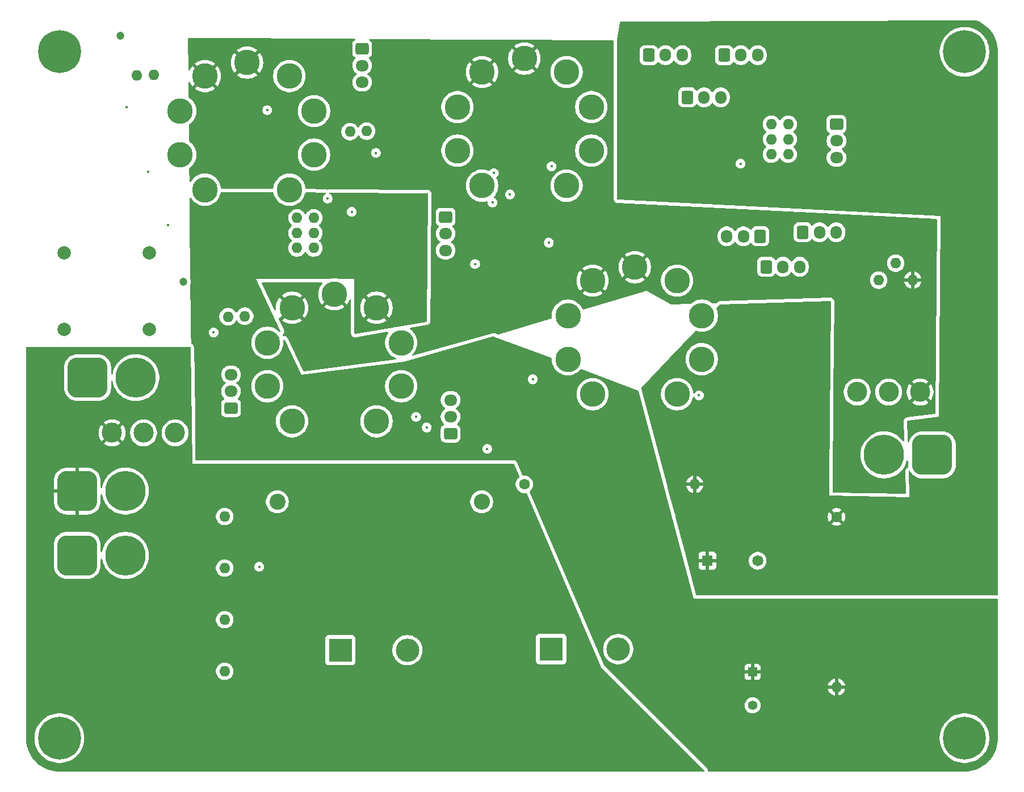
<source format=gbr>
%TF.GenerationSoftware,KiCad,Pcbnew,9.0.0*%
%TF.CreationDate,2025-03-24T09:17:14+01:00*%
%TF.ProjectId,PCB_Ampli,5043425f-416d-4706-9c69-2e6b69636164,rev?*%
%TF.SameCoordinates,Original*%
%TF.FileFunction,Copper,L3,Inr*%
%TF.FilePolarity,Positive*%
%FSLAX46Y46*%
G04 Gerber Fmt 4.6, Leading zero omitted, Abs format (unit mm)*
G04 Created by KiCad (PCBNEW 9.0.0) date 2025-03-24 09:17:14*
%MOMM*%
%LPD*%
G01*
G04 APERTURE LIST*
G04 Aperture macros list*
%AMRoundRect*
0 Rectangle with rounded corners*
0 $1 Rounding radius*
0 $2 $3 $4 $5 $6 $7 $8 $9 X,Y pos of 4 corners*
0 Add a 4 corners polygon primitive as box body*
4,1,4,$2,$3,$4,$5,$6,$7,$8,$9,$2,$3,0*
0 Add four circle primitives for the rounded corners*
1,1,$1+$1,$2,$3*
1,1,$1+$1,$4,$5*
1,1,$1+$1,$6,$7*
1,1,$1+$1,$8,$9*
0 Add four rect primitives between the rounded corners*
20,1,$1+$1,$2,$3,$4,$5,0*
20,1,$1+$1,$4,$5,$6,$7,0*
20,1,$1+$1,$6,$7,$8,$9,0*
20,1,$1+$1,$8,$9,$2,$3,0*%
G04 Aperture macros list end*
%TA.AperFunction,ComponentPad*%
%ADD10RoundRect,0.250000X-0.725000X0.600000X-0.725000X-0.600000X0.725000X-0.600000X0.725000X0.600000X0*%
%TD*%
%TA.AperFunction,ComponentPad*%
%ADD11O,1.950000X1.700000*%
%TD*%
%TA.AperFunction,ComponentPad*%
%ADD12O,1.600000X1.600000*%
%TD*%
%TA.AperFunction,ComponentPad*%
%ADD13RoundRect,0.250000X-0.600000X-0.725000X0.600000X-0.725000X0.600000X0.725000X-0.600000X0.725000X0*%
%TD*%
%TA.AperFunction,ComponentPad*%
%ADD14O,1.700000X1.950000*%
%TD*%
%TA.AperFunction,ComponentPad*%
%ADD15C,3.810000*%
%TD*%
%TA.AperFunction,ComponentPad*%
%ADD16C,1.600000*%
%TD*%
%TA.AperFunction,ComponentPad*%
%ADD17R,3.500000X3.500000*%
%TD*%
%TA.AperFunction,ComponentPad*%
%ADD18O,3.500000X3.500000*%
%TD*%
%TA.AperFunction,ComponentPad*%
%ADD19RoundRect,1.500000X-1.500000X-1.500000X1.500000X-1.500000X1.500000X1.500000X-1.500000X1.500000X0*%
%TD*%
%TA.AperFunction,ComponentPad*%
%ADD20C,6.000000*%
%TD*%
%TA.AperFunction,ComponentPad*%
%ADD21C,0.800000*%
%TD*%
%TA.AperFunction,ComponentPad*%
%ADD22C,6.400000*%
%TD*%
%TA.AperFunction,ComponentPad*%
%ADD23C,3.000000*%
%TD*%
%TA.AperFunction,ComponentPad*%
%ADD24R,1.400000X1.400000*%
%TD*%
%TA.AperFunction,ComponentPad*%
%ADD25C,1.400000*%
%TD*%
%TA.AperFunction,ComponentPad*%
%ADD26RoundRect,0.250000X0.725000X-0.600000X0.725000X0.600000X-0.725000X0.600000X-0.725000X-0.600000X0*%
%TD*%
%TA.AperFunction,ComponentPad*%
%ADD27RoundRect,0.250000X0.600000X0.725000X-0.600000X0.725000X-0.600000X-0.725000X0.600000X-0.725000X0*%
%TD*%
%TA.AperFunction,ComponentPad*%
%ADD28RoundRect,1.500000X1.500000X1.500000X-1.500000X1.500000X-1.500000X-1.500000X1.500000X-1.500000X0*%
%TD*%
%TA.AperFunction,ComponentPad*%
%ADD29C,2.400000*%
%TD*%
%TA.AperFunction,ComponentPad*%
%ADD30O,2.400000X2.400000*%
%TD*%
%TA.AperFunction,ComponentPad*%
%ADD31R,1.650000X1.650000*%
%TD*%
%TA.AperFunction,ComponentPad*%
%ADD32C,1.650000*%
%TD*%
%TA.AperFunction,ComponentPad*%
%ADD33C,2.006600*%
%TD*%
%TA.AperFunction,ViaPad*%
%ADD34C,1.200000*%
%TD*%
%TA.AperFunction,ViaPad*%
%ADD35C,0.450000*%
%TD*%
%TA.AperFunction,ViaPad*%
%ADD36C,1.700000*%
%TD*%
G04 APERTURE END LIST*
D10*
%TO.N,Heater1_B*%
%TO.C,J5*%
X145900000Y-48300000D03*
D11*
%TO.N,Net-(J5-Pin_2)*%
X145900000Y-50800000D03*
%TO.N,Net-(J5-Pin_3)*%
X145900000Y-53300000D03*
%TD*%
D12*
%TO.N,Net-(C3-Pad1)*%
%TO.C,SW1*%
X65450000Y-62300000D03*
%TO.N,Net-(R4-Pad2)*%
X65450000Y-64550000D03*
%TO.N,Net-(RV6-Pad3)*%
X65450000Y-66800000D03*
%TO.N,Net-(C6-Pad1)*%
X67950000Y-62300000D03*
%TO.N,/Pr\u00E9ampli/neutre*%
X67950000Y-64550000D03*
%TO.N,Net-(C22-Pad1)*%
X67950000Y-66800000D03*
%TD*%
D13*
%TO.N,Heater1_B*%
%TO.C,Vol2_high1*%
X140875000Y-64450000D03*
D14*
%TO.N,5*%
X143375000Y-64450000D03*
%TO.N,Net-(C24-Pad2)*%
X145875000Y-64450000D03*
%TD*%
D10*
%TO.N,Net-(C4-Pad2)*%
%TO.C,Gain1_Post1*%
X87600000Y-62150000D03*
D11*
%TO.N,Net-(C6-Pad1)*%
X87600000Y-64650000D03*
%TO.N,Heater1_B*%
X87600000Y-67150000D03*
%TD*%
D15*
%TO.N,Net-(12ax4-1)*%
%TO.C,12ax4*%
X109533000Y-88634800D03*
%TO.N,Net-(12ax4-2)*%
X105850000Y-83402400D03*
%TO.N,Net-(12ax4-3)*%
X105850000Y-76900000D03*
%TO.N,Heater1_A*%
X109533000Y-71667600D03*
X115832200Y-69661000D03*
%TO.N,Net-(12ax4-6)*%
X122131400Y-71667600D03*
%TO.N,Net-(12ax4-7)*%
X125814400Y-76900000D03*
%TO.N,Net-(12ax4-3)*%
X125814400Y-83402400D03*
%TO.N,Heater1_B*%
X122131400Y-88634800D03*
%TD*%
D13*
%TO.N,Net-(C26-Pad2)*%
%TO.C,tone2*%
X135425000Y-69600000D03*
D14*
%TO.N,Net-(C25-Pad1)*%
X137925000Y-69600000D03*
X140425000Y-69600000D03*
%TD*%
D16*
%TO.N,C*%
%TO.C,R63*%
X145900000Y-106950000D03*
D12*
%TO.N,D*%
X145900000Y-132350000D03*
%TD*%
D13*
%TO.N,Heater1_B*%
%TO.C,Vol1_low2*%
X117900000Y-38000000D03*
D14*
%TO.N,3*%
X120400000Y-38000000D03*
%TO.N,Net-(C10-Pad2)*%
X122900000Y-38000000D03*
%TD*%
D17*
%TO.N,Net-(C62-Pad1)*%
%TO.C,C62*%
X103350000Y-126700000D03*
D18*
%TO.N,Heater1_B*%
X113350000Y-126700000D03*
%TD*%
D12*
%TO.N,Heater1_B*%
%TO.C,RV11*%
X152200000Y-71600000D03*
X154740000Y-69060000D03*
%TO.N,Heater1_A*%
X157280000Y-71600000D03*
%TD*%
D19*
%TO.N,+250V*%
%TO.C,InSwitch1*%
X32650000Y-103100000D03*
D20*
%TO.N,Heater1_B*%
X39850000Y-103100000D03*
%TD*%
D12*
%TO.N,Net-(12ax1-8)*%
%TO.C,C5*%
X73340000Y-49416700D03*
%TO.N,Heater1_B*%
X75840000Y-49346700D03*
%TD*%
D21*
%TO.N,Heater1_B*%
%TO.C,H2*%
X27600000Y-140000000D03*
X28302944Y-138302944D03*
X28302944Y-141697056D03*
X30000000Y-137600000D03*
D22*
X30000000Y-140000000D03*
D21*
X30000000Y-142400000D03*
X31697056Y-138302944D03*
X31697056Y-141697056D03*
X32400000Y-140000000D03*
%TD*%
%TO.N,Heater1_B*%
%TO.C,H3*%
X162600000Y-37500000D03*
X163302944Y-35802944D03*
X163302944Y-39197056D03*
X165000000Y-35100000D03*
D22*
X165000000Y-37500000D03*
D21*
X165000000Y-39900000D03*
X166697056Y-35802944D03*
X166697056Y-39197056D03*
X167400000Y-37500000D03*
%TD*%
D23*
%TO.N,+250V*%
%TO.C,SW3*%
X37850000Y-94400000D03*
%TO.N,Net-(J1-Pin_2)*%
X42550000Y-94400000D03*
%TO.N,unconnected-(SW3-C-Pad3)*%
X47250000Y-94400000D03*
%TD*%
D12*
%TO.N,Net-(12ax1-3)*%
%TO.C,C2*%
X44050000Y-40946700D03*
%TO.N,Heater1_B*%
X41550000Y-41016700D03*
%TD*%
D24*
%TO.N,D*%
%TO.C,C64*%
X133400000Y-130100000D03*
D25*
%TO.N,Heater1_B*%
X133400000Y-135100000D03*
%TD*%
D26*
%TO.N,Heater1_B*%
%TO.C,RV6*%
X55600000Y-90700000D03*
D11*
%TO.N,Net-(12ax3-2)*%
X55600000Y-88200000D03*
%TO.N,Net-(RV6-Pad3)*%
X55600000Y-85700000D03*
%TD*%
D15*
%TO.N,Net-(12ax1-1)*%
%TO.C,12ax1*%
X51700800Y-58086900D03*
%TO.N,Net-(12ax1-2)*%
X48017800Y-52854500D03*
%TO.N,Net-(12ax1-3)*%
X48017800Y-46352100D03*
%TO.N,Heater1_A*%
X51700800Y-41119700D03*
X58000000Y-39113100D03*
%TO.N,/Pr\u00E9ampli/6*%
X64299200Y-41119700D03*
%TO.N,/Pr\u00E9ampli/7*%
X67982200Y-46352100D03*
%TO.N,Net-(12ax1-8)*%
X67982200Y-52854500D03*
%TO.N,Heater1_B*%
X64299200Y-58086900D03*
%TD*%
D13*
%TO.N,Net-(C10-Pad2)*%
%TO.C,tone1*%
X123650000Y-44300000D03*
D14*
%TO.N,Net-(C9-Pad1)*%
X126150000Y-44300000D03*
X128650000Y-44300000D03*
%TD*%
D19*
%TO.N,Net-(OutSwitch1-Pin_1)*%
%TO.C,OutSwitch1*%
X32650000Y-112700000D03*
D20*
%TO.N,Net-(OutSwitch1-Pin_2)*%
X39850000Y-112700000D03*
%TD*%
D15*
%TO.N,Net-(12ax2-1)*%
%TO.C,12ax2*%
X93050800Y-57486900D03*
%TO.N,Net-(12ax2-2)*%
X89367800Y-52254500D03*
%TO.N,Net-(12ax2-3)*%
X89367800Y-45752100D03*
%TO.N,Heater1_A*%
X93050800Y-40519700D03*
X99350000Y-38513100D03*
%TO.N,Net-(12ax2-6)*%
X105649200Y-40519700D03*
%TO.N,Net-(12ax2-7)*%
X109332200Y-45752100D03*
%TO.N,Net-(12ax2-3)*%
X109332200Y-52254500D03*
%TO.N,Heater1_B*%
X105649200Y-57486900D03*
%TD*%
D12*
%TO.N,Net-(D1-+)*%
%TO.C,D1*%
X54650000Y-130000000D03*
%TO.N,Net-(OutSwitch1-Pin_1)*%
X54650000Y-122300000D03*
%TO.N,Heater1_B*%
X54650000Y-114600000D03*
%TO.N,Net-(OutSwitch1-Pin_2)*%
X54650000Y-106900000D03*
%TD*%
D21*
%TO.N,Heater1_B*%
%TO.C,H4*%
X162600000Y-140000000D03*
X163302944Y-138302944D03*
X163302944Y-141697056D03*
X165000000Y-137600000D03*
D22*
X165000000Y-140000000D03*
D21*
X165000000Y-142400000D03*
X166697056Y-138302944D03*
X166697056Y-141697056D03*
X167400000Y-140000000D03*
%TD*%
D15*
%TO.N,Net-(12ax3-1)*%
%TO.C,12ax3*%
X64700800Y-92683600D03*
%TO.N,Net-(12ax3-2)*%
X61017800Y-87451200D03*
%TO.N,Net-(12ax3-3)*%
X61017800Y-80948800D03*
%TO.N,Heater1_A*%
X64700800Y-75716400D03*
X71000000Y-73709800D03*
%TO.N,D*%
X77299200Y-75716400D03*
%TO.N,Net-(12ax3-1)*%
X80982200Y-80948800D03*
%TO.N,Net-(12ax3-8)*%
X80982200Y-87451200D03*
%TO.N,Heater1_B*%
X77299200Y-92683600D03*
%TD*%
D26*
%TO.N,Heater1_B*%
%TO.C,Gain2_Post1*%
X88350000Y-94500000D03*
D11*
%TO.N,Net-(C22-Pad1)*%
X88350000Y-92000000D03*
%TO.N,Net-(C21-Pad2)*%
X88350000Y-89500000D03*
%TD*%
D12*
%TO.N,2*%
%TO.C,SW2*%
X136200000Y-48300000D03*
%TO.N,Net-(J5-Pin_3)*%
X136200000Y-50550000D03*
%TO.N,5*%
X136200000Y-52800000D03*
%TO.N,3*%
X138700000Y-48300000D03*
%TO.N,Net-(J5-Pin_2)*%
X138700000Y-50550000D03*
%TO.N,10*%
X138700000Y-52800000D03*
%TD*%
D27*
%TO.N,Heater1_B*%
%TO.C,Vol2_low1*%
X134525000Y-65050000D03*
D14*
%TO.N,10*%
X132025000Y-65050000D03*
%TO.N,Net-(C26-Pad2)*%
X129525000Y-65050000D03*
%TD*%
D28*
%TO.N,Heater1_B*%
%TO.C,J3*%
X160190000Y-97700000D03*
D20*
%TO.N,Net-(J3-Pin_2)*%
X152990000Y-97700000D03*
%TD*%
D19*
%TO.N,Heater1_B*%
%TO.C,J1*%
X34200000Y-86150000D03*
D20*
%TO.N,Net-(J1-Pin_2)*%
X41400000Y-86150000D03*
%TD*%
D10*
%TO.N,Net-(C3-Pad1)*%
%TO.C,Gain1_before1*%
X75150000Y-37050000D03*
D11*
%TO.N,/Pr\u00E9ampli/7*%
X75150000Y-39550000D03*
%TO.N,Heater1_B*%
X75150000Y-42050000D03*
%TD*%
D13*
%TO.N,Heater1_B*%
%TO.C,Vol1_high1*%
X129150000Y-38000000D03*
D14*
%TO.N,2*%
X131650000Y-38000000D03*
%TO.N,Net-(C8-Pad2)*%
X134150000Y-38000000D03*
%TD*%
D23*
%TO.N,Heater1_A*%
%TO.C,SW4*%
X158390000Y-88300000D03*
%TO.N,Net-(J3-Pin_2)*%
X153690000Y-88300000D03*
%TO.N,unconnected-(SW4-C-Pad3)*%
X148990000Y-88300000D03*
%TD*%
D29*
%TO.N,Net-(D1-+)*%
%TO.C,R61*%
X62505000Y-104700000D03*
D30*
%TO.N,Net-(C62-Pad1)*%
X92985000Y-104700000D03*
%TD*%
D31*
%TO.N,C*%
%TO.C,C63*%
X126650000Y-113500000D03*
D32*
%TO.N,Heater1_B*%
X134150000Y-113500000D03*
%TD*%
D12*
%TO.N,Net-(12ax3-3)*%
%TO.C,C20*%
X57650000Y-76980000D03*
%TO.N,Heater1_B*%
X55150000Y-77050000D03*
%TD*%
D17*
%TO.N,Net-(D1-+)*%
%TO.C,C61*%
X71900000Y-126850000D03*
D18*
%TO.N,Heater1_B*%
X81900000Y-126850000D03*
%TD*%
D16*
%TO.N,Net-(C62-Pad1)*%
%TO.C,R62*%
X99350000Y-102100000D03*
D12*
%TO.N,C*%
X124750000Y-102100000D03*
%TD*%
D21*
%TO.N,Heater1_B*%
%TO.C,H1*%
X27600000Y-37500000D03*
X28302944Y-35802944D03*
X28302944Y-39197056D03*
X30000000Y-35100000D03*
D22*
X30000000Y-37500000D03*
D21*
X30000000Y-39900000D03*
X31697056Y-35802944D03*
X31697056Y-39197056D03*
X32400000Y-37500000D03*
%TD*%
D33*
%TO.N,Net-(J2-Pad1)*%
%TO.C,J2*%
X30741104Y-78931600D03*
X30741104Y-67501600D03*
%TO.N,/Pr\u00E9ampli/neutre*%
X43441104Y-78931600D03*
X43441104Y-67501600D03*
%TD*%
D34*
%TO.N,Heater1_A*%
X48500000Y-71800000D03*
X39100000Y-35100000D03*
D35*
%TO.N,Net-(C3-Pad1)*%
X70000000Y-59400000D03*
%TO.N,Net-(12ax2-7)*%
X103400000Y-54600000D03*
%TO.N,Net-(12ax2-1)*%
X131600000Y-54200000D03*
X94800000Y-55600000D03*
%TO.N,Net-(C22-Pad1)*%
X84800000Y-93600000D03*
%TO.N,Heater1_B*%
X59800000Y-114400000D03*
X93800000Y-96800000D03*
X43200000Y-55400000D03*
X125400000Y-88800000D03*
X94600000Y-60000000D03*
X100600000Y-86400000D03*
X83200000Y-92000000D03*
X92000000Y-69200000D03*
X77200000Y-52600000D03*
X53000000Y-79400000D03*
X40000000Y-45800000D03*
%TO.N,Net-(R11-Pad2)*%
X103000000Y-66000000D03*
X97200000Y-58800000D03*
D36*
%TO.N,C*%
X136600000Y-82000000D03*
X119800000Y-57400000D03*
D35*
%TO.N,/Pr\u00E9ampli/neutre*%
X46200000Y-63400000D03*
%TO.N,/Pr\u00E9ampli/6*%
X73600000Y-61400000D03*
X61000000Y-46200000D03*
%TD*%
%TA.AperFunction,Conductor*%
%TO.N,+250V*%
G36*
X49544456Y-81619685D02*
G01*
X49590211Y-81672489D01*
X49601408Y-81722574D01*
X49800000Y-99000000D01*
X97718164Y-99000000D01*
X97785203Y-99019685D01*
X97830958Y-99072489D01*
X97832177Y-99075245D01*
X98615477Y-100906963D01*
X98623737Y-100976342D01*
X98593176Y-101039174D01*
X98574350Y-101056036D01*
X98502779Y-101108035D01*
X98358028Y-101252786D01*
X98237715Y-101418386D01*
X98144781Y-101600776D01*
X98081522Y-101795465D01*
X98049500Y-101997648D01*
X98049500Y-102202351D01*
X98081522Y-102404534D01*
X98144781Y-102599223D01*
X98237715Y-102781613D01*
X98358028Y-102947213D01*
X98502786Y-103091971D01*
X98657749Y-103204556D01*
X98668390Y-103212287D01*
X98784607Y-103271503D01*
X98850776Y-103305218D01*
X98850778Y-103305218D01*
X98850781Y-103305220D01*
X98955137Y-103339127D01*
X99045465Y-103368477D01*
X99128181Y-103381578D01*
X99247648Y-103400500D01*
X99247649Y-103400500D01*
X99452350Y-103400500D01*
X99452352Y-103400500D01*
X99571815Y-103381578D01*
X99641106Y-103390532D01*
X99694558Y-103435528D01*
X99705224Y-103455296D01*
X110800000Y-129400001D01*
X126187819Y-144787819D01*
X126221304Y-144849142D01*
X126216320Y-144918834D01*
X126174448Y-144974767D01*
X126108984Y-144999184D01*
X126100138Y-144999500D01*
X30002562Y-144999500D01*
X29997437Y-144999394D01*
X29629749Y-144984185D01*
X29624067Y-144983819D01*
X29540069Y-144976470D01*
X29535538Y-144975990D01*
X29213001Y-144935786D01*
X29206807Y-144934854D01*
X29128265Y-144921005D01*
X29124350Y-144920250D01*
X28801010Y-144852453D01*
X28794364Y-144850867D01*
X28725462Y-144832405D01*
X28722173Y-144831475D01*
X28396851Y-144734622D01*
X28389822Y-144732299D01*
X28335964Y-144712696D01*
X28333300Y-144711691D01*
X28003584Y-144583036D01*
X27996255Y-144579902D01*
X27965262Y-144565450D01*
X27963206Y-144564467D01*
X27625119Y-144399186D01*
X27616105Y-144394309D01*
X27269935Y-144188037D01*
X27261355Y-144182431D01*
X26933412Y-143948284D01*
X26925325Y-143941989D01*
X26617844Y-143681566D01*
X26610304Y-143674625D01*
X26325374Y-143389695D01*
X26318433Y-143382155D01*
X26058010Y-143074674D01*
X26051715Y-143066587D01*
X25986936Y-142975859D01*
X25817564Y-142738638D01*
X25811962Y-142730064D01*
X25605683Y-142383883D01*
X25600823Y-142374902D01*
X25435458Y-142036641D01*
X25434595Y-142034837D01*
X25420089Y-142003729D01*
X25416962Y-141996414D01*
X25288307Y-141666698D01*
X25287302Y-141664034D01*
X25267692Y-141610157D01*
X25265383Y-141603169D01*
X25168512Y-141277787D01*
X25167604Y-141274576D01*
X25149128Y-141205622D01*
X25147549Y-141199008D01*
X25079737Y-140875594D01*
X25078999Y-140871766D01*
X25065140Y-140793169D01*
X25064216Y-140787028D01*
X25024004Y-140464429D01*
X25023530Y-140459956D01*
X25016177Y-140375906D01*
X25015814Y-140370277D01*
X25000606Y-140002562D01*
X25000500Y-139997438D01*
X25000500Y-139818209D01*
X26299500Y-139818209D01*
X26299500Y-140181790D01*
X26335137Y-140543630D01*
X26406064Y-140900212D01*
X26406067Y-140900223D01*
X26511614Y-141248165D01*
X26650754Y-141584078D01*
X26650756Y-141584083D01*
X26822140Y-141904720D01*
X26822151Y-141904738D01*
X27024140Y-142207035D01*
X27024150Y-142207049D01*
X27254807Y-142488106D01*
X27511893Y-142745192D01*
X27511898Y-142745196D01*
X27511899Y-142745197D01*
X27792956Y-142975854D01*
X28095268Y-143177853D01*
X28095277Y-143177858D01*
X28095279Y-143177859D01*
X28415916Y-143349243D01*
X28415918Y-143349243D01*
X28415924Y-143349247D01*
X28751836Y-143488386D01*
X29099767Y-143593930D01*
X29099773Y-143593931D01*
X29099776Y-143593932D01*
X29099787Y-143593935D01*
X29456369Y-143664862D01*
X29818206Y-143700500D01*
X29818209Y-143700500D01*
X30181791Y-143700500D01*
X30181794Y-143700500D01*
X30543631Y-143664862D01*
X30613045Y-143651054D01*
X30900212Y-143593935D01*
X30900223Y-143593932D01*
X30900223Y-143593931D01*
X30900233Y-143593930D01*
X31248164Y-143488386D01*
X31584076Y-143349247D01*
X31904732Y-143177853D01*
X32207044Y-142975854D01*
X32488101Y-142745197D01*
X32745197Y-142488101D01*
X32975854Y-142207044D01*
X33177853Y-141904732D01*
X33349247Y-141584076D01*
X33488386Y-141248164D01*
X33593930Y-140900233D01*
X33593932Y-140900223D01*
X33593935Y-140900212D01*
X33664862Y-140543630D01*
X33677742Y-140412855D01*
X33700500Y-140181794D01*
X33700500Y-139818206D01*
X33664862Y-139456369D01*
X33593935Y-139099787D01*
X33593932Y-139099776D01*
X33593931Y-139099773D01*
X33593930Y-139099767D01*
X33488386Y-138751836D01*
X33349247Y-138415924D01*
X33177853Y-138095268D01*
X32975854Y-137792956D01*
X32745197Y-137511899D01*
X32745196Y-137511898D01*
X32745192Y-137511893D01*
X32488106Y-137254807D01*
X32207049Y-137024150D01*
X32207048Y-137024149D01*
X32207044Y-137024146D01*
X31904732Y-136822147D01*
X31904727Y-136822144D01*
X31904720Y-136822140D01*
X31584083Y-136650756D01*
X31584078Y-136650754D01*
X31248165Y-136511614D01*
X30900223Y-136406067D01*
X30900212Y-136406064D01*
X30543630Y-136335137D01*
X30271111Y-136308296D01*
X30181794Y-136299500D01*
X29818206Y-136299500D01*
X29735679Y-136307628D01*
X29456369Y-136335137D01*
X29099787Y-136406064D01*
X29099776Y-136406067D01*
X28751834Y-136511614D01*
X28415921Y-136650754D01*
X28415916Y-136650756D01*
X28095279Y-136822140D01*
X28095261Y-136822151D01*
X27792964Y-137024140D01*
X27792950Y-137024150D01*
X27511893Y-137254807D01*
X27254807Y-137511893D01*
X27024150Y-137792950D01*
X27024140Y-137792964D01*
X26822151Y-138095261D01*
X26822140Y-138095279D01*
X26650756Y-138415916D01*
X26650754Y-138415921D01*
X26511614Y-138751834D01*
X26406067Y-139099776D01*
X26406064Y-139099787D01*
X26335137Y-139456369D01*
X26299500Y-139818209D01*
X25000500Y-139818209D01*
X25000500Y-129897648D01*
X53349500Y-129897648D01*
X53349500Y-130102351D01*
X53381522Y-130304534D01*
X53444781Y-130499223D01*
X53537715Y-130681613D01*
X53658028Y-130847213D01*
X53802786Y-130991971D01*
X53957749Y-131104556D01*
X53968390Y-131112287D01*
X54084607Y-131171503D01*
X54150776Y-131205218D01*
X54150778Y-131205218D01*
X54150781Y-131205220D01*
X54255137Y-131239127D01*
X54345465Y-131268477D01*
X54446557Y-131284488D01*
X54547648Y-131300500D01*
X54547649Y-131300500D01*
X54752351Y-131300500D01*
X54752352Y-131300500D01*
X54954534Y-131268477D01*
X55149219Y-131205220D01*
X55331610Y-131112287D01*
X55424590Y-131044732D01*
X55497213Y-130991971D01*
X55497215Y-130991968D01*
X55497219Y-130991966D01*
X55641966Y-130847219D01*
X55641968Y-130847215D01*
X55641971Y-130847213D01*
X55694732Y-130774590D01*
X55762287Y-130681610D01*
X55855220Y-130499219D01*
X55918477Y-130304534D01*
X55950500Y-130102352D01*
X55950500Y-129897648D01*
X55918477Y-129695466D01*
X55855220Y-129500781D01*
X55855218Y-129500778D01*
X55855218Y-129500776D01*
X55803870Y-129400001D01*
X55762287Y-129318390D01*
X55754556Y-129307749D01*
X55641971Y-129152786D01*
X55497213Y-129008028D01*
X55331613Y-128887715D01*
X55331612Y-128887714D01*
X55331610Y-128887713D01*
X55242543Y-128842331D01*
X55149223Y-128794781D01*
X54954534Y-128731522D01*
X54779995Y-128703878D01*
X54752352Y-128699500D01*
X54547648Y-128699500D01*
X54523329Y-128703351D01*
X54345465Y-128731522D01*
X54150776Y-128794781D01*
X53968386Y-128887715D01*
X53802786Y-129008028D01*
X53658028Y-129152786D01*
X53537715Y-129318386D01*
X53444781Y-129500776D01*
X53381522Y-129695465D01*
X53349500Y-129897648D01*
X25000500Y-129897648D01*
X25000500Y-125052135D01*
X69649500Y-125052135D01*
X69649500Y-128647870D01*
X69649501Y-128647876D01*
X69655908Y-128707483D01*
X69706202Y-128842328D01*
X69706206Y-128842335D01*
X69792452Y-128957544D01*
X69792455Y-128957547D01*
X69907664Y-129043793D01*
X69907671Y-129043797D01*
X70042517Y-129094091D01*
X70042516Y-129094091D01*
X70049444Y-129094835D01*
X70102127Y-129100500D01*
X73697872Y-129100499D01*
X73757483Y-129094091D01*
X73892331Y-129043796D01*
X74007546Y-128957546D01*
X74093796Y-128842331D01*
X74144091Y-128707483D01*
X74150500Y-128647873D01*
X74150499Y-126702486D01*
X79649500Y-126702486D01*
X79649500Y-126997513D01*
X79668259Y-127139993D01*
X79688007Y-127289993D01*
X79688008Y-127289995D01*
X79764361Y-127574951D01*
X79764364Y-127574961D01*
X79877254Y-127847500D01*
X79877258Y-127847510D01*
X80024761Y-128102993D01*
X80204352Y-128337040D01*
X80204358Y-128337047D01*
X80412952Y-128545641D01*
X80412959Y-128545647D01*
X80647006Y-128725238D01*
X80902489Y-128872741D01*
X80902490Y-128872741D01*
X80902493Y-128872743D01*
X81175048Y-128985639D01*
X81460007Y-129061993D01*
X81738415Y-129098646D01*
X81752478Y-129100498D01*
X81752494Y-129100500D01*
X81752501Y-129100500D01*
X82047499Y-129100500D01*
X82047506Y-129100500D01*
X82339993Y-129061993D01*
X82624952Y-128985639D01*
X82897507Y-128872743D01*
X83152994Y-128725238D01*
X83387042Y-128545646D01*
X83595646Y-128337042D01*
X83775238Y-128102994D01*
X83922743Y-127847507D01*
X84035639Y-127574952D01*
X84111993Y-127289993D01*
X84150500Y-126997506D01*
X84150500Y-126702494D01*
X84111993Y-126410007D01*
X84035639Y-126125048D01*
X83922743Y-125852493D01*
X83775238Y-125597006D01*
X83595646Y-125362958D01*
X83595641Y-125362952D01*
X83387047Y-125154358D01*
X83253817Y-125052127D01*
X83176131Y-124992516D01*
X83152993Y-124974761D01*
X83027201Y-124902135D01*
X101099500Y-124902135D01*
X101099500Y-128497870D01*
X101099501Y-128497876D01*
X101105908Y-128557483D01*
X101156202Y-128692328D01*
X101156206Y-128692335D01*
X101242452Y-128807544D01*
X101242455Y-128807547D01*
X101357664Y-128893793D01*
X101357671Y-128893797D01*
X101492517Y-128944091D01*
X101492516Y-128944091D01*
X101499444Y-128944835D01*
X101552127Y-128950500D01*
X105147872Y-128950499D01*
X105207483Y-128944091D01*
X105342331Y-128893796D01*
X105457546Y-128807546D01*
X105543796Y-128692331D01*
X105594091Y-128557483D01*
X105600500Y-128497873D01*
X105600499Y-124902128D01*
X105594091Y-124842517D01*
X105588399Y-124827257D01*
X105543797Y-124707671D01*
X105543793Y-124707664D01*
X105457547Y-124592455D01*
X105457544Y-124592452D01*
X105342335Y-124506206D01*
X105342328Y-124506202D01*
X105207482Y-124455908D01*
X105207483Y-124455908D01*
X105147883Y-124449501D01*
X105147881Y-124449500D01*
X105147873Y-124449500D01*
X105147864Y-124449500D01*
X101552129Y-124449500D01*
X101552123Y-124449501D01*
X101492516Y-124455908D01*
X101357671Y-124506202D01*
X101357664Y-124506206D01*
X101242455Y-124592452D01*
X101242452Y-124592455D01*
X101156206Y-124707664D01*
X101156202Y-124707671D01*
X101105908Y-124842517D01*
X101099501Y-124902116D01*
X101099501Y-124902123D01*
X101099500Y-124902135D01*
X83027201Y-124902135D01*
X82897510Y-124827258D01*
X82897500Y-124827254D01*
X82624961Y-124714364D01*
X82624954Y-124714362D01*
X82624952Y-124714361D01*
X82339993Y-124638007D01*
X82291113Y-124631571D01*
X82047513Y-124599500D01*
X82047506Y-124599500D01*
X81752494Y-124599500D01*
X81752486Y-124599500D01*
X81474085Y-124636153D01*
X81460007Y-124638007D01*
X81392087Y-124656206D01*
X81175048Y-124714361D01*
X81175038Y-124714364D01*
X80902499Y-124827254D01*
X80902489Y-124827258D01*
X80647006Y-124974761D01*
X80412959Y-125154352D01*
X80412952Y-125154358D01*
X80204358Y-125362952D01*
X80204352Y-125362959D01*
X80024761Y-125597006D01*
X79877258Y-125852489D01*
X79877254Y-125852499D01*
X79764364Y-126125038D01*
X79764361Y-126125048D01*
X79688008Y-126410004D01*
X79688006Y-126410015D01*
X79649500Y-126702486D01*
X74150499Y-126702486D01*
X74150499Y-125052128D01*
X74145299Y-125003757D01*
X74144091Y-124992516D01*
X74093797Y-124857671D01*
X74093793Y-124857664D01*
X74007547Y-124742455D01*
X74007544Y-124742452D01*
X73892335Y-124656206D01*
X73892328Y-124656202D01*
X73757482Y-124605908D01*
X73757483Y-124605908D01*
X73697883Y-124599501D01*
X73697881Y-124599500D01*
X73697873Y-124599500D01*
X73697864Y-124599500D01*
X70102129Y-124599500D01*
X70102123Y-124599501D01*
X70042516Y-124605908D01*
X69907671Y-124656202D01*
X69907664Y-124656206D01*
X69792455Y-124742452D01*
X69792452Y-124742455D01*
X69706206Y-124857664D01*
X69706202Y-124857671D01*
X69655908Y-124992517D01*
X69655407Y-124997182D01*
X69649501Y-125052123D01*
X69649500Y-125052135D01*
X25000500Y-125052135D01*
X25000500Y-122197648D01*
X53349500Y-122197648D01*
X53349500Y-122402351D01*
X53381522Y-122604534D01*
X53444781Y-122799223D01*
X53537715Y-122981613D01*
X53658028Y-123147213D01*
X53802786Y-123291971D01*
X53957749Y-123404556D01*
X53968390Y-123412287D01*
X54084607Y-123471503D01*
X54150776Y-123505218D01*
X54150778Y-123505218D01*
X54150781Y-123505220D01*
X54255137Y-123539127D01*
X54345465Y-123568477D01*
X54446557Y-123584488D01*
X54547648Y-123600500D01*
X54547649Y-123600500D01*
X54752351Y-123600500D01*
X54752352Y-123600500D01*
X54954534Y-123568477D01*
X55149219Y-123505220D01*
X55331610Y-123412287D01*
X55424590Y-123344732D01*
X55497213Y-123291971D01*
X55497215Y-123291968D01*
X55497219Y-123291966D01*
X55641966Y-123147219D01*
X55641968Y-123147215D01*
X55641971Y-123147213D01*
X55694732Y-123074590D01*
X55762287Y-122981610D01*
X55855220Y-122799219D01*
X55918477Y-122604534D01*
X55950500Y-122402352D01*
X55950500Y-122197648D01*
X55918477Y-121995466D01*
X55855220Y-121800781D01*
X55855218Y-121800778D01*
X55855218Y-121800776D01*
X55821503Y-121734607D01*
X55762287Y-121618390D01*
X55754556Y-121607749D01*
X55641971Y-121452786D01*
X55497213Y-121308028D01*
X55331613Y-121187715D01*
X55331612Y-121187714D01*
X55331610Y-121187713D01*
X55274653Y-121158691D01*
X55149223Y-121094781D01*
X54954534Y-121031522D01*
X54779995Y-121003878D01*
X54752352Y-120999500D01*
X54547648Y-120999500D01*
X54523329Y-121003351D01*
X54345465Y-121031522D01*
X54150776Y-121094781D01*
X53968386Y-121187715D01*
X53802786Y-121308028D01*
X53658028Y-121452786D01*
X53537715Y-121618386D01*
X53444781Y-121800776D01*
X53381522Y-121995465D01*
X53349500Y-122197648D01*
X25000500Y-122197648D01*
X25000500Y-111128549D01*
X29149500Y-111128549D01*
X29149500Y-114271450D01*
X29164804Y-114485433D01*
X29225628Y-114765037D01*
X29225630Y-114765043D01*
X29225631Y-114765046D01*
X29299662Y-114963529D01*
X29325635Y-115033166D01*
X29462770Y-115284309D01*
X29462775Y-115284317D01*
X29634254Y-115513387D01*
X29634270Y-115513405D01*
X29836594Y-115715729D01*
X29836612Y-115715745D01*
X30065682Y-115887224D01*
X30065690Y-115887229D01*
X30316833Y-116024364D01*
X30316832Y-116024364D01*
X30316836Y-116024365D01*
X30316839Y-116024367D01*
X30584954Y-116124369D01*
X30584960Y-116124370D01*
X30584962Y-116124371D01*
X30864566Y-116185195D01*
X30864568Y-116185195D01*
X30864572Y-116185196D01*
X31078552Y-116200500D01*
X34221448Y-116200500D01*
X34435428Y-116185196D01*
X34715046Y-116124369D01*
X34983161Y-116024367D01*
X35234315Y-115887226D01*
X35463395Y-115715739D01*
X35665739Y-115513395D01*
X35837226Y-115284315D01*
X35974367Y-115033161D01*
X36074369Y-114765046D01*
X36135196Y-114485428D01*
X36150500Y-114271448D01*
X36150500Y-113303324D01*
X36170185Y-113236285D01*
X36222989Y-113190530D01*
X36292147Y-113180586D01*
X36355703Y-113209611D01*
X36393477Y-113268389D01*
X36396117Y-113279133D01*
X36450308Y-113551572D01*
X36550150Y-113880706D01*
X36573682Y-113937517D01*
X36677592Y-114188379D01*
X36681770Y-114198464D01*
X36681771Y-114198466D01*
X36843893Y-114501775D01*
X36843904Y-114501793D01*
X37034975Y-114787751D01*
X37034985Y-114787765D01*
X37253176Y-115053632D01*
X37496367Y-115296823D01*
X37496372Y-115296827D01*
X37496373Y-115296828D01*
X37762240Y-115515019D01*
X38048213Y-115706100D01*
X38048222Y-115706105D01*
X38048224Y-115706106D01*
X38351530Y-115868227D01*
X38351532Y-115868227D01*
X38351538Y-115868231D01*
X38669295Y-115999850D01*
X38998422Y-116099690D01*
X39335750Y-116166789D01*
X39678031Y-116200500D01*
X39678034Y-116200500D01*
X40021966Y-116200500D01*
X40021969Y-116200500D01*
X40364250Y-116166789D01*
X40701578Y-116099690D01*
X41030705Y-115999850D01*
X41348462Y-115868231D01*
X41651787Y-115706100D01*
X41937760Y-115515019D01*
X42203627Y-115296828D01*
X42446828Y-115053627D01*
X42665019Y-114787760D01*
X42856100Y-114501787D01*
X42858312Y-114497648D01*
X53349500Y-114497648D01*
X53349500Y-114702351D01*
X53381522Y-114904534D01*
X53444781Y-115099223D01*
X53537715Y-115281613D01*
X53658028Y-115447213D01*
X53802786Y-115591971D01*
X53957749Y-115704556D01*
X53968390Y-115712287D01*
X54084607Y-115771503D01*
X54150776Y-115805218D01*
X54150778Y-115805218D01*
X54150781Y-115805220D01*
X54255137Y-115839127D01*
X54345465Y-115868477D01*
X54446557Y-115884488D01*
X54547648Y-115900500D01*
X54547649Y-115900500D01*
X54752351Y-115900500D01*
X54752352Y-115900500D01*
X54954534Y-115868477D01*
X55149219Y-115805220D01*
X55331610Y-115712287D01*
X55424590Y-115644732D01*
X55497213Y-115591971D01*
X55497215Y-115591968D01*
X55497219Y-115591966D01*
X55641966Y-115447219D01*
X55641968Y-115447215D01*
X55641971Y-115447213D01*
X55694732Y-115374590D01*
X55762287Y-115281610D01*
X55855220Y-115099219D01*
X55918477Y-114904534D01*
X55950500Y-114702352D01*
X55950500Y-114497648D01*
X55946352Y-114471457D01*
X59074499Y-114471457D01*
X59102379Y-114611614D01*
X59102381Y-114611620D01*
X59157069Y-114743650D01*
X59157074Y-114743659D01*
X59236467Y-114862478D01*
X59236470Y-114862482D01*
X59337517Y-114963529D01*
X59337521Y-114963532D01*
X59456340Y-115042925D01*
X59456346Y-115042928D01*
X59456347Y-115042929D01*
X59588380Y-115097619D01*
X59588384Y-115097619D01*
X59588385Y-115097620D01*
X59728542Y-115125500D01*
X59728545Y-115125500D01*
X59871457Y-115125500D01*
X59965751Y-115106742D01*
X60011620Y-115097619D01*
X60143653Y-115042929D01*
X60262479Y-114963532D01*
X60363532Y-114862479D01*
X60442929Y-114743653D01*
X60497619Y-114611620D01*
X60506742Y-114565751D01*
X60525500Y-114471457D01*
X60525500Y-114328542D01*
X60497620Y-114188385D01*
X60497619Y-114188384D01*
X60497619Y-114188380D01*
X60442929Y-114056347D01*
X60442928Y-114056346D01*
X60442925Y-114056340D01*
X60363532Y-113937521D01*
X60363529Y-113937517D01*
X60262482Y-113836470D01*
X60262478Y-113836467D01*
X60143659Y-113757074D01*
X60143650Y-113757069D01*
X60011620Y-113702381D01*
X60011614Y-113702379D01*
X59871457Y-113674500D01*
X59871455Y-113674500D01*
X59728545Y-113674500D01*
X59728543Y-113674500D01*
X59588385Y-113702379D01*
X59588379Y-113702381D01*
X59456349Y-113757069D01*
X59456340Y-113757074D01*
X59337521Y-113836467D01*
X59337517Y-113836470D01*
X59236470Y-113937517D01*
X59236467Y-113937521D01*
X59157074Y-114056340D01*
X59157069Y-114056349D01*
X59102381Y-114188379D01*
X59102379Y-114188385D01*
X59074500Y-114328542D01*
X59074500Y-114328545D01*
X59074500Y-114471455D01*
X59074500Y-114471457D01*
X59074499Y-114471457D01*
X55946352Y-114471457D01*
X55918477Y-114295466D01*
X55855220Y-114100781D01*
X55855218Y-114100778D01*
X55855218Y-114100776D01*
X55821503Y-114034607D01*
X55762287Y-113918390D01*
X55734908Y-113880706D01*
X55641971Y-113752786D01*
X55497213Y-113608028D01*
X55331613Y-113487715D01*
X55331612Y-113487714D01*
X55331610Y-113487713D01*
X55274653Y-113458691D01*
X55149223Y-113394781D01*
X54954534Y-113331522D01*
X54776495Y-113303324D01*
X54752352Y-113299500D01*
X54547648Y-113299500D01*
X54523505Y-113303324D01*
X54345465Y-113331522D01*
X54150776Y-113394781D01*
X53968386Y-113487715D01*
X53802786Y-113608028D01*
X53658028Y-113752786D01*
X53537715Y-113918386D01*
X53444781Y-114100776D01*
X53381522Y-114295465D01*
X53349500Y-114497648D01*
X42858312Y-114497648D01*
X43018231Y-114198462D01*
X43149850Y-113880705D01*
X43249690Y-113551578D01*
X43316789Y-113214250D01*
X43350500Y-112871969D01*
X43350500Y-112528031D01*
X43316789Y-112185750D01*
X43249690Y-111848422D01*
X43149850Y-111519295D01*
X43018231Y-111201538D01*
X42979217Y-111128549D01*
X42856106Y-110898224D01*
X42856105Y-110898222D01*
X42856100Y-110898213D01*
X42665019Y-110612240D01*
X42446828Y-110346373D01*
X42446827Y-110346372D01*
X42446823Y-110346367D01*
X42203632Y-110103176D01*
X41937765Y-109884985D01*
X41937764Y-109884984D01*
X41937760Y-109884981D01*
X41651787Y-109693900D01*
X41651782Y-109693897D01*
X41651775Y-109693893D01*
X41348469Y-109531772D01*
X41348464Y-109531770D01*
X41030706Y-109400150D01*
X40701572Y-109300308D01*
X40364248Y-109233210D01*
X40364249Y-109233210D01*
X40106456Y-109207821D01*
X40021969Y-109199500D01*
X39678031Y-109199500D01*
X39599966Y-109207188D01*
X39335750Y-109233210D01*
X38998427Y-109300308D01*
X38669293Y-109400150D01*
X38351535Y-109531770D01*
X38351530Y-109531772D01*
X38048224Y-109693893D01*
X38048206Y-109693904D01*
X37762248Y-109884975D01*
X37762234Y-109884985D01*
X37496367Y-110103176D01*
X37253176Y-110346367D01*
X37034985Y-110612234D01*
X37034975Y-110612248D01*
X36843904Y-110898206D01*
X36843893Y-110898224D01*
X36681772Y-111201530D01*
X36681770Y-111201535D01*
X36550150Y-111519293D01*
X36450308Y-111848427D01*
X36396117Y-112120866D01*
X36363732Y-112182777D01*
X36303016Y-112217351D01*
X36233247Y-112213612D01*
X36176575Y-112172745D01*
X36150994Y-112107727D01*
X36150500Y-112096675D01*
X36150500Y-111128552D01*
X36135196Y-110914572D01*
X36131637Y-110898213D01*
X36074371Y-110634962D01*
X36074370Y-110634960D01*
X36074369Y-110634954D01*
X35974367Y-110366839D01*
X35963188Y-110346367D01*
X35837229Y-110115690D01*
X35837224Y-110115682D01*
X35665745Y-109886612D01*
X35665729Y-109886594D01*
X35463405Y-109684270D01*
X35463387Y-109684254D01*
X35234317Y-109512775D01*
X35234309Y-109512770D01*
X34983166Y-109375635D01*
X34983167Y-109375635D01*
X34875915Y-109335632D01*
X34715046Y-109275631D01*
X34715043Y-109275630D01*
X34715037Y-109275628D01*
X34435433Y-109214804D01*
X34221450Y-109199500D01*
X34221448Y-109199500D01*
X31078552Y-109199500D01*
X31078549Y-109199500D01*
X30864566Y-109214804D01*
X30584962Y-109275628D01*
X30316833Y-109375635D01*
X30065690Y-109512770D01*
X30065682Y-109512775D01*
X29836612Y-109684254D01*
X29836594Y-109684270D01*
X29634270Y-109886594D01*
X29634254Y-109886612D01*
X29462775Y-110115682D01*
X29462770Y-110115690D01*
X29325635Y-110366833D01*
X29225628Y-110634962D01*
X29164804Y-110914566D01*
X29149500Y-111128549D01*
X25000500Y-111128549D01*
X25000500Y-106797648D01*
X53349500Y-106797648D01*
X53349500Y-107002351D01*
X53381522Y-107204534D01*
X53444781Y-107399223D01*
X53537715Y-107581613D01*
X53658028Y-107747213D01*
X53802786Y-107891971D01*
X53957749Y-108004556D01*
X53968390Y-108012287D01*
X54084607Y-108071503D01*
X54150776Y-108105218D01*
X54150778Y-108105218D01*
X54150781Y-108105220D01*
X54255137Y-108139127D01*
X54345465Y-108168477D01*
X54446557Y-108184488D01*
X54547648Y-108200500D01*
X54547649Y-108200500D01*
X54752351Y-108200500D01*
X54752352Y-108200500D01*
X54954534Y-108168477D01*
X55149219Y-108105220D01*
X55331610Y-108012287D01*
X55424590Y-107944732D01*
X55497213Y-107891971D01*
X55497215Y-107891968D01*
X55497219Y-107891966D01*
X55641966Y-107747219D01*
X55641968Y-107747215D01*
X55641971Y-107747213D01*
X55694732Y-107674590D01*
X55762287Y-107581610D01*
X55855220Y-107399219D01*
X55918477Y-107204534D01*
X55950500Y-107002352D01*
X55950500Y-106797648D01*
X55918477Y-106595466D01*
X55855220Y-106400781D01*
X55855218Y-106400778D01*
X55855218Y-106400776D01*
X55810855Y-106313710D01*
X55762287Y-106218390D01*
X55688586Y-106116948D01*
X55641971Y-106052786D01*
X55497213Y-105908028D01*
X55331613Y-105787715D01*
X55331612Y-105787714D01*
X55331610Y-105787713D01*
X55274653Y-105758691D01*
X55149223Y-105694781D01*
X54954534Y-105631522D01*
X54779995Y-105603878D01*
X54752352Y-105599500D01*
X54547648Y-105599500D01*
X54523329Y-105603351D01*
X54345465Y-105631522D01*
X54150776Y-105694781D01*
X53968386Y-105787715D01*
X53802786Y-105908028D01*
X53658028Y-106052786D01*
X53537715Y-106218386D01*
X53444781Y-106400776D01*
X53381522Y-106595465D01*
X53349500Y-106797648D01*
X25000500Y-106797648D01*
X25000500Y-101528563D01*
X29150000Y-101528563D01*
X29150000Y-102850000D01*
X30413498Y-102850000D01*
X30400000Y-102952527D01*
X30400000Y-103247473D01*
X30413498Y-103350000D01*
X29150000Y-103350000D01*
X29150000Y-104671436D01*
X29165300Y-104885362D01*
X29226109Y-105164895D01*
X29326091Y-105432958D01*
X29463191Y-105684038D01*
X29463192Y-105684039D01*
X29634639Y-105913065D01*
X29634649Y-105913077D01*
X29836922Y-106115350D01*
X29836934Y-106115360D01*
X30065960Y-106286807D01*
X30065961Y-106286808D01*
X30317042Y-106423908D01*
X30317041Y-106423908D01*
X30585104Y-106523890D01*
X30864637Y-106584699D01*
X31078563Y-106599999D01*
X31078566Y-106600000D01*
X32400000Y-106600000D01*
X32400000Y-105336502D01*
X32502527Y-105350000D01*
X32797473Y-105350000D01*
X32900000Y-105336502D01*
X32900000Y-106600000D01*
X34221434Y-106600000D01*
X34221436Y-106599999D01*
X34435362Y-106584699D01*
X34714895Y-106523890D01*
X34982958Y-106423908D01*
X35234038Y-106286808D01*
X35234039Y-106286807D01*
X35463065Y-106115360D01*
X35463077Y-106115350D01*
X35665350Y-105913077D01*
X35665360Y-105913065D01*
X35836807Y-105684039D01*
X35836808Y-105684038D01*
X35973908Y-105432958D01*
X36073890Y-105164895D01*
X36134699Y-104885362D01*
X36149999Y-104671436D01*
X36150000Y-104671434D01*
X36150000Y-103700810D01*
X36169685Y-103633771D01*
X36222489Y-103588016D01*
X36291647Y-103578072D01*
X36355203Y-103607097D01*
X36392977Y-103665875D01*
X36395617Y-103676619D01*
X36450308Y-103951572D01*
X36550150Y-104280706D01*
X36586117Y-104367537D01*
X36677660Y-104588543D01*
X36681770Y-104598464D01*
X36681772Y-104598469D01*
X36843893Y-104901775D01*
X36843904Y-104901793D01*
X37034975Y-105187751D01*
X37034985Y-105187765D01*
X37253176Y-105453632D01*
X37496367Y-105696823D01*
X37496372Y-105696827D01*
X37496373Y-105696828D01*
X37762240Y-105915019D01*
X38048213Y-106106100D01*
X38048222Y-106106105D01*
X38048224Y-106106106D01*
X38351530Y-106268227D01*
X38351532Y-106268227D01*
X38351538Y-106268231D01*
X38669295Y-106399850D01*
X38998422Y-106499690D01*
X39335750Y-106566789D01*
X39678031Y-106600500D01*
X39678034Y-106600500D01*
X40021966Y-106600500D01*
X40021969Y-106600500D01*
X40364250Y-106566789D01*
X40701578Y-106499690D01*
X41030705Y-106399850D01*
X41348462Y-106268231D01*
X41651787Y-106106100D01*
X41937760Y-105915019D01*
X42203627Y-105696828D01*
X42446828Y-105453627D01*
X42665019Y-105187760D01*
X42856100Y-104901787D01*
X43018231Y-104598462D01*
X43022337Y-104588549D01*
X60804500Y-104588549D01*
X60804500Y-104811450D01*
X60804501Y-104811466D01*
X60833594Y-105032452D01*
X60833595Y-105032457D01*
X60833596Y-105032463D01*
X60833597Y-105032465D01*
X60891290Y-105247780D01*
X60891293Y-105247790D01*
X60976554Y-105453627D01*
X60976595Y-105453726D01*
X61088052Y-105646774D01*
X61088057Y-105646780D01*
X61088058Y-105646782D01*
X61223751Y-105823622D01*
X61223757Y-105823629D01*
X61381370Y-105981242D01*
X61381376Y-105981247D01*
X61558226Y-106116948D01*
X61751274Y-106228405D01*
X61957219Y-106313710D01*
X62172537Y-106371404D01*
X62393543Y-106400500D01*
X62393550Y-106400500D01*
X62616450Y-106400500D01*
X62616457Y-106400500D01*
X62837463Y-106371404D01*
X63052781Y-106313710D01*
X63258726Y-106228405D01*
X63451774Y-106116948D01*
X63628624Y-105981247D01*
X63786247Y-105823624D01*
X63921948Y-105646774D01*
X64033405Y-105453726D01*
X64118710Y-105247781D01*
X64176404Y-105032463D01*
X64205500Y-104811457D01*
X64205500Y-104588549D01*
X91284500Y-104588549D01*
X91284500Y-104811450D01*
X91284501Y-104811466D01*
X91313594Y-105032452D01*
X91313595Y-105032457D01*
X91313596Y-105032463D01*
X91313597Y-105032465D01*
X91371290Y-105247780D01*
X91371293Y-105247790D01*
X91456554Y-105453627D01*
X91456595Y-105453726D01*
X91568052Y-105646774D01*
X91568057Y-105646780D01*
X91568058Y-105646782D01*
X91703751Y-105823622D01*
X91703757Y-105823629D01*
X91861370Y-105981242D01*
X91861376Y-105981247D01*
X92038226Y-106116948D01*
X92231274Y-106228405D01*
X92437219Y-106313710D01*
X92652537Y-106371404D01*
X92873543Y-106400500D01*
X92873550Y-106400500D01*
X93096450Y-106400500D01*
X93096457Y-106400500D01*
X93317463Y-106371404D01*
X93532781Y-106313710D01*
X93738726Y-106228405D01*
X93931774Y-106116948D01*
X94108624Y-105981247D01*
X94266247Y-105823624D01*
X94401948Y-105646774D01*
X94513405Y-105453726D01*
X94598710Y-105247781D01*
X94656404Y-105032463D01*
X94685500Y-104811457D01*
X94685500Y-104588543D01*
X94656404Y-104367537D01*
X94598710Y-104152219D01*
X94513405Y-103946274D01*
X94401948Y-103753226D01*
X94334922Y-103665875D01*
X94266248Y-103576377D01*
X94266242Y-103576370D01*
X94108629Y-103418757D01*
X94108622Y-103418751D01*
X93931782Y-103283058D01*
X93931780Y-103283057D01*
X93931774Y-103283052D01*
X93738726Y-103171595D01*
X93738722Y-103171593D01*
X93532790Y-103086293D01*
X93532783Y-103086291D01*
X93532781Y-103086290D01*
X93317463Y-103028596D01*
X93317457Y-103028595D01*
X93317452Y-103028594D01*
X93096466Y-102999501D01*
X93096463Y-102999500D01*
X93096457Y-102999500D01*
X92873543Y-102999500D01*
X92873537Y-102999500D01*
X92873533Y-102999501D01*
X92652547Y-103028594D01*
X92652540Y-103028595D01*
X92652537Y-103028596D01*
X92437219Y-103086290D01*
X92437209Y-103086293D01*
X92231277Y-103171593D01*
X92231273Y-103171595D01*
X92038226Y-103283052D01*
X92038217Y-103283058D01*
X91861377Y-103418751D01*
X91861370Y-103418757D01*
X91703757Y-103576370D01*
X91703751Y-103576377D01*
X91568058Y-103753217D01*
X91568052Y-103753226D01*
X91456595Y-103946273D01*
X91456593Y-103946277D01*
X91371293Y-104152209D01*
X91371290Y-104152219D01*
X91336863Y-104280705D01*
X91313597Y-104367534D01*
X91313594Y-104367547D01*
X91284501Y-104588533D01*
X91284500Y-104588549D01*
X64205500Y-104588549D01*
X64205500Y-104588543D01*
X64176404Y-104367537D01*
X64118710Y-104152219D01*
X64033405Y-103946274D01*
X63921948Y-103753226D01*
X63854922Y-103665875D01*
X63786248Y-103576377D01*
X63786242Y-103576370D01*
X63628629Y-103418757D01*
X63628622Y-103418751D01*
X63451782Y-103283058D01*
X63451780Y-103283057D01*
X63451774Y-103283052D01*
X63258726Y-103171595D01*
X63258722Y-103171593D01*
X63052790Y-103086293D01*
X63052783Y-103086291D01*
X63052781Y-103086290D01*
X62837463Y-103028596D01*
X62837457Y-103028595D01*
X62837452Y-103028594D01*
X62616466Y-102999501D01*
X62616463Y-102999500D01*
X62616457Y-102999500D01*
X62393543Y-102999500D01*
X62393537Y-102999500D01*
X62393533Y-102999501D01*
X62172547Y-103028594D01*
X62172540Y-103028595D01*
X62172537Y-103028596D01*
X61957219Y-103086290D01*
X61957209Y-103086293D01*
X61751277Y-103171593D01*
X61751273Y-103171595D01*
X61558226Y-103283052D01*
X61558217Y-103283058D01*
X61381377Y-103418751D01*
X61381370Y-103418757D01*
X61223757Y-103576370D01*
X61223751Y-103576377D01*
X61088058Y-103753217D01*
X61088052Y-103753226D01*
X60976595Y-103946273D01*
X60976593Y-103946277D01*
X60891293Y-104152209D01*
X60891290Y-104152219D01*
X60856863Y-104280705D01*
X60833597Y-104367534D01*
X60833594Y-104367547D01*
X60804501Y-104588533D01*
X60804500Y-104588549D01*
X43022337Y-104588549D01*
X43149850Y-104280705D01*
X43249690Y-103951578D01*
X43316789Y-103614250D01*
X43350500Y-103271969D01*
X43350500Y-102928031D01*
X43316789Y-102585750D01*
X43249690Y-102248422D01*
X43149850Y-101919295D01*
X43018231Y-101601538D01*
X43017826Y-101600781D01*
X42856106Y-101298224D01*
X42856105Y-101298222D01*
X42856100Y-101298213D01*
X42665019Y-101012240D01*
X42446828Y-100746373D01*
X42446827Y-100746372D01*
X42446823Y-100746367D01*
X42203632Y-100503176D01*
X41937765Y-100284985D01*
X41937764Y-100284984D01*
X41937760Y-100284981D01*
X41651787Y-100093900D01*
X41651782Y-100093897D01*
X41651775Y-100093893D01*
X41348469Y-99931772D01*
X41348464Y-99931770D01*
X41303610Y-99913191D01*
X41255394Y-99893219D01*
X41030706Y-99800150D01*
X40701572Y-99700308D01*
X40364248Y-99633210D01*
X40364249Y-99633210D01*
X40106456Y-99607821D01*
X40021969Y-99599500D01*
X39678031Y-99599500D01*
X39599966Y-99607188D01*
X39335750Y-99633210D01*
X38998427Y-99700308D01*
X38669293Y-99800150D01*
X38351535Y-99931770D01*
X38351530Y-99931772D01*
X38048224Y-100093893D01*
X38048206Y-100093904D01*
X37762248Y-100284975D01*
X37762234Y-100284985D01*
X37496367Y-100503176D01*
X37253176Y-100746367D01*
X37034985Y-101012234D01*
X37034975Y-101012248D01*
X36843904Y-101298206D01*
X36843893Y-101298224D01*
X36681772Y-101601530D01*
X36681770Y-101601535D01*
X36550150Y-101919293D01*
X36450308Y-102248427D01*
X36395617Y-102523380D01*
X36363232Y-102585291D01*
X36302516Y-102619865D01*
X36232747Y-102616126D01*
X36176075Y-102575259D01*
X36150494Y-102510241D01*
X36150000Y-102499189D01*
X36150000Y-101528566D01*
X36149999Y-101528563D01*
X36134699Y-101314637D01*
X36073890Y-101035104D01*
X35973908Y-100767041D01*
X35836808Y-100515961D01*
X35836807Y-100515960D01*
X35665360Y-100286934D01*
X35665350Y-100286922D01*
X35463077Y-100084649D01*
X35463065Y-100084639D01*
X35234039Y-99913192D01*
X35234038Y-99913191D01*
X34982957Y-99776091D01*
X34982958Y-99776091D01*
X34714895Y-99676109D01*
X34435362Y-99615300D01*
X34221436Y-99600000D01*
X32900000Y-99600000D01*
X32900000Y-100863497D01*
X32797473Y-100850000D01*
X32502527Y-100850000D01*
X32400000Y-100863497D01*
X32400000Y-99600000D01*
X31078563Y-99600000D01*
X30864637Y-99615300D01*
X30585104Y-99676109D01*
X30317041Y-99776091D01*
X30065961Y-99913191D01*
X30065960Y-99913192D01*
X29836934Y-100084639D01*
X29836922Y-100084649D01*
X29634649Y-100286922D01*
X29634639Y-100286934D01*
X29463192Y-100515960D01*
X29463191Y-100515961D01*
X29326091Y-100767041D01*
X29226109Y-101035104D01*
X29165300Y-101314637D01*
X29150000Y-101528563D01*
X25000500Y-101528563D01*
X25000500Y-94268905D01*
X35850000Y-94268905D01*
X35850000Y-94531094D01*
X35884220Y-94791009D01*
X35884222Y-94791020D01*
X35952075Y-95044255D01*
X36052404Y-95286471D01*
X36052409Y-95286482D01*
X36183488Y-95513516D01*
X36183494Y-95513524D01*
X36270080Y-95626365D01*
X37041497Y-94854947D01*
X37131505Y-94989653D01*
X37260347Y-95118495D01*
X37395050Y-95208501D01*
X36623633Y-95979917D01*
X36623633Y-95979918D01*
X36736475Y-96066505D01*
X36736483Y-96066511D01*
X36963517Y-96197590D01*
X36963528Y-96197595D01*
X37205744Y-96297924D01*
X37458979Y-96365777D01*
X37458990Y-96365779D01*
X37718905Y-96399999D01*
X37718920Y-96400000D01*
X37981080Y-96400000D01*
X37981094Y-96399999D01*
X38241009Y-96365779D01*
X38241020Y-96365777D01*
X38494255Y-96297924D01*
X38736471Y-96197595D01*
X38736482Y-96197590D01*
X38963516Y-96066511D01*
X38963534Y-96066499D01*
X39076365Y-95979919D01*
X39076365Y-95979917D01*
X38304948Y-95208501D01*
X38439653Y-95118495D01*
X38568495Y-94989653D01*
X38658501Y-94854949D01*
X39429917Y-95626365D01*
X39429919Y-95626365D01*
X39516499Y-95513534D01*
X39516511Y-95513516D01*
X39647590Y-95286482D01*
X39647595Y-95286471D01*
X39747924Y-95044255D01*
X39815777Y-94791020D01*
X39815779Y-94791009D01*
X39849999Y-94531094D01*
X39850000Y-94531080D01*
X39850000Y-94268912D01*
X39849995Y-94268872D01*
X40549500Y-94268872D01*
X40549500Y-94531127D01*
X40576123Y-94733339D01*
X40583730Y-94791116D01*
X40651558Y-95044255D01*
X40651602Y-95044418D01*
X40651605Y-95044428D01*
X40751953Y-95286690D01*
X40751958Y-95286700D01*
X40883075Y-95513803D01*
X41042718Y-95721851D01*
X41042726Y-95721860D01*
X41228140Y-95907274D01*
X41228148Y-95907281D01*
X41436196Y-96066924D01*
X41663299Y-96198041D01*
X41663309Y-96198046D01*
X41905571Y-96298394D01*
X41905581Y-96298398D01*
X42158884Y-96366270D01*
X42407188Y-96398960D01*
X42415074Y-96399999D01*
X42418880Y-96400500D01*
X42418887Y-96400500D01*
X42681113Y-96400500D01*
X42681120Y-96400500D01*
X42941116Y-96366270D01*
X43194419Y-96298398D01*
X43436697Y-96198043D01*
X43663803Y-96066924D01*
X43871851Y-95907282D01*
X43871855Y-95907277D01*
X43871860Y-95907274D01*
X44057274Y-95721860D01*
X44057277Y-95721855D01*
X44057282Y-95721851D01*
X44216924Y-95513803D01*
X44348043Y-95286697D01*
X44448398Y-95044419D01*
X44516270Y-94791116D01*
X44550500Y-94531120D01*
X44550500Y-94268880D01*
X44550499Y-94268872D01*
X45249500Y-94268872D01*
X45249500Y-94531127D01*
X45276123Y-94733339D01*
X45283730Y-94791116D01*
X45351558Y-95044255D01*
X45351602Y-95044418D01*
X45351605Y-95044428D01*
X45451953Y-95286690D01*
X45451958Y-95286700D01*
X45583075Y-95513803D01*
X45742718Y-95721851D01*
X45742726Y-95721860D01*
X45928140Y-95907274D01*
X45928148Y-95907281D01*
X46136196Y-96066924D01*
X46363299Y-96198041D01*
X46363309Y-96198046D01*
X46605571Y-96298394D01*
X46605581Y-96298398D01*
X46858884Y-96366270D01*
X47107188Y-96398960D01*
X47115074Y-96399999D01*
X47118880Y-96400500D01*
X47118887Y-96400500D01*
X47381113Y-96400500D01*
X47381120Y-96400500D01*
X47641116Y-96366270D01*
X47894419Y-96298398D01*
X48136697Y-96198043D01*
X48363803Y-96066924D01*
X48571851Y-95907282D01*
X48571855Y-95907277D01*
X48571860Y-95907274D01*
X48757274Y-95721860D01*
X48757277Y-95721855D01*
X48757282Y-95721851D01*
X48916924Y-95513803D01*
X49048043Y-95286697D01*
X49148398Y-95044419D01*
X49216270Y-94791116D01*
X49250500Y-94531120D01*
X49250500Y-94268880D01*
X49216270Y-94008884D01*
X49148398Y-93755581D01*
X49075784Y-93580275D01*
X49048046Y-93513309D01*
X49048041Y-93513299D01*
X48916924Y-93286196D01*
X48757281Y-93078148D01*
X48757274Y-93078140D01*
X48571860Y-92892726D01*
X48571851Y-92892718D01*
X48363803Y-92733075D01*
X48136700Y-92601958D01*
X48136690Y-92601953D01*
X47894428Y-92501605D01*
X47894421Y-92501603D01*
X47894419Y-92501602D01*
X47641116Y-92433730D01*
X47583339Y-92426123D01*
X47381127Y-92399500D01*
X47381120Y-92399500D01*
X47118880Y-92399500D01*
X47118872Y-92399500D01*
X46887772Y-92429926D01*
X46858884Y-92433730D01*
X46751591Y-92462479D01*
X46605581Y-92501602D01*
X46605571Y-92501605D01*
X46363309Y-92601953D01*
X46363299Y-92601958D01*
X46136196Y-92733075D01*
X45928148Y-92892718D01*
X45742718Y-93078148D01*
X45583075Y-93286196D01*
X45451958Y-93513299D01*
X45451953Y-93513309D01*
X45351605Y-93755571D01*
X45351602Y-93755581D01*
X45283730Y-94008884D01*
X45283716Y-94008990D01*
X45249500Y-94268872D01*
X44550499Y-94268872D01*
X44516270Y-94008884D01*
X44448398Y-93755581D01*
X44375784Y-93580275D01*
X44348046Y-93513309D01*
X44348041Y-93513299D01*
X44216924Y-93286196D01*
X44057281Y-93078148D01*
X44057274Y-93078140D01*
X43871860Y-92892726D01*
X43871851Y-92892718D01*
X43663803Y-92733075D01*
X43436700Y-92601958D01*
X43436690Y-92601953D01*
X43194428Y-92501605D01*
X43194421Y-92501603D01*
X43194419Y-92501602D01*
X42941116Y-92433730D01*
X42883339Y-92426123D01*
X42681127Y-92399500D01*
X42681120Y-92399500D01*
X42418880Y-92399500D01*
X42418872Y-92399500D01*
X42187772Y-92429926D01*
X42158884Y-92433730D01*
X42051591Y-92462479D01*
X41905581Y-92501602D01*
X41905571Y-92501605D01*
X41663309Y-92601953D01*
X41663299Y-92601958D01*
X41436196Y-92733075D01*
X41228148Y-92892718D01*
X41042718Y-93078148D01*
X40883075Y-93286196D01*
X40751958Y-93513299D01*
X40751953Y-93513309D01*
X40651605Y-93755571D01*
X40651602Y-93755581D01*
X40583730Y-94008884D01*
X40583716Y-94008990D01*
X40549500Y-94268872D01*
X39849995Y-94268872D01*
X39815779Y-94008990D01*
X39815777Y-94008979D01*
X39747924Y-93755744D01*
X39647595Y-93513528D01*
X39647590Y-93513517D01*
X39516511Y-93286483D01*
X39516505Y-93286475D01*
X39429918Y-93173633D01*
X39429917Y-93173633D01*
X38658501Y-93945050D01*
X38568495Y-93810347D01*
X38439653Y-93681505D01*
X38304947Y-93591497D01*
X39076365Y-92820080D01*
X38963524Y-92733494D01*
X38963516Y-92733488D01*
X38736482Y-92602409D01*
X38736471Y-92602404D01*
X38494255Y-92502075D01*
X38241020Y-92434222D01*
X38241009Y-92434220D01*
X37981094Y-92400000D01*
X37718905Y-92400000D01*
X37458990Y-92434220D01*
X37458979Y-92434222D01*
X37205744Y-92502075D01*
X36963528Y-92602404D01*
X36963517Y-92602409D01*
X36736471Y-92733496D01*
X36623633Y-92820079D01*
X36623633Y-92820080D01*
X37395051Y-93591498D01*
X37260347Y-93681505D01*
X37131505Y-93810347D01*
X37041498Y-93945051D01*
X36270080Y-93173633D01*
X36270079Y-93173633D01*
X36183496Y-93286471D01*
X36052409Y-93513517D01*
X36052404Y-93513528D01*
X35952075Y-93755744D01*
X35884222Y-94008979D01*
X35884220Y-94008990D01*
X35850000Y-94268905D01*
X25000500Y-94268905D01*
X25000500Y-84578549D01*
X30699500Y-84578549D01*
X30699500Y-87721450D01*
X30714804Y-87935433D01*
X30775628Y-88215037D01*
X30775630Y-88215043D01*
X30775631Y-88215046D01*
X30875633Y-88483161D01*
X30875635Y-88483166D01*
X31012770Y-88734309D01*
X31012775Y-88734317D01*
X31184254Y-88963387D01*
X31184270Y-88963405D01*
X31386594Y-89165729D01*
X31386612Y-89165745D01*
X31615682Y-89337224D01*
X31615690Y-89337229D01*
X31866833Y-89474364D01*
X31866832Y-89474364D01*
X31866836Y-89474365D01*
X31866839Y-89474367D01*
X32134954Y-89574369D01*
X32134960Y-89574370D01*
X32134962Y-89574371D01*
X32414566Y-89635195D01*
X32414568Y-89635195D01*
X32414572Y-89635196D01*
X32628552Y-89650500D01*
X35771448Y-89650500D01*
X35985428Y-89635196D01*
X36003136Y-89631344D01*
X36265037Y-89574371D01*
X36265037Y-89574370D01*
X36265046Y-89574369D01*
X36533161Y-89474367D01*
X36784315Y-89337226D01*
X37013395Y-89165739D01*
X37215739Y-88963395D01*
X37387226Y-88734315D01*
X37524367Y-88483161D01*
X37624369Y-88215046D01*
X37685196Y-87935428D01*
X37700500Y-87721448D01*
X37700500Y-86753324D01*
X37720185Y-86686285D01*
X37772989Y-86640530D01*
X37842147Y-86630586D01*
X37905703Y-86659611D01*
X37943477Y-86718389D01*
X37946117Y-86729133D01*
X38000308Y-87001572D01*
X38100150Y-87330706D01*
X38231770Y-87648464D01*
X38231772Y-87648469D01*
X38393893Y-87951775D01*
X38393904Y-87951793D01*
X38584975Y-88237751D01*
X38584985Y-88237765D01*
X38803176Y-88503632D01*
X39046367Y-88746823D01*
X39046372Y-88746827D01*
X39046373Y-88746828D01*
X39312240Y-88965019D01*
X39598213Y-89156100D01*
X39598222Y-89156105D01*
X39598224Y-89156106D01*
X39901530Y-89318227D01*
X39901532Y-89318227D01*
X39901538Y-89318231D01*
X40219295Y-89449850D01*
X40548422Y-89549690D01*
X40885750Y-89616789D01*
X41228031Y-89650500D01*
X41228034Y-89650500D01*
X41571966Y-89650500D01*
X41571969Y-89650500D01*
X41914250Y-89616789D01*
X42251578Y-89549690D01*
X42580705Y-89449850D01*
X42898462Y-89318231D01*
X43201787Y-89156100D01*
X43487760Y-88965019D01*
X43753627Y-88746828D01*
X43996828Y-88503627D01*
X44215019Y-88237760D01*
X44406100Y-87951787D01*
X44568231Y-87648462D01*
X44699850Y-87330705D01*
X44799690Y-87001578D01*
X44866789Y-86664250D01*
X44900500Y-86321969D01*
X44900500Y-85978031D01*
X44866789Y-85635750D01*
X44799690Y-85298422D01*
X44699850Y-84969295D01*
X44568231Y-84651538D01*
X44529217Y-84578549D01*
X44406106Y-84348224D01*
X44406105Y-84348222D01*
X44406100Y-84348213D01*
X44215019Y-84062240D01*
X43996828Y-83796373D01*
X43996827Y-83796372D01*
X43996823Y-83796367D01*
X43753632Y-83553176D01*
X43487765Y-83334985D01*
X43487764Y-83334984D01*
X43487760Y-83334981D01*
X43201787Y-83143900D01*
X43201782Y-83143897D01*
X43201775Y-83143893D01*
X42898469Y-82981772D01*
X42898464Y-82981770D01*
X42580706Y-82850150D01*
X42251572Y-82750308D01*
X41914248Y-82683210D01*
X41914249Y-82683210D01*
X41656456Y-82657821D01*
X41571969Y-82649500D01*
X41228031Y-82649500D01*
X41149966Y-82657188D01*
X40885750Y-82683210D01*
X40548427Y-82750308D01*
X40219293Y-82850150D01*
X39901535Y-82981770D01*
X39901530Y-82981772D01*
X39598224Y-83143893D01*
X39598206Y-83143904D01*
X39312248Y-83334975D01*
X39312234Y-83334985D01*
X39046367Y-83553176D01*
X38803176Y-83796367D01*
X38584985Y-84062234D01*
X38584975Y-84062248D01*
X38393904Y-84348206D01*
X38393893Y-84348224D01*
X38231772Y-84651530D01*
X38231770Y-84651535D01*
X38100150Y-84969293D01*
X38000308Y-85298427D01*
X37946117Y-85570866D01*
X37913732Y-85632777D01*
X37853016Y-85667351D01*
X37783247Y-85663612D01*
X37726575Y-85622745D01*
X37700994Y-85557727D01*
X37700500Y-85546675D01*
X37700500Y-84578552D01*
X37685196Y-84364572D01*
X37681917Y-84349500D01*
X37624371Y-84084962D01*
X37624370Y-84084960D01*
X37624369Y-84084954D01*
X37524367Y-83816839D01*
X37513188Y-83796367D01*
X37387229Y-83565690D01*
X37387224Y-83565682D01*
X37215745Y-83336612D01*
X37215729Y-83336594D01*
X37013405Y-83134270D01*
X37013387Y-83134254D01*
X36784317Y-82962775D01*
X36784309Y-82962770D01*
X36533166Y-82825635D01*
X36533167Y-82825635D01*
X36425915Y-82785632D01*
X36265046Y-82725631D01*
X36265043Y-82725630D01*
X36265037Y-82725628D01*
X35985433Y-82664804D01*
X35771450Y-82649500D01*
X35771448Y-82649500D01*
X32628552Y-82649500D01*
X32628549Y-82649500D01*
X32414566Y-82664804D01*
X32134962Y-82725628D01*
X31866833Y-82825635D01*
X31615690Y-82962770D01*
X31615682Y-82962775D01*
X31386612Y-83134254D01*
X31386594Y-83134270D01*
X31184270Y-83336594D01*
X31184254Y-83336612D01*
X31012775Y-83565682D01*
X31012770Y-83565690D01*
X30875635Y-83816833D01*
X30775628Y-84084962D01*
X30714804Y-84364566D01*
X30699500Y-84578549D01*
X25000500Y-84578549D01*
X25000500Y-81724000D01*
X25020185Y-81656961D01*
X25072989Y-81611206D01*
X25124500Y-81600000D01*
X49477417Y-81600000D01*
X49544456Y-81619685D01*
G37*
%TD.AperFunction*%
%TD*%
%TA.AperFunction,Conductor*%
%TO.N,Heater1_A*%
G36*
X74009873Y-35555061D02*
G01*
X74076786Y-35575165D01*
X74122210Y-35628253D01*
X74131721Y-35697473D01*
X74102300Y-35760846D01*
X74074193Y-35784597D01*
X73956347Y-35857285D01*
X73956343Y-35857288D01*
X73832289Y-35981342D01*
X73740187Y-36130663D01*
X73740185Y-36130668D01*
X73718114Y-36197274D01*
X73685001Y-36297203D01*
X73685001Y-36297204D01*
X73685000Y-36297204D01*
X73674500Y-36399983D01*
X73674500Y-37700001D01*
X73674501Y-37700018D01*
X73685000Y-37802796D01*
X73685001Y-37802799D01*
X73740185Y-37969331D01*
X73740187Y-37969336D01*
X73832289Y-38118657D01*
X73956344Y-38242712D01*
X74111120Y-38338178D01*
X74157845Y-38390126D01*
X74169068Y-38459088D01*
X74141224Y-38523171D01*
X74133706Y-38531398D01*
X73994889Y-38670215D01*
X73869951Y-38842179D01*
X73773444Y-39031585D01*
X73707753Y-39233760D01*
X73674500Y-39443713D01*
X73674500Y-39656286D01*
X73707211Y-39862820D01*
X73707754Y-39866243D01*
X73762557Y-40034910D01*
X73773444Y-40068414D01*
X73869951Y-40257820D01*
X73994890Y-40429786D01*
X74145209Y-40580105D01*
X74145214Y-40580109D01*
X74309793Y-40699682D01*
X74352459Y-40755011D01*
X74358438Y-40824625D01*
X74325833Y-40886420D01*
X74309793Y-40900318D01*
X74145214Y-41019890D01*
X74145209Y-41019894D01*
X73994890Y-41170213D01*
X73869951Y-41342179D01*
X73773444Y-41531585D01*
X73707753Y-41733760D01*
X73674500Y-41943713D01*
X73674500Y-42156286D01*
X73694904Y-42285116D01*
X73707754Y-42366243D01*
X73746218Y-42484623D01*
X73773444Y-42568414D01*
X73869951Y-42757820D01*
X73994890Y-42929786D01*
X74145213Y-43080109D01*
X74317179Y-43205048D01*
X74317181Y-43205049D01*
X74317184Y-43205051D01*
X74506588Y-43301557D01*
X74708757Y-43367246D01*
X74918713Y-43400500D01*
X74918714Y-43400500D01*
X75381286Y-43400500D01*
X75381287Y-43400500D01*
X75591243Y-43367246D01*
X75793412Y-43301557D01*
X75982816Y-43205051D01*
X76004789Y-43189086D01*
X76154786Y-43080109D01*
X76154788Y-43080106D01*
X76154792Y-43080104D01*
X76305104Y-42929792D01*
X76305106Y-42929788D01*
X76305109Y-42929786D01*
X76430048Y-42757820D01*
X76430047Y-42757820D01*
X76430051Y-42757816D01*
X76526557Y-42568412D01*
X76592246Y-42366243D01*
X76625500Y-42156287D01*
X76625500Y-41943713D01*
X76592246Y-41733757D01*
X76526557Y-41531588D01*
X76430051Y-41342184D01*
X76430049Y-41342181D01*
X76430048Y-41342179D01*
X76305109Y-41170213D01*
X76154792Y-41019896D01*
X76154784Y-41019890D01*
X75990204Y-40900316D01*
X75947540Y-40844989D01*
X75941561Y-40775376D01*
X75974166Y-40713580D01*
X75990199Y-40699686D01*
X76154792Y-40580104D01*
X76305104Y-40429792D01*
X76305106Y-40429788D01*
X76305109Y-40429786D01*
X76337914Y-40384633D01*
X90645800Y-40384633D01*
X90645800Y-40654766D01*
X90676043Y-40923174D01*
X90676045Y-40923190D01*
X90736152Y-41186537D01*
X90736153Y-41186539D01*
X90825369Y-41441506D01*
X90825371Y-41441510D01*
X90942567Y-41684871D01*
X91086285Y-41913595D01*
X91182588Y-42034357D01*
X92213315Y-41003630D01*
X92301080Y-41134979D01*
X92435521Y-41269420D01*
X92566868Y-41357183D01*
X91536141Y-42387910D01*
X91656904Y-42484214D01*
X91885628Y-42627932D01*
X92128989Y-42745128D01*
X92128993Y-42745130D01*
X92383960Y-42834346D01*
X92383962Y-42834347D01*
X92647309Y-42894454D01*
X92647325Y-42894456D01*
X92915733Y-42924699D01*
X92915734Y-42924700D01*
X93185866Y-42924700D01*
X93185866Y-42924699D01*
X93454274Y-42894456D01*
X93454290Y-42894454D01*
X93717637Y-42834347D01*
X93717639Y-42834346D01*
X93972606Y-42745130D01*
X93972610Y-42745128D01*
X94215971Y-42627932D01*
X94444695Y-42484215D01*
X94565457Y-42387909D01*
X93534731Y-41357183D01*
X93666079Y-41269420D01*
X93800520Y-41134979D01*
X93888283Y-41003631D01*
X94919009Y-42034357D01*
X95015315Y-41913595D01*
X95159032Y-41684871D01*
X95276228Y-41441510D01*
X95276230Y-41441506D01*
X95365446Y-41186539D01*
X95365447Y-41186537D01*
X95425554Y-40923190D01*
X95425556Y-40923174D01*
X95455799Y-40654766D01*
X95455800Y-40654766D01*
X95455800Y-40384634D01*
X95451531Y-40346749D01*
X95451531Y-40346748D01*
X95425556Y-40116225D01*
X95425554Y-40116209D01*
X95365447Y-39852862D01*
X95365446Y-39852860D01*
X95276230Y-39597893D01*
X95276228Y-39597889D01*
X95159032Y-39354528D01*
X95015314Y-39125804D01*
X94919010Y-39005041D01*
X93888283Y-40035768D01*
X93800520Y-39904421D01*
X93666079Y-39769980D01*
X93534729Y-39682215D01*
X94565457Y-38651488D01*
X94444695Y-38555185D01*
X94324328Y-38479553D01*
X94215971Y-38411467D01*
X94146544Y-38378033D01*
X96945000Y-38378033D01*
X96945000Y-38648166D01*
X96975243Y-38916574D01*
X96975245Y-38916590D01*
X97035352Y-39179937D01*
X97035353Y-39179939D01*
X97124569Y-39434906D01*
X97124571Y-39434910D01*
X97241767Y-39678271D01*
X97385485Y-39906995D01*
X97481788Y-40027757D01*
X98512515Y-38997030D01*
X98600280Y-39128379D01*
X98734721Y-39262820D01*
X98866068Y-39350583D01*
X97835341Y-40381310D01*
X97956104Y-40477614D01*
X98184828Y-40621332D01*
X98428189Y-40738528D01*
X98428193Y-40738530D01*
X98683160Y-40827746D01*
X98683162Y-40827747D01*
X98946509Y-40887854D01*
X98946525Y-40887856D01*
X99214933Y-40918099D01*
X99214934Y-40918100D01*
X99485066Y-40918100D01*
X99485066Y-40918099D01*
X99753474Y-40887856D01*
X99753490Y-40887854D01*
X100016837Y-40827747D01*
X100016839Y-40827746D01*
X100271806Y-40738530D01*
X100271810Y-40738528D01*
X100515171Y-40621332D01*
X100743895Y-40477615D01*
X100860523Y-40384605D01*
X103243700Y-40384605D01*
X103243700Y-40654794D01*
X103273949Y-40923258D01*
X103273950Y-40923267D01*
X103273951Y-40923271D01*
X103279310Y-40946749D01*
X103334072Y-41186679D01*
X103423306Y-41441696D01*
X103540531Y-41685116D01*
X103540533Y-41685119D01*
X103684277Y-41913887D01*
X103852732Y-42125122D01*
X104043778Y-42316168D01*
X104255013Y-42484623D01*
X104483781Y-42628367D01*
X104727205Y-42745594D01*
X104982220Y-42834827D01*
X104982222Y-42834827D01*
X104982223Y-42834828D01*
X105245629Y-42894949D01*
X105514105Y-42925199D01*
X105514106Y-42925200D01*
X105514110Y-42925200D01*
X105784294Y-42925200D01*
X105784294Y-42925199D01*
X106052771Y-42894949D01*
X106316177Y-42834828D01*
X106571195Y-42745594D01*
X106814619Y-42628367D01*
X107043387Y-42484623D01*
X107254622Y-42316168D01*
X107445668Y-42125122D01*
X107614123Y-41913887D01*
X107757867Y-41685119D01*
X107875094Y-41441695D01*
X107964328Y-41186677D01*
X108024449Y-40923271D01*
X108054700Y-40654790D01*
X108054700Y-40384610D01*
X108024449Y-40116129D01*
X107964328Y-39852723D01*
X107875094Y-39597705D01*
X107757867Y-39354281D01*
X107614123Y-39125513D01*
X107445668Y-38914278D01*
X107254622Y-38723232D01*
X107237559Y-38709625D01*
X107170198Y-38655906D01*
X107043387Y-38554777D01*
X106814619Y-38411033D01*
X106814616Y-38411031D01*
X106571196Y-38293806D01*
X106316178Y-38204572D01*
X106316180Y-38204572D01*
X106118622Y-38159481D01*
X106052771Y-38144451D01*
X106052767Y-38144450D01*
X106052758Y-38144449D01*
X105784294Y-38114200D01*
X105784290Y-38114200D01*
X105514110Y-38114200D01*
X105514106Y-38114200D01*
X105245641Y-38144449D01*
X105245629Y-38144451D01*
X104982220Y-38204572D01*
X104727203Y-38293806D01*
X104483783Y-38411031D01*
X104255014Y-38554776D01*
X104043778Y-38723231D01*
X103852731Y-38914278D01*
X103684276Y-39125514D01*
X103540531Y-39354283D01*
X103423306Y-39597703D01*
X103334072Y-39852720D01*
X103273951Y-40116129D01*
X103273949Y-40116141D01*
X103243700Y-40384605D01*
X100860523Y-40384605D01*
X100864656Y-40381309D01*
X100864656Y-40381308D01*
X99833931Y-39350583D01*
X99965279Y-39262820D01*
X100099720Y-39128379D01*
X100187483Y-38997031D01*
X101218209Y-40027757D01*
X101314515Y-39906995D01*
X101458232Y-39678271D01*
X101575428Y-39434910D01*
X101575430Y-39434906D01*
X101664646Y-39179939D01*
X101664647Y-39179937D01*
X101724754Y-38916590D01*
X101724756Y-38916574D01*
X101754999Y-38648166D01*
X101755000Y-38648166D01*
X101755000Y-38378034D01*
X101754999Y-38378033D01*
X101724756Y-38109625D01*
X101724754Y-38109609D01*
X101664647Y-37846262D01*
X101664646Y-37846260D01*
X101575430Y-37591293D01*
X101575428Y-37591289D01*
X101458232Y-37347928D01*
X101314514Y-37119204D01*
X101218210Y-36998441D01*
X100187483Y-38029168D01*
X100099720Y-37897821D01*
X99965279Y-37763380D01*
X99833929Y-37675615D01*
X100864657Y-36644888D01*
X100743895Y-36548585D01*
X100515171Y-36404867D01*
X100271810Y-36287671D01*
X100271806Y-36287669D01*
X100016839Y-36198453D01*
X100016837Y-36198452D01*
X99753490Y-36138345D01*
X99753474Y-36138343D01*
X99485066Y-36108100D01*
X99214934Y-36108100D01*
X98946525Y-36138343D01*
X98946509Y-36138345D01*
X98683162Y-36198452D01*
X98683160Y-36198453D01*
X98428193Y-36287669D01*
X98428189Y-36287671D01*
X98184828Y-36404867D01*
X97956110Y-36548581D01*
X97835342Y-36644889D01*
X98866069Y-37675616D01*
X98734721Y-37763380D01*
X98600280Y-37897821D01*
X98512516Y-38029169D01*
X97481789Y-36998442D01*
X97385481Y-37119210D01*
X97241767Y-37347928D01*
X97124571Y-37591289D01*
X97124569Y-37591293D01*
X97035353Y-37846260D01*
X97035352Y-37846262D01*
X96975245Y-38109609D01*
X96975243Y-38109625D01*
X96945000Y-38378033D01*
X94146544Y-38378033D01*
X93972610Y-38294271D01*
X93972606Y-38294269D01*
X93717639Y-38205053D01*
X93717637Y-38205052D01*
X93454290Y-38144945D01*
X93454274Y-38144943D01*
X93185866Y-38114700D01*
X92915734Y-38114700D01*
X92647325Y-38144943D01*
X92647309Y-38144945D01*
X92383962Y-38205052D01*
X92383960Y-38205053D01*
X92128993Y-38294269D01*
X92128989Y-38294271D01*
X91885628Y-38411467D01*
X91656910Y-38555181D01*
X91536142Y-38651489D01*
X92566869Y-39682216D01*
X92435521Y-39769980D01*
X92301080Y-39904421D01*
X92213316Y-40035769D01*
X91182589Y-39005042D01*
X91086281Y-39125810D01*
X90942567Y-39354528D01*
X90825371Y-39597889D01*
X90825369Y-39597893D01*
X90736153Y-39852860D01*
X90736152Y-39852862D01*
X90676045Y-40116209D01*
X90676043Y-40116225D01*
X90645800Y-40384633D01*
X76337914Y-40384633D01*
X76393392Y-40308274D01*
X76409247Y-40286450D01*
X76430051Y-40257816D01*
X76526557Y-40068412D01*
X76592246Y-39866243D01*
X76625500Y-39656287D01*
X76625500Y-39443713D01*
X76592246Y-39233757D01*
X76526557Y-39031588D01*
X76430051Y-38842184D01*
X76403073Y-38805052D01*
X76379658Y-38772823D01*
X76379655Y-38772820D01*
X76359401Y-38744943D01*
X76305104Y-38670208D01*
X76166294Y-38531398D01*
X76132809Y-38470075D01*
X76137793Y-38400383D01*
X76179665Y-38344450D01*
X76188879Y-38338178D01*
X76194331Y-38334814D01*
X76194334Y-38334814D01*
X76343656Y-38242712D01*
X76467712Y-38118656D01*
X76559814Y-37969334D01*
X76614999Y-37802797D01*
X76625500Y-37700009D01*
X76625499Y-36399992D01*
X76614999Y-36297203D01*
X76559814Y-36130666D01*
X76467712Y-35981344D01*
X76343656Y-35857288D01*
X76343652Y-35857285D01*
X76249164Y-35799004D01*
X76202439Y-35747057D01*
X76191218Y-35678094D01*
X76219061Y-35614012D01*
X76277130Y-35575156D01*
X76315029Y-35569468D01*
X112571276Y-35796070D01*
X112638190Y-35816174D01*
X112683614Y-35869262D01*
X112694500Y-35920068D01*
X112694500Y-37250741D01*
X112694500Y-43550741D01*
X112694500Y-48237432D01*
X112694500Y-54178329D01*
X112694500Y-59482020D01*
X112698628Y-59525500D01*
X112703533Y-59577160D01*
X112712311Y-59622970D01*
X112712317Y-59622992D01*
X112739090Y-59714726D01*
X112810762Y-59839483D01*
X112810765Y-59839488D01*
X112853830Y-59894491D01*
X112853833Y-59894494D01*
X112853837Y-59894499D01*
X112957746Y-59994004D01*
X113085489Y-60060211D01*
X113151466Y-60083206D01*
X113151473Y-60083208D01*
X113151489Y-60083211D01*
X113151493Y-60083212D01*
X113245620Y-60101564D01*
X113292694Y-60110742D01*
X160772662Y-62474889D01*
X160838638Y-62497884D01*
X160881711Y-62552898D01*
X160890491Y-62599563D01*
X160698189Y-91444654D01*
X160678058Y-91511560D01*
X160624950Y-91556962D01*
X160589572Y-91566869D01*
X156449818Y-92084338D01*
X156449803Y-92084341D01*
X156366086Y-92102107D01*
X156326019Y-92114235D01*
X156326008Y-92114238D01*
X156246476Y-92145885D01*
X156128239Y-92227870D01*
X156128235Y-92227874D01*
X156077070Y-92275450D01*
X155986725Y-92387416D01*
X155931580Y-92520310D01*
X155931579Y-92520314D01*
X155914256Y-92588004D01*
X155898787Y-92731048D01*
X155898787Y-92731049D01*
X155982019Y-95103172D01*
X155995726Y-95493805D01*
X155978404Y-95561493D01*
X155927237Y-95609072D01*
X155858470Y-95621434D01*
X155793935Y-95594656D01*
X155775949Y-95576818D01*
X155586823Y-95346367D01*
X155343632Y-95103176D01*
X155077765Y-94884985D01*
X155077764Y-94884984D01*
X155077760Y-94884981D01*
X154791787Y-94693900D01*
X154791782Y-94693897D01*
X154791775Y-94693893D01*
X154488469Y-94531772D01*
X154488464Y-94531770D01*
X154170706Y-94400150D01*
X153841572Y-94300308D01*
X153504248Y-94233210D01*
X153504249Y-94233210D01*
X153246456Y-94207821D01*
X153161969Y-94199500D01*
X152818031Y-94199500D01*
X152739966Y-94207188D01*
X152475750Y-94233210D01*
X152138427Y-94300308D01*
X151809293Y-94400150D01*
X151491535Y-94531770D01*
X151491530Y-94531772D01*
X151188224Y-94693893D01*
X151188206Y-94693904D01*
X150902248Y-94884975D01*
X150902234Y-94884985D01*
X150636367Y-95103176D01*
X150393176Y-95346367D01*
X150174985Y-95612234D01*
X150174975Y-95612248D01*
X149983904Y-95898206D01*
X149983893Y-95898224D01*
X149821772Y-96201530D01*
X149821770Y-96201535D01*
X149690150Y-96519293D01*
X149590308Y-96848427D01*
X149523210Y-97185750D01*
X149489500Y-97528034D01*
X149489500Y-97871965D01*
X149523210Y-98214249D01*
X149590308Y-98551572D01*
X149690150Y-98880706D01*
X149821770Y-99198464D01*
X149821772Y-99198469D01*
X149983893Y-99501775D01*
X149983904Y-99501793D01*
X150174975Y-99787751D01*
X150174985Y-99787765D01*
X150393176Y-100053632D01*
X150636367Y-100296823D01*
X150636372Y-100296827D01*
X150636373Y-100296828D01*
X150902240Y-100515019D01*
X151188213Y-100706100D01*
X151188222Y-100706105D01*
X151188224Y-100706106D01*
X151491530Y-100868227D01*
X151491532Y-100868227D01*
X151491538Y-100868231D01*
X151809295Y-100999850D01*
X152138422Y-101099690D01*
X152475750Y-101166789D01*
X152818031Y-101200500D01*
X152818034Y-101200500D01*
X153161966Y-101200500D01*
X153161969Y-101200500D01*
X153504250Y-101166789D01*
X153841578Y-101099690D01*
X154170705Y-100999850D01*
X154488462Y-100868231D01*
X154791787Y-100706100D01*
X155077760Y-100515019D01*
X155343627Y-100296828D01*
X155586828Y-100053627D01*
X155805019Y-99787760D01*
X155996100Y-99501787D01*
X156158231Y-99198462D01*
X156289850Y-98880705D01*
X156369669Y-98617575D01*
X156407966Y-98559139D01*
X156471778Y-98530683D01*
X156540845Y-98541243D01*
X156593239Y-98587467D01*
X156612253Y-98649225D01*
X156640372Y-99450609D01*
X156623050Y-99518297D01*
X156571883Y-99565876D01*
X156555536Y-99572635D01*
X156507625Y-99588549D01*
X156507622Y-99588550D01*
X156389385Y-99670535D01*
X156389373Y-99670545D01*
X156338224Y-99718107D01*
X156338211Y-99718121D01*
X156247872Y-99830079D01*
X156192726Y-99962974D01*
X156175404Y-100030657D01*
X156175401Y-100030679D01*
X156159933Y-100173712D01*
X156271563Y-103355190D01*
X156254241Y-103422878D01*
X156203074Y-103470457D01*
X156145573Y-103483521D01*
X145433718Y-103304990D01*
X145367015Y-103284191D01*
X145322147Y-103230632D01*
X145311790Y-103179755D01*
X145312311Y-103128197D01*
X145463415Y-88168872D01*
X146989500Y-88168872D01*
X146989500Y-88431127D01*
X147015884Y-88631520D01*
X147023730Y-88691116D01*
X147069174Y-88860715D01*
X147091602Y-88944418D01*
X147091605Y-88944428D01*
X147191953Y-89186690D01*
X147191958Y-89186700D01*
X147323075Y-89413803D01*
X147482718Y-89621851D01*
X147482726Y-89621860D01*
X147668140Y-89807274D01*
X147668148Y-89807281D01*
X147876196Y-89966924D01*
X148103299Y-90098041D01*
X148103309Y-90098046D01*
X148345571Y-90198394D01*
X148345581Y-90198398D01*
X148598884Y-90266270D01*
X148847188Y-90298960D01*
X148855074Y-90299999D01*
X148858880Y-90300500D01*
X148858887Y-90300500D01*
X149121113Y-90300500D01*
X149121120Y-90300500D01*
X149381116Y-90266270D01*
X149634419Y-90198398D01*
X149876697Y-90098043D01*
X150103803Y-89966924D01*
X150311851Y-89807282D01*
X150311855Y-89807277D01*
X150311860Y-89807274D01*
X150497274Y-89621860D01*
X150497277Y-89621855D01*
X150497282Y-89621851D01*
X150656924Y-89413803D01*
X150788043Y-89186697D01*
X150805315Y-89145000D01*
X150859837Y-89013371D01*
X150888398Y-88944419D01*
X150956270Y-88691116D01*
X150990500Y-88431120D01*
X150990500Y-88168880D01*
X150990499Y-88168872D01*
X151689500Y-88168872D01*
X151689500Y-88431127D01*
X151715884Y-88631520D01*
X151723730Y-88691116D01*
X151769174Y-88860715D01*
X151791602Y-88944418D01*
X151791605Y-88944428D01*
X151891953Y-89186690D01*
X151891958Y-89186700D01*
X152023075Y-89413803D01*
X152182718Y-89621851D01*
X152182726Y-89621860D01*
X152368140Y-89807274D01*
X152368148Y-89807281D01*
X152576196Y-89966924D01*
X152803299Y-90098041D01*
X152803309Y-90098046D01*
X153045571Y-90198394D01*
X153045581Y-90198398D01*
X153298884Y-90266270D01*
X153547188Y-90298960D01*
X153555074Y-90299999D01*
X153558880Y-90300500D01*
X153558887Y-90300500D01*
X153821113Y-90300500D01*
X153821120Y-90300500D01*
X154081116Y-90266270D01*
X154334419Y-90198398D01*
X154576697Y-90098043D01*
X154803803Y-89966924D01*
X155011851Y-89807282D01*
X155011855Y-89807277D01*
X155011860Y-89807274D01*
X155197274Y-89621860D01*
X155197277Y-89621855D01*
X155197282Y-89621851D01*
X155356924Y-89413803D01*
X155488043Y-89186697D01*
X155505315Y-89145000D01*
X155559837Y-89013371D01*
X155588398Y-88944419D01*
X155656270Y-88691116D01*
X155690500Y-88431120D01*
X155690500Y-88168905D01*
X156390000Y-88168905D01*
X156390000Y-88431094D01*
X156424220Y-88691009D01*
X156424222Y-88691020D01*
X156492075Y-88944255D01*
X156592404Y-89186471D01*
X156592409Y-89186482D01*
X156723488Y-89413516D01*
X156723494Y-89413524D01*
X156810080Y-89526365D01*
X157581497Y-88754947D01*
X157671505Y-88889653D01*
X157800347Y-89018495D01*
X157935050Y-89108501D01*
X157163633Y-89879917D01*
X157163633Y-89879918D01*
X157276475Y-89966505D01*
X157276483Y-89966511D01*
X157503517Y-90097590D01*
X157503528Y-90097595D01*
X157745744Y-90197924D01*
X157998979Y-90265777D01*
X157998990Y-90265779D01*
X158258905Y-90299999D01*
X158258920Y-90300000D01*
X158521080Y-90300000D01*
X158521094Y-90299999D01*
X158781009Y-90265779D01*
X158781020Y-90265777D01*
X159034255Y-90197924D01*
X159276471Y-90097595D01*
X159276482Y-90097590D01*
X159503516Y-89966511D01*
X159503534Y-89966499D01*
X159616365Y-89879919D01*
X159616365Y-89879917D01*
X158844948Y-89108501D01*
X158979653Y-89018495D01*
X159108495Y-88889653D01*
X159198501Y-88754949D01*
X159969917Y-89526365D01*
X159969919Y-89526365D01*
X160056499Y-89413534D01*
X160056511Y-89413516D01*
X160187590Y-89186482D01*
X160187595Y-89186471D01*
X160287924Y-88944255D01*
X160355777Y-88691020D01*
X160355779Y-88691009D01*
X160389999Y-88431094D01*
X160390000Y-88431080D01*
X160390000Y-88168919D01*
X160389999Y-88168905D01*
X160355779Y-87908990D01*
X160355777Y-87908979D01*
X160287924Y-87655744D01*
X160187595Y-87413528D01*
X160187590Y-87413517D01*
X160056511Y-87186483D01*
X160056505Y-87186475D01*
X159969918Y-87073633D01*
X159969917Y-87073633D01*
X159198500Y-87845049D01*
X159108495Y-87710347D01*
X158979653Y-87581505D01*
X158844947Y-87491497D01*
X159616365Y-86720080D01*
X159503524Y-86633494D01*
X159503516Y-86633488D01*
X159276482Y-86502409D01*
X159276471Y-86502404D01*
X159034255Y-86402075D01*
X158781020Y-86334222D01*
X158781009Y-86334220D01*
X158521094Y-86300000D01*
X158258905Y-86300000D01*
X157998990Y-86334220D01*
X157998979Y-86334222D01*
X157745744Y-86402075D01*
X157503528Y-86502404D01*
X157503517Y-86502409D01*
X157276471Y-86633496D01*
X157163633Y-86720079D01*
X157163633Y-86720080D01*
X157935051Y-87491498D01*
X157800347Y-87581505D01*
X157671505Y-87710347D01*
X157581498Y-87845051D01*
X156810080Y-87073633D01*
X156810079Y-87073633D01*
X156723496Y-87186471D01*
X156592409Y-87413517D01*
X156592404Y-87413528D01*
X156492075Y-87655744D01*
X156424222Y-87908979D01*
X156424220Y-87908990D01*
X156390000Y-88168905D01*
X155690500Y-88168905D01*
X155690500Y-88168880D01*
X155656270Y-87908884D01*
X155588398Y-87655581D01*
X155549365Y-87561346D01*
X155488046Y-87413309D01*
X155488041Y-87413299D01*
X155356924Y-87186196D01*
X155197281Y-86978148D01*
X155197274Y-86978140D01*
X155011860Y-86792726D01*
X155011851Y-86792718D01*
X154803803Y-86633075D01*
X154576700Y-86501958D01*
X154576690Y-86501953D01*
X154334428Y-86401605D01*
X154334421Y-86401603D01*
X154334419Y-86401602D01*
X154081116Y-86333730D01*
X154023339Y-86326123D01*
X153821127Y-86299500D01*
X153821120Y-86299500D01*
X153558880Y-86299500D01*
X153558872Y-86299500D01*
X153327772Y-86329926D01*
X153298884Y-86333730D01*
X153102626Y-86386317D01*
X153045581Y-86401602D01*
X153045571Y-86401605D01*
X152803309Y-86501953D01*
X152803299Y-86501958D01*
X152576196Y-86633075D01*
X152368148Y-86792718D01*
X152182718Y-86978148D01*
X152023075Y-87186196D01*
X151891958Y-87413299D01*
X151891953Y-87413309D01*
X151791605Y-87655571D01*
X151791602Y-87655581D01*
X151723730Y-87908884D01*
X151723716Y-87908990D01*
X151689500Y-88168872D01*
X150990499Y-88168872D01*
X150956270Y-87908884D01*
X150888398Y-87655581D01*
X150849365Y-87561346D01*
X150788046Y-87413309D01*
X150788041Y-87413299D01*
X150656924Y-87186196D01*
X150497281Y-86978148D01*
X150497274Y-86978140D01*
X150311860Y-86792726D01*
X150311851Y-86792718D01*
X150103803Y-86633075D01*
X149876700Y-86501958D01*
X149876690Y-86501953D01*
X149634428Y-86401605D01*
X149634421Y-86401603D01*
X149634419Y-86401602D01*
X149381116Y-86333730D01*
X149323339Y-86326123D01*
X149121127Y-86299500D01*
X149121120Y-86299500D01*
X148858880Y-86299500D01*
X148858872Y-86299500D01*
X148627772Y-86329926D01*
X148598884Y-86333730D01*
X148402626Y-86386317D01*
X148345581Y-86401602D01*
X148345571Y-86401605D01*
X148103309Y-86501953D01*
X148103299Y-86501958D01*
X147876196Y-86633075D01*
X147668148Y-86792718D01*
X147482718Y-86978148D01*
X147323075Y-87186196D01*
X147191958Y-87413299D01*
X147191953Y-87413309D01*
X147091605Y-87655571D01*
X147091602Y-87655581D01*
X147023730Y-87908884D01*
X147023716Y-87908990D01*
X146989500Y-88168872D01*
X145463415Y-88168872D01*
X145597923Y-74852582D01*
X145597921Y-74852561D01*
X145585286Y-74735040D01*
X145585284Y-74735032D01*
X145582118Y-74721156D01*
X145572473Y-74678879D01*
X145532885Y-74567499D01*
X145451468Y-74448870D01*
X145404137Y-74397477D01*
X145348365Y-74352034D01*
X145292595Y-74306592D01*
X145159967Y-74250812D01*
X145159965Y-74250811D01*
X145159964Y-74250811D01*
X145096358Y-74234209D01*
X145094235Y-74233579D01*
X145092363Y-74233166D01*
X144997047Y-74222397D01*
X144949390Y-74217013D01*
X144949389Y-74217013D01*
X128582091Y-74712991D01*
X128582070Y-74712992D01*
X128528151Y-74717524D01*
X128528122Y-74717527D01*
X128501889Y-74721155D01*
X128501884Y-74721155D01*
X128448770Y-74731423D01*
X128315551Y-74785761D01*
X128315547Y-74785763D01*
X128258818Y-74819007D01*
X128256886Y-74820054D01*
X128255262Y-74821091D01*
X128142744Y-74910765D01*
X128023350Y-75037620D01*
X127963069Y-75072946D01*
X127936153Y-75076595D01*
X127447889Y-75088801D01*
X127380378Y-75070798D01*
X127367478Y-75061787D01*
X127208591Y-74935079D01*
X127208589Y-74935078D01*
X126979816Y-74791331D01*
X126736396Y-74674106D01*
X126481378Y-74584872D01*
X126481380Y-74584872D01*
X126244587Y-74530826D01*
X126217971Y-74524751D01*
X126217967Y-74524750D01*
X126217958Y-74524749D01*
X125949494Y-74494500D01*
X125949490Y-74494500D01*
X125679310Y-74494500D01*
X125679306Y-74494500D01*
X125410841Y-74524749D01*
X125410829Y-74524751D01*
X125147420Y-74584872D01*
X124892403Y-74674106D01*
X124648983Y-74791331D01*
X124420214Y-74935076D01*
X124208977Y-75103531D01*
X124176074Y-75136434D01*
X124114750Y-75169917D01*
X124091494Y-75172711D01*
X121240717Y-75243981D01*
X121176456Y-75227887D01*
X120055795Y-74592461D01*
X117600000Y-73200000D01*
X117599998Y-73200000D01*
X108181394Y-75957933D01*
X108111525Y-75957881D01*
X108052775Y-75920063D01*
X108034828Y-75892731D01*
X107958670Y-75734586D01*
X107947243Y-75716400D01*
X107814923Y-75505813D01*
X107646468Y-75294578D01*
X107455422Y-75103532D01*
X107244187Y-74935077D01*
X107015419Y-74791333D01*
X107015416Y-74791331D01*
X106771996Y-74674106D01*
X106516978Y-74584872D01*
X106516980Y-74584872D01*
X106280187Y-74530826D01*
X106253571Y-74524751D01*
X106253567Y-74524750D01*
X106253558Y-74524749D01*
X105985094Y-74494500D01*
X105985090Y-74494500D01*
X105714910Y-74494500D01*
X105714906Y-74494500D01*
X105446441Y-74524749D01*
X105446429Y-74524751D01*
X105183020Y-74584872D01*
X104928003Y-74674106D01*
X104684583Y-74791331D01*
X104455814Y-74935076D01*
X104244578Y-75103531D01*
X104053531Y-75294578D01*
X103885076Y-75505814D01*
X103741331Y-75734583D01*
X103624106Y-75978003D01*
X103534872Y-76233020D01*
X103474751Y-76496429D01*
X103474749Y-76496441D01*
X103444500Y-76764905D01*
X103444500Y-77035096D01*
X103466628Y-77231491D01*
X103454573Y-77300313D01*
X103407224Y-77351692D01*
X103378254Y-77364377D01*
X95461805Y-79682453D01*
X95391936Y-79682401D01*
X95383258Y-79679494D01*
X95016389Y-79541333D01*
X95016384Y-79541331D01*
X95012420Y-79539911D01*
X95000747Y-79535732D01*
X94993152Y-79533153D01*
X94977469Y-79528110D01*
X94977463Y-79528109D01*
X94835256Y-79506315D01*
X94835247Y-79506314D01*
X94767346Y-79505685D01*
X94765387Y-79505667D01*
X94765386Y-79505667D01*
X94765385Y-79505667D01*
X94765384Y-79505667D01*
X94622796Y-79524819D01*
X94622787Y-79524821D01*
X82777424Y-82883953D01*
X82707558Y-82883305D01*
X82649132Y-82844987D01*
X82620698Y-82781165D01*
X82631282Y-82712102D01*
X82655908Y-82676981D01*
X82778668Y-82554222D01*
X82947123Y-82342987D01*
X83090867Y-82114219D01*
X83208094Y-81870795D01*
X83297328Y-81615777D01*
X83357449Y-81352371D01*
X83387700Y-81083890D01*
X83387700Y-80813710D01*
X83357449Y-80545229D01*
X83297328Y-80281823D01*
X83208094Y-80026805D01*
X83107986Y-79818928D01*
X83090868Y-79783383D01*
X83027417Y-79682401D01*
X82947123Y-79554613D01*
X82778668Y-79343378D01*
X82587622Y-79152332D01*
X82376387Y-78983877D01*
X82334964Y-78957849D01*
X82288673Y-78905514D01*
X82278025Y-78836461D01*
X82306400Y-78772612D01*
X82364790Y-78734240D01*
X82379817Y-78730668D01*
X84784144Y-78315710D01*
X84844860Y-78301323D01*
X84874105Y-78292455D01*
X84932614Y-78270685D01*
X85054457Y-78194161D01*
X85107734Y-78148958D01*
X85203076Y-78041214D01*
X85264207Y-77910966D01*
X85284134Y-77845627D01*
X85284524Y-77844403D01*
X85284592Y-77844125D01*
X85306548Y-77701942D01*
X85306549Y-77701935D01*
X85311394Y-77236837D01*
X85370814Y-71532533D01*
X107128000Y-71532533D01*
X107128000Y-71802666D01*
X107158243Y-72071074D01*
X107158245Y-72071090D01*
X107218352Y-72334437D01*
X107218353Y-72334439D01*
X107307569Y-72589406D01*
X107307571Y-72589410D01*
X107424767Y-72832771D01*
X107568485Y-73061495D01*
X107664788Y-73182257D01*
X108695515Y-72151530D01*
X108783280Y-72282879D01*
X108917721Y-72417320D01*
X109049068Y-72505083D01*
X108018341Y-73535810D01*
X108139104Y-73632114D01*
X108367828Y-73775832D01*
X108611189Y-73893028D01*
X108611193Y-73893030D01*
X108866160Y-73982246D01*
X108866162Y-73982247D01*
X109129509Y-74042354D01*
X109129525Y-74042356D01*
X109397933Y-74072599D01*
X109397934Y-74072600D01*
X109668066Y-74072600D01*
X109668066Y-74072599D01*
X109936474Y-74042356D01*
X109936490Y-74042354D01*
X110199837Y-73982247D01*
X110199839Y-73982246D01*
X110454806Y-73893030D01*
X110454810Y-73893028D01*
X110698171Y-73775832D01*
X110926895Y-73632115D01*
X111047657Y-73535809D01*
X110016931Y-72505083D01*
X110148279Y-72417320D01*
X110282720Y-72282879D01*
X110370483Y-72151531D01*
X111401209Y-73182257D01*
X111497515Y-73061495D01*
X111641232Y-72832771D01*
X111758428Y-72589410D01*
X111758430Y-72589406D01*
X111847646Y-72334439D01*
X111847647Y-72334437D01*
X111907754Y-72071090D01*
X111907756Y-72071074D01*
X111937999Y-71802666D01*
X111938000Y-71802666D01*
X111938000Y-71532534D01*
X111933731Y-71494649D01*
X111933731Y-71494648D01*
X111907756Y-71264125D01*
X111907754Y-71264109D01*
X111847647Y-71000762D01*
X111847646Y-71000760D01*
X111758430Y-70745793D01*
X111758428Y-70745789D01*
X111641232Y-70502428D01*
X111497514Y-70273704D01*
X111401210Y-70152941D01*
X110370483Y-71183668D01*
X110282720Y-71052321D01*
X110148279Y-70917880D01*
X110016929Y-70830115D01*
X111047657Y-69799388D01*
X110926895Y-69703085D01*
X110806528Y-69627453D01*
X110698171Y-69559367D01*
X110628744Y-69525933D01*
X113427200Y-69525933D01*
X113427200Y-69796066D01*
X113457443Y-70064474D01*
X113457445Y-70064490D01*
X113517552Y-70327837D01*
X113517553Y-70327839D01*
X113606769Y-70582806D01*
X113606771Y-70582810D01*
X113723967Y-70826171D01*
X113867685Y-71054895D01*
X113963988Y-71175657D01*
X114994715Y-70144930D01*
X115082480Y-70276279D01*
X115216921Y-70410720D01*
X115348268Y-70498483D01*
X114317541Y-71529210D01*
X114438304Y-71625514D01*
X114667028Y-71769232D01*
X114910389Y-71886428D01*
X114910393Y-71886430D01*
X115165360Y-71975646D01*
X115165362Y-71975647D01*
X115428709Y-72035754D01*
X115428725Y-72035756D01*
X115697133Y-72065999D01*
X115697134Y-72066000D01*
X115967266Y-72066000D01*
X115967266Y-72065999D01*
X116235674Y-72035756D01*
X116235690Y-72035754D01*
X116499037Y-71975647D01*
X116499039Y-71975646D01*
X116754006Y-71886430D01*
X116754010Y-71886428D01*
X116997371Y-71769232D01*
X117226095Y-71625515D01*
X117342723Y-71532505D01*
X119725900Y-71532505D01*
X119725900Y-71802694D01*
X119756149Y-72071158D01*
X119756150Y-72071167D01*
X119756151Y-72071171D01*
X119762553Y-72099219D01*
X119816272Y-72334579D01*
X119905506Y-72589596D01*
X120022731Y-72833016D01*
X120044705Y-72867988D01*
X120166477Y-73061787D01*
X120334932Y-73273022D01*
X120525978Y-73464068D01*
X120737213Y-73632523D01*
X120965981Y-73776267D01*
X121209405Y-73893494D01*
X121464420Y-73982727D01*
X121464422Y-73982727D01*
X121464423Y-73982728D01*
X121727829Y-74042849D01*
X121996305Y-74073099D01*
X121996306Y-74073100D01*
X121996310Y-74073100D01*
X122266494Y-74073100D01*
X122266494Y-74073099D01*
X122534971Y-74042849D01*
X122798377Y-73982728D01*
X123053395Y-73893494D01*
X123296819Y-73776267D01*
X123525587Y-73632523D01*
X123736822Y-73464068D01*
X123927868Y-73273022D01*
X124096323Y-73061787D01*
X124240067Y-72833019D01*
X124357294Y-72589595D01*
X124446528Y-72334577D01*
X124506649Y-72071171D01*
X124536900Y-71802690D01*
X124536900Y-71532510D01*
X124536899Y-71532505D01*
X124536899Y-71532503D01*
X124533988Y-71506659D01*
X124532973Y-71497648D01*
X150899500Y-71497648D01*
X150899500Y-71702351D01*
X150931522Y-71904534D01*
X150994781Y-72099223D01*
X151087715Y-72281613D01*
X151208028Y-72447213D01*
X151352786Y-72591971D01*
X151507749Y-72704556D01*
X151518390Y-72712287D01*
X151634607Y-72771503D01*
X151700776Y-72805218D01*
X151700778Y-72805218D01*
X151700781Y-72805220D01*
X151768238Y-72827138D01*
X151895465Y-72868477D01*
X151996557Y-72884488D01*
X152097648Y-72900500D01*
X152097649Y-72900500D01*
X152302351Y-72900500D01*
X152302352Y-72900500D01*
X152504534Y-72868477D01*
X152699219Y-72805220D01*
X152881610Y-72712287D01*
X152974590Y-72644732D01*
X153047213Y-72591971D01*
X153047215Y-72591968D01*
X153047219Y-72591966D01*
X153191966Y-72447219D01*
X153191968Y-72447215D01*
X153191971Y-72447213D01*
X153273803Y-72334579D01*
X153312287Y-72281610D01*
X153405220Y-72099219D01*
X153468477Y-71904534D01*
X153500500Y-71702352D01*
X153500500Y-71497648D01*
X153477114Y-71350000D01*
X156003391Y-71350000D01*
X156964314Y-71350000D01*
X156959920Y-71354394D01*
X156907259Y-71445606D01*
X156880000Y-71547339D01*
X156880000Y-71652661D01*
X156907259Y-71754394D01*
X156959920Y-71845606D01*
X156964314Y-71850000D01*
X156003391Y-71850000D01*
X156012009Y-71904413D01*
X156075244Y-72099029D01*
X156168140Y-72281349D01*
X156288417Y-72446894D01*
X156288417Y-72446895D01*
X156433104Y-72591582D01*
X156598650Y-72711859D01*
X156780968Y-72804754D01*
X156975578Y-72867988D01*
X157030000Y-72876607D01*
X157030000Y-71915686D01*
X157034394Y-71920080D01*
X157125606Y-71972741D01*
X157227339Y-72000000D01*
X157332661Y-72000000D01*
X157434394Y-71972741D01*
X157525606Y-71920080D01*
X157530000Y-71915686D01*
X157530000Y-72876606D01*
X157584421Y-72867988D01*
X157779031Y-72804754D01*
X157961349Y-72711859D01*
X158126894Y-72591582D01*
X158126895Y-72591582D01*
X158271582Y-72446895D01*
X158271582Y-72446894D01*
X158391859Y-72281349D01*
X158484755Y-72099029D01*
X158547990Y-71904413D01*
X158556609Y-71850000D01*
X157595686Y-71850000D01*
X157600080Y-71845606D01*
X157652741Y-71754394D01*
X157680000Y-71652661D01*
X157680000Y-71547339D01*
X157652741Y-71445606D01*
X157600080Y-71354394D01*
X157595686Y-71350000D01*
X158556609Y-71350000D01*
X158547990Y-71295586D01*
X158484755Y-71100970D01*
X158391859Y-70918650D01*
X158271582Y-70753105D01*
X158271582Y-70753104D01*
X158126895Y-70608417D01*
X157961349Y-70488140D01*
X157779029Y-70395244D01*
X157584413Y-70332009D01*
X157530000Y-70323390D01*
X157530000Y-71284314D01*
X157525606Y-71279920D01*
X157434394Y-71227259D01*
X157332661Y-71200000D01*
X157227339Y-71200000D01*
X157125606Y-71227259D01*
X157034394Y-71279920D01*
X157030000Y-71284314D01*
X157030000Y-70323390D01*
X156975586Y-70332009D01*
X156780970Y-70395244D01*
X156598650Y-70488140D01*
X156433105Y-70608417D01*
X156433104Y-70608417D01*
X156288417Y-70753104D01*
X156288417Y-70753105D01*
X156168140Y-70918650D01*
X156075244Y-71100970D01*
X156012009Y-71295586D01*
X156003391Y-71350000D01*
X153477114Y-71350000D01*
X153468477Y-71295466D01*
X153405220Y-71100781D01*
X153405218Y-71100778D01*
X153405218Y-71100776D01*
X153358869Y-71009812D01*
X153312287Y-70918390D01*
X153304556Y-70907749D01*
X153191971Y-70752786D01*
X153047213Y-70608028D01*
X152881613Y-70487715D01*
X152881612Y-70487714D01*
X152881610Y-70487713D01*
X152824653Y-70458691D01*
X152699223Y-70394781D01*
X152504534Y-70331522D01*
X152329995Y-70303878D01*
X152302352Y-70299500D01*
X152097648Y-70299500D01*
X152073329Y-70303351D01*
X151895465Y-70331522D01*
X151700776Y-70394781D01*
X151518386Y-70487715D01*
X151352786Y-70608028D01*
X151208028Y-70752786D01*
X151087715Y-70918386D01*
X150994781Y-71100776D01*
X150931522Y-71295465D01*
X150899500Y-71497648D01*
X124532973Y-71497648D01*
X124512285Y-71314046D01*
X124506649Y-71264029D01*
X124446528Y-71000623D01*
X124357294Y-70745605D01*
X124240067Y-70502181D01*
X124096323Y-70273413D01*
X123927868Y-70062178D01*
X123736822Y-69871132D01*
X123525587Y-69702677D01*
X123296819Y-69558933D01*
X123296816Y-69558931D01*
X123053396Y-69441706D01*
X122798378Y-69352472D01*
X122798380Y-69352472D01*
X122600822Y-69307381D01*
X122534971Y-69292351D01*
X122534967Y-69292350D01*
X122534958Y-69292349D01*
X122266494Y-69262100D01*
X122266490Y-69262100D01*
X121996310Y-69262100D01*
X121996306Y-69262100D01*
X121727841Y-69292349D01*
X121727829Y-69292351D01*
X121464420Y-69352472D01*
X121209403Y-69441706D01*
X120965983Y-69558931D01*
X120737214Y-69702676D01*
X120525978Y-69871131D01*
X120334931Y-70062178D01*
X120166476Y-70273414D01*
X120022731Y-70502183D01*
X119905506Y-70745603D01*
X119816272Y-71000620D01*
X119756151Y-71264029D01*
X119756149Y-71264041D01*
X119725900Y-71532505D01*
X117342723Y-71532505D01*
X117346856Y-71529209D01*
X117346856Y-71529208D01*
X116316131Y-70498483D01*
X116447479Y-70410720D01*
X116581920Y-70276279D01*
X116669683Y-70144931D01*
X117700409Y-71175657D01*
X117796715Y-71054895D01*
X117940432Y-70826171D01*
X118057628Y-70582810D01*
X118057630Y-70582806D01*
X118146846Y-70327839D01*
X118146847Y-70327837D01*
X118206954Y-70064490D01*
X118206956Y-70064474D01*
X118237199Y-69796066D01*
X118237200Y-69796066D01*
X118237200Y-69525934D01*
X118237199Y-69525933D01*
X118206956Y-69257525D01*
X118206954Y-69257509D01*
X118146847Y-68994162D01*
X118146846Y-68994160D01*
X118100878Y-68862788D01*
X118100877Y-68862785D01*
X118087650Y-68824983D01*
X134074500Y-68824983D01*
X134074500Y-70375001D01*
X134074501Y-70375018D01*
X134085000Y-70477796D01*
X134085001Y-70477799D01*
X134130894Y-70616294D01*
X134140186Y-70644334D01*
X134232288Y-70793656D01*
X134356344Y-70917712D01*
X134505666Y-71009814D01*
X134672203Y-71064999D01*
X134774991Y-71075500D01*
X136075008Y-71075499D01*
X136177797Y-71064999D01*
X136344334Y-71009814D01*
X136493656Y-70917712D01*
X136617712Y-70793656D01*
X136709814Y-70644334D01*
X136709814Y-70644331D01*
X136713178Y-70638879D01*
X136765126Y-70592154D01*
X136834088Y-70580931D01*
X136898170Y-70608774D01*
X136906398Y-70616294D01*
X137045213Y-70755109D01*
X137217179Y-70880048D01*
X137217181Y-70880049D01*
X137217184Y-70880051D01*
X137406588Y-70976557D01*
X137608757Y-71042246D01*
X137818713Y-71075500D01*
X137818714Y-71075500D01*
X138031286Y-71075500D01*
X138031287Y-71075500D01*
X138241243Y-71042246D01*
X138443412Y-70976557D01*
X138632816Y-70880051D01*
X138706976Y-70826171D01*
X138804786Y-70755109D01*
X138804788Y-70755106D01*
X138804792Y-70755104D01*
X138955104Y-70604792D01*
X139074683Y-70440204D01*
X139130011Y-70397540D01*
X139199624Y-70391561D01*
X139261420Y-70424166D01*
X139275313Y-70440199D01*
X139320347Y-70502183D01*
X139394896Y-70604792D01*
X139545213Y-70755109D01*
X139717179Y-70880048D01*
X139717181Y-70880049D01*
X139717184Y-70880051D01*
X139906588Y-70976557D01*
X140108757Y-71042246D01*
X140318713Y-71075500D01*
X140318714Y-71075500D01*
X140531286Y-71075500D01*
X140531287Y-71075500D01*
X140741243Y-71042246D01*
X140943412Y-70976557D01*
X141132816Y-70880051D01*
X141206976Y-70826171D01*
X141304786Y-70755109D01*
X141304788Y-70755106D01*
X141304792Y-70755104D01*
X141455104Y-70604792D01*
X141455106Y-70604788D01*
X141455109Y-70604786D01*
X141580048Y-70432820D01*
X141580047Y-70432820D01*
X141580051Y-70432816D01*
X141676557Y-70243412D01*
X141742246Y-70041243D01*
X141775500Y-69831287D01*
X141775500Y-69368713D01*
X141742246Y-69158757D01*
X141676901Y-68957648D01*
X153439500Y-68957648D01*
X153439500Y-69162351D01*
X153471522Y-69364534D01*
X153534781Y-69559223D01*
X153587395Y-69662482D01*
X153608081Y-69703081D01*
X153627715Y-69741613D01*
X153748028Y-69907213D01*
X153892786Y-70051971D01*
X154047749Y-70164556D01*
X154058390Y-70172287D01*
X154174607Y-70231503D01*
X154240776Y-70265218D01*
X154240778Y-70265218D01*
X154240781Y-70265220D01*
X154345137Y-70299127D01*
X154435465Y-70328477D01*
X154536557Y-70344488D01*
X154637648Y-70360500D01*
X154637649Y-70360500D01*
X154842351Y-70360500D01*
X154842352Y-70360500D01*
X155044534Y-70328477D01*
X155239219Y-70265220D01*
X155421610Y-70172287D01*
X155514590Y-70104732D01*
X155587213Y-70051971D01*
X155587215Y-70051968D01*
X155587219Y-70051966D01*
X155731966Y-69907219D01*
X155731968Y-69907215D01*
X155731971Y-69907213D01*
X155810309Y-69799388D01*
X155852287Y-69741610D01*
X155945220Y-69559219D01*
X156008477Y-69364534D01*
X156040500Y-69162352D01*
X156040500Y-68957648D01*
X156008477Y-68755466D01*
X156003188Y-68739189D01*
X155956408Y-68595214D01*
X155945220Y-68560781D01*
X155945218Y-68560778D01*
X155945218Y-68560776D01*
X155911503Y-68494607D01*
X155852287Y-68378390D01*
X155809829Y-68319951D01*
X155731971Y-68212786D01*
X155587213Y-68068028D01*
X155421613Y-67947715D01*
X155421612Y-67947714D01*
X155421610Y-67947713D01*
X155364653Y-67918691D01*
X155239223Y-67854781D01*
X155044534Y-67791522D01*
X154869995Y-67763878D01*
X154842352Y-67759500D01*
X154637648Y-67759500D01*
X154613329Y-67763351D01*
X154435465Y-67791522D01*
X154240776Y-67854781D01*
X154058386Y-67947715D01*
X153892786Y-68068028D01*
X153748028Y-68212786D01*
X153627715Y-68378386D01*
X153534781Y-68560776D01*
X153471522Y-68755465D01*
X153439500Y-68957648D01*
X141676901Y-68957648D01*
X141676557Y-68956588D01*
X141580051Y-68767184D01*
X141580049Y-68767181D01*
X141580048Y-68767179D01*
X141455109Y-68595213D01*
X141304786Y-68444890D01*
X141132820Y-68319951D01*
X140943414Y-68223444D01*
X140943413Y-68223443D01*
X140943412Y-68223443D01*
X140741243Y-68157754D01*
X140741241Y-68157753D01*
X140741240Y-68157753D01*
X140579957Y-68132208D01*
X140531287Y-68124500D01*
X140318713Y-68124500D01*
X140270042Y-68132208D01*
X140108760Y-68157753D01*
X139906585Y-68223444D01*
X139717179Y-68319951D01*
X139545213Y-68444890D01*
X139394894Y-68595209D01*
X139394890Y-68595214D01*
X139275318Y-68759793D01*
X139219989Y-68802459D01*
X139150375Y-68808438D01*
X139088580Y-68775833D01*
X139074682Y-68759793D01*
X138955109Y-68595214D01*
X138955105Y-68595209D01*
X138804786Y-68444890D01*
X138632820Y-68319951D01*
X138443414Y-68223444D01*
X138443413Y-68223443D01*
X138443412Y-68223443D01*
X138241243Y-68157754D01*
X138241241Y-68157753D01*
X138241240Y-68157753D01*
X138079957Y-68132208D01*
X138031287Y-68124500D01*
X137818713Y-68124500D01*
X137770042Y-68132208D01*
X137608760Y-68157753D01*
X137406585Y-68223444D01*
X137217179Y-68319951D01*
X137045215Y-68444889D01*
X136906398Y-68583706D01*
X136845075Y-68617190D01*
X136775383Y-68612206D01*
X136719450Y-68570334D01*
X136713178Y-68561120D01*
X136676946Y-68502379D01*
X136617712Y-68406344D01*
X136493656Y-68282288D01*
X136344334Y-68190186D01*
X136177797Y-68135001D01*
X136177795Y-68135000D01*
X136075010Y-68124500D01*
X134774998Y-68124500D01*
X134774981Y-68124501D01*
X134672203Y-68135000D01*
X134672200Y-68135001D01*
X134505668Y-68190185D01*
X134505663Y-68190187D01*
X134356342Y-68282289D01*
X134232289Y-68406342D01*
X134140187Y-68555663D01*
X134140185Y-68555668D01*
X134135325Y-68570334D01*
X134085001Y-68722203D01*
X134085001Y-68722204D01*
X134085000Y-68722204D01*
X134074500Y-68824983D01*
X118087650Y-68824983D01*
X118057634Y-68739203D01*
X118057628Y-68739189D01*
X117940432Y-68495828D01*
X117796714Y-68267104D01*
X117700410Y-68146341D01*
X116669683Y-69177068D01*
X116581920Y-69045721D01*
X116447479Y-68911280D01*
X116316129Y-68823515D01*
X117346857Y-67792788D01*
X117226095Y-67696485D01*
X116997371Y-67552767D01*
X116754010Y-67435571D01*
X116754006Y-67435569D01*
X116499039Y-67346353D01*
X116499037Y-67346352D01*
X116235690Y-67286245D01*
X116235674Y-67286243D01*
X115967266Y-67256000D01*
X115697134Y-67256000D01*
X115428725Y-67286243D01*
X115428709Y-67286245D01*
X115165362Y-67346352D01*
X115165360Y-67346353D01*
X114910393Y-67435569D01*
X114910389Y-67435571D01*
X114667028Y-67552767D01*
X114438310Y-67696481D01*
X114317542Y-67792789D01*
X115348269Y-68823516D01*
X115216921Y-68911280D01*
X115082480Y-69045721D01*
X114994716Y-69177069D01*
X113963989Y-68146342D01*
X113867681Y-68267110D01*
X113723967Y-68495828D01*
X113606771Y-68739189D01*
X113606769Y-68739193D01*
X113517553Y-68994160D01*
X113517552Y-68994162D01*
X113457445Y-69257509D01*
X113457443Y-69257525D01*
X113427200Y-69525933D01*
X110628744Y-69525933D01*
X110454810Y-69442171D01*
X110454806Y-69442169D01*
X110199839Y-69352953D01*
X110199837Y-69352952D01*
X109936490Y-69292845D01*
X109936474Y-69292843D01*
X109668066Y-69262600D01*
X109397934Y-69262600D01*
X109129525Y-69292843D01*
X109129509Y-69292845D01*
X108866162Y-69352952D01*
X108866160Y-69352953D01*
X108611193Y-69442169D01*
X108611189Y-69442171D01*
X108367828Y-69559367D01*
X108139110Y-69703081D01*
X108018342Y-69799389D01*
X109049069Y-70830116D01*
X108917721Y-70917880D01*
X108783280Y-71052321D01*
X108695516Y-71183669D01*
X107664789Y-70152942D01*
X107568481Y-70273710D01*
X107424767Y-70502428D01*
X107307571Y-70745789D01*
X107307569Y-70745793D01*
X107218353Y-71000760D01*
X107218352Y-71000762D01*
X107158245Y-71264109D01*
X107158243Y-71264125D01*
X107128000Y-71532533D01*
X85370814Y-71532533D01*
X85394367Y-69271457D01*
X91274499Y-69271457D01*
X91302379Y-69411614D01*
X91302381Y-69411620D01*
X91357069Y-69543650D01*
X91357074Y-69543659D01*
X91436467Y-69662478D01*
X91436470Y-69662482D01*
X91537517Y-69763529D01*
X91537521Y-69763532D01*
X91656340Y-69842925D01*
X91656346Y-69842928D01*
X91656347Y-69842929D01*
X91788380Y-69897619D01*
X91788384Y-69897619D01*
X91788385Y-69897620D01*
X91928542Y-69925500D01*
X91928545Y-69925500D01*
X92071457Y-69925500D01*
X92165751Y-69906742D01*
X92211620Y-69897619D01*
X92343653Y-69842929D01*
X92462479Y-69763532D01*
X92462482Y-69763529D01*
X92465858Y-69760154D01*
X92563529Y-69662482D01*
X92563532Y-69662479D01*
X92642929Y-69543653D01*
X92697619Y-69411620D01*
X92709289Y-69352952D01*
X92725500Y-69271457D01*
X92725500Y-69128542D01*
X92697620Y-68988385D01*
X92697619Y-68988384D01*
X92697619Y-68988380D01*
X92642929Y-68856347D01*
X92642928Y-68856346D01*
X92642925Y-68856340D01*
X92563532Y-68737521D01*
X92563529Y-68737517D01*
X92462482Y-68636470D01*
X92462478Y-68636467D01*
X92343659Y-68557074D01*
X92343650Y-68557069D01*
X92211620Y-68502381D01*
X92211614Y-68502379D01*
X92071457Y-68474500D01*
X92071455Y-68474500D01*
X91928545Y-68474500D01*
X91928543Y-68474500D01*
X91788385Y-68502379D01*
X91788379Y-68502381D01*
X91656349Y-68557069D01*
X91656340Y-68557074D01*
X91537521Y-68636467D01*
X91537517Y-68636470D01*
X91436470Y-68737517D01*
X91436467Y-68737521D01*
X91357074Y-68856340D01*
X91357069Y-68856349D01*
X91302381Y-68988379D01*
X91302379Y-68988385D01*
X91274500Y-69128542D01*
X91274500Y-69128545D01*
X91274500Y-69271455D01*
X91274500Y-69271457D01*
X91274499Y-69271457D01*
X85394367Y-69271457D01*
X85431638Y-65693412D01*
X85475320Y-61499983D01*
X86124500Y-61499983D01*
X86124500Y-62800001D01*
X86124501Y-62800018D01*
X86135000Y-62902796D01*
X86135001Y-62902799D01*
X86169780Y-63007753D01*
X86190186Y-63069334D01*
X86252245Y-63169949D01*
X86282289Y-63218657D01*
X86406344Y-63342712D01*
X86561120Y-63438178D01*
X86607845Y-63490126D01*
X86619068Y-63559088D01*
X86591224Y-63623171D01*
X86583706Y-63631398D01*
X86444889Y-63770215D01*
X86319951Y-63942179D01*
X86223444Y-64131585D01*
X86157753Y-64333760D01*
X86124500Y-64543713D01*
X86124500Y-64756286D01*
X86157753Y-64966239D01*
X86223444Y-65168414D01*
X86319951Y-65357820D01*
X86444890Y-65529786D01*
X86595209Y-65680105D01*
X86595214Y-65680109D01*
X86759793Y-65799682D01*
X86802459Y-65855011D01*
X86808438Y-65924625D01*
X86775833Y-65986420D01*
X86759793Y-66000318D01*
X86595214Y-66119890D01*
X86595209Y-66119894D01*
X86444890Y-66270213D01*
X86319951Y-66442179D01*
X86223444Y-66631585D01*
X86157753Y-66833760D01*
X86124500Y-67043713D01*
X86124500Y-67256286D01*
X86152895Y-67435569D01*
X86157754Y-67466243D01*
X86185867Y-67552767D01*
X86223444Y-67668414D01*
X86319951Y-67857820D01*
X86444890Y-68029786D01*
X86595213Y-68180109D01*
X86767179Y-68305048D01*
X86767181Y-68305049D01*
X86767184Y-68305051D01*
X86956588Y-68401557D01*
X87158757Y-68467246D01*
X87368713Y-68500500D01*
X87368714Y-68500500D01*
X87831286Y-68500500D01*
X87831287Y-68500500D01*
X88041243Y-68467246D01*
X88243412Y-68401557D01*
X88432816Y-68305051D01*
X88485046Y-68267104D01*
X88604786Y-68180109D01*
X88604788Y-68180106D01*
X88604792Y-68180104D01*
X88755104Y-68029792D01*
X88755106Y-68029788D01*
X88755109Y-68029786D01*
X88880048Y-67857820D01*
X88880047Y-67857820D01*
X88880051Y-67857816D01*
X88976557Y-67668412D01*
X89042246Y-67466243D01*
X89075500Y-67256287D01*
X89075500Y-67043713D01*
X89042246Y-66833757D01*
X88976557Y-66631588D01*
X88880051Y-66442184D01*
X88880049Y-66442181D01*
X88880048Y-66442179D01*
X88755109Y-66270213D01*
X88604792Y-66119896D01*
X88569611Y-66094336D01*
X88538121Y-66071457D01*
X102274499Y-66071457D01*
X102302379Y-66211614D01*
X102302381Y-66211620D01*
X102357069Y-66343650D01*
X102357074Y-66343659D01*
X102436467Y-66462478D01*
X102436470Y-66462482D01*
X102537517Y-66563529D01*
X102537521Y-66563532D01*
X102656340Y-66642925D01*
X102656346Y-66642928D01*
X102656347Y-66642929D01*
X102788380Y-66697619D01*
X102788384Y-66697619D01*
X102788385Y-66697620D01*
X102928542Y-66725500D01*
X102928545Y-66725500D01*
X103071457Y-66725500D01*
X103165751Y-66706742D01*
X103211620Y-66697619D01*
X103343653Y-66642929D01*
X103462479Y-66563532D01*
X103563532Y-66462479D01*
X103642929Y-66343653D01*
X103697619Y-66211620D01*
X103706742Y-66165751D01*
X103725500Y-66071457D01*
X103725500Y-65928542D01*
X103697620Y-65788385D01*
X103697619Y-65788384D01*
X103697619Y-65788380D01*
X103652770Y-65680105D01*
X103642930Y-65656349D01*
X103642925Y-65656340D01*
X103563532Y-65537521D01*
X103563529Y-65537517D01*
X103462482Y-65436470D01*
X103462478Y-65436467D01*
X103343659Y-65357074D01*
X103343650Y-65357069D01*
X103211620Y-65302381D01*
X103211614Y-65302379D01*
X103071457Y-65274500D01*
X103071455Y-65274500D01*
X102928545Y-65274500D01*
X102928543Y-65274500D01*
X102788385Y-65302379D01*
X102788379Y-65302381D01*
X102656349Y-65357069D01*
X102656340Y-65357074D01*
X102537521Y-65436467D01*
X102537517Y-65436470D01*
X102436470Y-65537517D01*
X102436467Y-65537521D01*
X102357074Y-65656340D01*
X102357069Y-65656349D01*
X102302381Y-65788379D01*
X102302379Y-65788385D01*
X102274500Y-65928542D01*
X102274500Y-65928545D01*
X102274500Y-66071455D01*
X102274500Y-66071457D01*
X102274499Y-66071457D01*
X88538121Y-66071457D01*
X88440206Y-66000318D01*
X88397540Y-65944988D01*
X88391561Y-65875375D01*
X88424167Y-65813580D01*
X88440199Y-65799686D01*
X88604792Y-65680104D01*
X88755104Y-65529792D01*
X88755106Y-65529788D01*
X88755109Y-65529786D01*
X88880048Y-65357820D01*
X88880047Y-65357820D01*
X88880051Y-65357816D01*
X88976557Y-65168412D01*
X89042246Y-64966243D01*
X89065613Y-64818713D01*
X128174500Y-64818713D01*
X128174500Y-65281286D01*
X128207379Y-65488879D01*
X128207754Y-65491243D01*
X128269119Y-65680105D01*
X128273444Y-65693414D01*
X128369951Y-65882820D01*
X128494890Y-66054786D01*
X128645213Y-66205109D01*
X128817179Y-66330048D01*
X128817181Y-66330049D01*
X128817184Y-66330051D01*
X129006588Y-66426557D01*
X129208757Y-66492246D01*
X129418713Y-66525500D01*
X129418714Y-66525500D01*
X129631286Y-66525500D01*
X129631287Y-66525500D01*
X129841243Y-66492246D01*
X130043412Y-66426557D01*
X130232816Y-66330051D01*
X130315177Y-66270213D01*
X130404786Y-66205109D01*
X130404788Y-66205106D01*
X130404792Y-66205104D01*
X130555104Y-66054792D01*
X130674683Y-65890204D01*
X130730011Y-65847540D01*
X130799624Y-65841561D01*
X130861420Y-65874166D01*
X130875313Y-65890199D01*
X130951418Y-65994949D01*
X130994896Y-66054792D01*
X131145213Y-66205109D01*
X131317179Y-66330048D01*
X131317181Y-66330049D01*
X131317184Y-66330051D01*
X131506588Y-66426557D01*
X131708757Y-66492246D01*
X131918713Y-66525500D01*
X131918714Y-66525500D01*
X132131286Y-66525500D01*
X132131287Y-66525500D01*
X132341243Y-66492246D01*
X132543412Y-66426557D01*
X132732816Y-66330051D01*
X132851729Y-66243656D01*
X132904784Y-66205110D01*
X132904784Y-66205109D01*
X132904792Y-66205104D01*
X133043604Y-66066291D01*
X133104923Y-66032809D01*
X133174615Y-66037793D01*
X133230549Y-66079664D01*
X133236821Y-66088878D01*
X133240185Y-66094333D01*
X133240186Y-66094334D01*
X133332288Y-66243656D01*
X133456344Y-66367712D01*
X133605666Y-66459814D01*
X133772203Y-66514999D01*
X133874991Y-66525500D01*
X135175008Y-66525499D01*
X135277797Y-66514999D01*
X135444334Y-66459814D01*
X135593656Y-66367712D01*
X135717712Y-66243656D01*
X135809814Y-66094334D01*
X135864999Y-65927797D01*
X135875500Y-65825009D01*
X135875499Y-64274992D01*
X135864999Y-64172203D01*
X135809814Y-64005666D01*
X135717712Y-63856344D01*
X135593656Y-63732288D01*
X135500750Y-63674983D01*
X139524500Y-63674983D01*
X139524500Y-65225001D01*
X139524501Y-65225018D01*
X139535000Y-65327796D01*
X139535001Y-65327799D01*
X139590185Y-65494331D01*
X139590187Y-65494336D01*
X139616821Y-65537517D01*
X139682288Y-65643656D01*
X139806344Y-65767712D01*
X139955666Y-65859814D01*
X140122203Y-65914999D01*
X140224991Y-65925500D01*
X141525008Y-65925499D01*
X141627797Y-65914999D01*
X141794334Y-65859814D01*
X141943656Y-65767712D01*
X142067712Y-65643656D01*
X142159814Y-65494334D01*
X142159814Y-65494331D01*
X142163178Y-65488879D01*
X142215126Y-65442154D01*
X142284088Y-65430931D01*
X142348170Y-65458774D01*
X142356398Y-65466294D01*
X142495213Y-65605109D01*
X142667179Y-65730048D01*
X142667181Y-65730049D01*
X142667184Y-65730051D01*
X142856588Y-65826557D01*
X143058757Y-65892246D01*
X143268713Y-65925500D01*
X143268714Y-65925500D01*
X143481286Y-65925500D01*
X143481287Y-65925500D01*
X143691243Y-65892246D01*
X143893412Y-65826557D01*
X144082816Y-65730051D01*
X144151556Y-65680109D01*
X144254786Y-65605109D01*
X144254788Y-65605106D01*
X144254792Y-65605104D01*
X144405104Y-65454792D01*
X144524683Y-65290204D01*
X144580011Y-65247540D01*
X144649624Y-65241561D01*
X144711420Y-65274166D01*
X144725313Y-65290199D01*
X144827560Y-65430931D01*
X144844896Y-65454792D01*
X144995213Y-65605109D01*
X145167179Y-65730048D01*
X145167181Y-65730049D01*
X145167184Y-65730051D01*
X145356588Y-65826557D01*
X145558757Y-65892246D01*
X145768713Y-65925500D01*
X145768714Y-65925500D01*
X145981286Y-65925500D01*
X145981287Y-65925500D01*
X146191243Y-65892246D01*
X146393412Y-65826557D01*
X146582816Y-65730051D01*
X146651556Y-65680109D01*
X146754786Y-65605109D01*
X146754788Y-65605106D01*
X146754792Y-65605104D01*
X146905104Y-65454792D01*
X146905106Y-65454788D01*
X146905109Y-65454786D01*
X147030048Y-65282820D01*
X147030047Y-65282820D01*
X147030051Y-65282816D01*
X147126557Y-65093412D01*
X147192246Y-64891243D01*
X147225500Y-64681287D01*
X147225500Y-64218713D01*
X147192246Y-64008757D01*
X147126557Y-63806588D01*
X147030051Y-63617184D01*
X147030049Y-63617181D01*
X147030048Y-63617179D01*
X146905109Y-63445213D01*
X146754786Y-63294890D01*
X146582820Y-63169951D01*
X146393414Y-63073444D01*
X146393413Y-63073443D01*
X146393412Y-63073443D01*
X146191243Y-63007754D01*
X146191241Y-63007753D01*
X146191240Y-63007753D01*
X146029957Y-62982208D01*
X145981287Y-62974500D01*
X145768713Y-62974500D01*
X145720042Y-62982208D01*
X145558760Y-63007753D01*
X145356585Y-63073444D01*
X145167179Y-63169951D01*
X144995213Y-63294890D01*
X144844894Y-63445209D01*
X144844890Y-63445214D01*
X144725318Y-63609793D01*
X144669989Y-63652459D01*
X144600375Y-63658438D01*
X144538580Y-63625833D01*
X144524682Y-63609793D01*
X144405109Y-63445214D01*
X144405105Y-63445209D01*
X144254786Y-63294890D01*
X144082820Y-63169951D01*
X143893414Y-63073444D01*
X143893413Y-63073443D01*
X143893412Y-63073443D01*
X143691243Y-63007754D01*
X143691241Y-63007753D01*
X143691240Y-63007753D01*
X143529957Y-62982208D01*
X143481287Y-62974500D01*
X143268713Y-62974500D01*
X143220042Y-62982208D01*
X143058760Y-63007753D01*
X142856585Y-63073444D01*
X142667179Y-63169951D01*
X142495215Y-63294889D01*
X142356398Y-63433706D01*
X142295075Y-63467190D01*
X142225383Y-63462206D01*
X142169450Y-63420334D01*
X142163178Y-63411120D01*
X142067712Y-63256344D01*
X141943657Y-63132289D01*
X141943656Y-63132288D01*
X141794334Y-63040186D01*
X141627797Y-62985001D01*
X141627795Y-62985000D01*
X141525010Y-62974500D01*
X140224998Y-62974500D01*
X140224981Y-62974501D01*
X140122203Y-62985000D01*
X140122200Y-62985001D01*
X139955668Y-63040185D01*
X139955663Y-63040187D01*
X139806342Y-63132289D01*
X139682289Y-63256342D01*
X139590187Y-63405663D01*
X139590185Y-63405668D01*
X139577334Y-63444450D01*
X139535001Y-63572203D01*
X139535001Y-63572204D01*
X139535000Y-63572204D01*
X139524500Y-63674983D01*
X135500750Y-63674983D01*
X135498253Y-63673443D01*
X135444336Y-63640187D01*
X135444331Y-63640185D01*
X135442862Y-63639698D01*
X135277797Y-63585001D01*
X135277795Y-63585000D01*
X135175010Y-63574500D01*
X133874998Y-63574500D01*
X133874981Y-63574501D01*
X133772203Y-63585000D01*
X133772200Y-63585001D01*
X133605668Y-63640185D01*
X133605663Y-63640187D01*
X133456342Y-63732289D01*
X133332289Y-63856342D01*
X133236821Y-64011121D01*
X133184873Y-64057845D01*
X133115910Y-64069068D01*
X133051828Y-64041224D01*
X133043601Y-64033705D01*
X132904786Y-63894890D01*
X132732820Y-63769951D01*
X132543414Y-63673444D01*
X132543413Y-63673443D01*
X132543412Y-63673443D01*
X132341243Y-63607754D01*
X132341241Y-63607753D01*
X132341240Y-63607753D01*
X132179957Y-63582208D01*
X132131287Y-63574500D01*
X131918713Y-63574500D01*
X131870042Y-63582208D01*
X131708760Y-63607753D01*
X131506585Y-63673444D01*
X131317179Y-63769951D01*
X131145213Y-63894890D01*
X130994894Y-64045209D01*
X130994890Y-64045214D01*
X130875318Y-64209793D01*
X130819989Y-64252459D01*
X130750375Y-64258438D01*
X130688580Y-64225833D01*
X130674682Y-64209793D01*
X130555109Y-64045214D01*
X130555105Y-64045209D01*
X130404786Y-63894890D01*
X130232820Y-63769951D01*
X130043414Y-63673444D01*
X130043413Y-63673443D01*
X130043412Y-63673443D01*
X129841243Y-63607754D01*
X129841241Y-63607753D01*
X129841240Y-63607753D01*
X129679957Y-63582208D01*
X129631287Y-63574500D01*
X129418713Y-63574500D01*
X129370042Y-63582208D01*
X129208760Y-63607753D01*
X129006585Y-63673444D01*
X128817179Y-63769951D01*
X128645213Y-63894890D01*
X128494890Y-64045213D01*
X128369951Y-64217179D01*
X128273444Y-64406585D01*
X128207753Y-64608760D01*
X128174500Y-64818713D01*
X89065613Y-64818713D01*
X89075500Y-64756287D01*
X89075500Y-64543713D01*
X89042246Y-64333757D01*
X88976557Y-64131588D01*
X88880051Y-63942184D01*
X88880049Y-63942181D01*
X88880048Y-63942179D01*
X88755109Y-63770213D01*
X88616294Y-63631398D01*
X88582809Y-63570075D01*
X88587793Y-63500383D01*
X88629665Y-63444450D01*
X88638879Y-63438178D01*
X88644331Y-63434814D01*
X88644334Y-63434814D01*
X88793656Y-63342712D01*
X88917712Y-63218656D01*
X89009814Y-63069334D01*
X89064999Y-62902797D01*
X89075500Y-62800009D01*
X89075499Y-61499992D01*
X89075044Y-61495542D01*
X89064999Y-61397203D01*
X89064998Y-61397200D01*
X89058745Y-61378329D01*
X89009814Y-61230666D01*
X88917712Y-61081344D01*
X88793656Y-60957288D01*
X88644334Y-60865186D01*
X88477797Y-60810001D01*
X88477795Y-60810000D01*
X88375010Y-60799500D01*
X86824998Y-60799500D01*
X86824981Y-60799501D01*
X86722203Y-60810000D01*
X86722200Y-60810001D01*
X86555668Y-60865185D01*
X86555663Y-60865187D01*
X86406342Y-60957289D01*
X86282289Y-61081342D01*
X86190187Y-61230663D01*
X86190186Y-61230666D01*
X86135001Y-61397203D01*
X86135001Y-61397204D01*
X86135000Y-61397204D01*
X86124500Y-61499983D01*
X85475320Y-61499983D01*
X85475366Y-61495542D01*
X85504175Y-58729854D01*
X85504174Y-58729842D01*
X85493497Y-58621115D01*
X85493496Y-58621114D01*
X85493496Y-58621105D01*
X85482585Y-58568936D01*
X85448781Y-58465012D01*
X85371674Y-58343538D01*
X85326216Y-58290478D01*
X85218014Y-58195651D01*
X85218010Y-58195649D01*
X85218007Y-58195647D01*
X85087479Y-58135148D01*
X85087477Y-58135147D01*
X85087474Y-58135146D01*
X85022348Y-58115624D01*
X85020931Y-58115176D01*
X85020547Y-58115084D01*
X84878247Y-58093808D01*
X70393220Y-58012431D01*
X70393215Y-58012431D01*
X70275499Y-58025648D01*
X70275496Y-58025649D01*
X70219312Y-58038759D01*
X70107925Y-58078998D01*
X70081968Y-58097020D01*
X70015673Y-58119082D01*
X69959105Y-58107663D01*
X69833517Y-58049452D01*
X69833510Y-58049449D01*
X69766628Y-58029400D01*
X69766582Y-58029387D01*
X69624282Y-58008111D01*
X66819384Y-57992353D01*
X66752457Y-57972292D01*
X66706999Y-57919232D01*
X66696861Y-57882238D01*
X66674451Y-57683343D01*
X66674450Y-57683338D01*
X66674449Y-57683329D01*
X66614328Y-57419923D01*
X66614327Y-57419919D01*
X66614326Y-57419915D01*
X66603613Y-57389299D01*
X66603608Y-57389286D01*
X66590493Y-57351805D01*
X90645300Y-57351805D01*
X90645300Y-57621994D01*
X90675549Y-57890458D01*
X90675550Y-57890467D01*
X90675551Y-57890471D01*
X90684137Y-57928088D01*
X90735672Y-58153879D01*
X90824906Y-58408896D01*
X90942131Y-58652316D01*
X90942133Y-58652319D01*
X91085877Y-58881087D01*
X91254332Y-59092322D01*
X91445378Y-59283368D01*
X91656613Y-59451823D01*
X91885381Y-59595567D01*
X91885383Y-59595568D01*
X92007093Y-59654180D01*
X92128805Y-59712794D01*
X92383820Y-59802027D01*
X92383822Y-59802027D01*
X92383823Y-59802028D01*
X92647229Y-59862149D01*
X92915705Y-59892399D01*
X92915706Y-59892400D01*
X92915710Y-59892400D01*
X93185894Y-59892400D01*
X93185894Y-59892399D01*
X93454371Y-59862149D01*
X93714373Y-59802805D01*
X93721169Y-59801254D01*
X93721455Y-59802507D01*
X93786065Y-59802805D01*
X93844668Y-59840851D01*
X93873399Y-59904540D01*
X93873769Y-59922453D01*
X93874500Y-59922453D01*
X93874500Y-59928545D01*
X93874500Y-60071455D01*
X93874500Y-60071457D01*
X93874499Y-60071457D01*
X93902379Y-60211614D01*
X93902381Y-60211620D01*
X93957069Y-60343650D01*
X93957074Y-60343659D01*
X94036467Y-60462478D01*
X94036470Y-60462482D01*
X94137517Y-60563529D01*
X94137521Y-60563532D01*
X94256340Y-60642925D01*
X94256346Y-60642928D01*
X94256347Y-60642929D01*
X94388380Y-60697619D01*
X94388384Y-60697619D01*
X94388385Y-60697620D01*
X94528542Y-60725500D01*
X94528545Y-60725500D01*
X94671457Y-60725500D01*
X94765751Y-60706742D01*
X94811620Y-60697619D01*
X94943653Y-60642929D01*
X95062479Y-60563532D01*
X95163532Y-60462479D01*
X95242929Y-60343653D01*
X95297619Y-60211620D01*
X95317686Y-60110740D01*
X95325500Y-60071457D01*
X95325500Y-59928542D01*
X95297620Y-59788385D01*
X95297619Y-59788384D01*
X95297619Y-59788380D01*
X95242929Y-59656347D01*
X95242928Y-59656346D01*
X95242925Y-59656340D01*
X95163532Y-59537521D01*
X95163529Y-59537517D01*
X95062482Y-59436470D01*
X95062478Y-59436467D01*
X94943659Y-59357074D01*
X94943646Y-59357067D01*
X94859745Y-59322315D01*
X94805341Y-59278474D01*
X94783276Y-59212180D01*
X94800555Y-59144481D01*
X94819510Y-59120079D01*
X94847268Y-59092322D01*
X95015723Y-58881087D01*
X95021774Y-58871457D01*
X96474499Y-58871457D01*
X96502379Y-59011614D01*
X96502381Y-59011620D01*
X96557069Y-59143650D01*
X96557074Y-59143659D01*
X96636467Y-59262478D01*
X96636470Y-59262482D01*
X96737517Y-59363529D01*
X96737521Y-59363532D01*
X96856340Y-59442925D01*
X96856346Y-59442928D01*
X96856347Y-59442929D01*
X96988380Y-59497619D01*
X96988384Y-59497619D01*
X96988385Y-59497620D01*
X97128542Y-59525500D01*
X97128545Y-59525500D01*
X97271457Y-59525500D01*
X97365751Y-59506742D01*
X97411620Y-59497619D01*
X97543653Y-59442929D01*
X97662479Y-59363532D01*
X97763532Y-59262479D01*
X97842929Y-59143653D01*
X97897619Y-59011620D01*
X97923584Y-58881087D01*
X97925500Y-58871457D01*
X97925500Y-58728542D01*
X97897620Y-58588385D01*
X97897619Y-58588384D01*
X97897619Y-58588380D01*
X97842929Y-58456347D01*
X97842928Y-58456346D01*
X97842925Y-58456340D01*
X97763532Y-58337521D01*
X97763529Y-58337517D01*
X97662482Y-58236470D01*
X97662478Y-58236467D01*
X97543659Y-58157074D01*
X97543650Y-58157069D01*
X97411620Y-58102381D01*
X97411614Y-58102379D01*
X97271457Y-58074500D01*
X97271455Y-58074500D01*
X97128545Y-58074500D01*
X97128543Y-58074500D01*
X96988385Y-58102379D01*
X96988379Y-58102381D01*
X96856349Y-58157069D01*
X96856340Y-58157074D01*
X96737521Y-58236467D01*
X96737517Y-58236470D01*
X96636470Y-58337517D01*
X96636467Y-58337521D01*
X96557074Y-58456340D01*
X96557069Y-58456349D01*
X96502381Y-58588379D01*
X96502379Y-58588385D01*
X96474500Y-58728542D01*
X96474500Y-58728545D01*
X96474500Y-58871455D01*
X96474500Y-58871457D01*
X96474499Y-58871457D01*
X95021774Y-58871457D01*
X95159467Y-58652319D01*
X95276694Y-58408895D01*
X95365928Y-58153877D01*
X95426049Y-57890471D01*
X95456300Y-57621990D01*
X95456300Y-57351810D01*
X95456299Y-57351805D01*
X103243700Y-57351805D01*
X103243700Y-57621994D01*
X103273949Y-57890458D01*
X103273950Y-57890467D01*
X103273951Y-57890471D01*
X103282537Y-57928088D01*
X103334072Y-58153879D01*
X103423306Y-58408896D01*
X103540531Y-58652316D01*
X103540533Y-58652319D01*
X103684277Y-58881087D01*
X103852732Y-59092322D01*
X104043778Y-59283368D01*
X104255013Y-59451823D01*
X104483781Y-59595567D01*
X104483783Y-59595568D01*
X104605493Y-59654180D01*
X104727205Y-59712794D01*
X104982220Y-59802027D01*
X104982222Y-59802027D01*
X104982223Y-59802028D01*
X105245629Y-59862149D01*
X105514105Y-59892399D01*
X105514106Y-59892400D01*
X105514110Y-59892400D01*
X105784294Y-59892400D01*
X105784294Y-59892399D01*
X106052771Y-59862149D01*
X106316177Y-59802028D01*
X106571195Y-59712794D01*
X106814619Y-59595567D01*
X107043387Y-59451823D01*
X107254622Y-59283368D01*
X107445668Y-59092322D01*
X107614123Y-58881087D01*
X107757867Y-58652319D01*
X107875094Y-58408895D01*
X107964328Y-58153877D01*
X108024449Y-57890471D01*
X108054700Y-57621990D01*
X108054700Y-57351810D01*
X108024449Y-57083329D01*
X107964328Y-56819923D01*
X107875094Y-56564905D01*
X107757867Y-56321481D01*
X107614123Y-56092713D01*
X107445668Y-55881478D01*
X107254622Y-55690432D01*
X107043387Y-55521977D01*
X106814619Y-55378233D01*
X106814616Y-55378231D01*
X106571196Y-55261006D01*
X106316178Y-55171772D01*
X106316180Y-55171772D01*
X106118622Y-55126681D01*
X106052771Y-55111651D01*
X106052767Y-55111650D01*
X106052758Y-55111649D01*
X105784294Y-55081400D01*
X105784290Y-55081400D01*
X105514110Y-55081400D01*
X105514106Y-55081400D01*
X105245641Y-55111649D01*
X105245629Y-55111651D01*
X104982220Y-55171772D01*
X104727203Y-55261006D01*
X104483783Y-55378231D01*
X104255014Y-55521976D01*
X104043778Y-55690431D01*
X103852731Y-55881478D01*
X103684276Y-56092714D01*
X103540531Y-56321483D01*
X103423306Y-56564903D01*
X103334072Y-56819920D01*
X103273951Y-57083329D01*
X103273949Y-57083341D01*
X103243700Y-57351805D01*
X95456299Y-57351805D01*
X95426049Y-57083329D01*
X95365928Y-56819923D01*
X95276694Y-56564905D01*
X95173736Y-56351112D01*
X95162385Y-56282172D01*
X95190107Y-56218037D01*
X95216560Y-56194213D01*
X95262479Y-56163532D01*
X95363532Y-56062479D01*
X95442929Y-55943653D01*
X95497619Y-55811620D01*
X95506742Y-55765751D01*
X95525500Y-55671457D01*
X95525500Y-55528542D01*
X95497620Y-55388385D01*
X95497619Y-55388384D01*
X95497619Y-55388380D01*
X95442929Y-55256347D01*
X95442928Y-55256346D01*
X95442925Y-55256340D01*
X95363532Y-55137521D01*
X95363529Y-55137517D01*
X95262482Y-55036470D01*
X95262478Y-55036467D01*
X95143659Y-54957074D01*
X95143650Y-54957069D01*
X95011620Y-54902381D01*
X95011614Y-54902379D01*
X94871457Y-54874500D01*
X94871455Y-54874500D01*
X94728545Y-54874500D01*
X94728543Y-54874500D01*
X94588385Y-54902379D01*
X94588379Y-54902381D01*
X94456349Y-54957069D01*
X94456340Y-54957074D01*
X94337521Y-55036467D01*
X94337517Y-55036470D01*
X94236470Y-55137517D01*
X94236467Y-55137521D01*
X94169703Y-55237441D01*
X94116091Y-55282246D01*
X94046766Y-55290953D01*
X94012801Y-55280271D01*
X93972796Y-55261006D01*
X93717778Y-55171772D01*
X93717780Y-55171772D01*
X93520222Y-55126681D01*
X93454371Y-55111651D01*
X93454367Y-55111650D01*
X93454358Y-55111649D01*
X93185894Y-55081400D01*
X93185890Y-55081400D01*
X92915710Y-55081400D01*
X92915706Y-55081400D01*
X92647241Y-55111649D01*
X92647229Y-55111651D01*
X92383820Y-55171772D01*
X92128803Y-55261006D01*
X91885383Y-55378231D01*
X91656614Y-55521976D01*
X91445378Y-55690431D01*
X91254331Y-55881478D01*
X91085876Y-56092714D01*
X90942131Y-56321483D01*
X90824906Y-56564903D01*
X90735672Y-56819920D01*
X90675551Y-57083329D01*
X90675549Y-57083341D01*
X90645300Y-57351805D01*
X66590493Y-57351805D01*
X66579191Y-57319507D01*
X66525094Y-57164905D01*
X66407867Y-56921481D01*
X66264123Y-56692713D01*
X66095668Y-56481478D01*
X65904622Y-56290432D01*
X65894264Y-56282172D01*
X65745490Y-56163528D01*
X65693387Y-56121977D01*
X65464619Y-55978233D01*
X65464616Y-55978231D01*
X65221196Y-55861006D01*
X64966178Y-55771772D01*
X64966180Y-55771772D01*
X64768622Y-55726681D01*
X64702771Y-55711651D01*
X64702767Y-55711650D01*
X64702758Y-55711649D01*
X64434294Y-55681400D01*
X64434290Y-55681400D01*
X64164110Y-55681400D01*
X64164106Y-55681400D01*
X63895641Y-55711649D01*
X63895629Y-55711651D01*
X63632220Y-55771772D01*
X63377203Y-55861006D01*
X63133783Y-55978231D01*
X62905014Y-56121976D01*
X62693778Y-56290431D01*
X62502731Y-56481478D01*
X62334276Y-56692714D01*
X62190531Y-56921483D01*
X62073306Y-57164903D01*
X61984072Y-57419920D01*
X61923951Y-57683329D01*
X61923949Y-57683341D01*
X61904727Y-57853933D01*
X61877660Y-57918347D01*
X61820065Y-57957902D01*
X61780810Y-57964047D01*
X54213004Y-57921530D01*
X54146077Y-57901469D01*
X54100619Y-57848409D01*
X54090481Y-57811415D01*
X54076051Y-57683342D01*
X54076049Y-57683337D01*
X54076049Y-57683329D01*
X54015928Y-57419923D01*
X53926694Y-57164905D01*
X53809467Y-56921481D01*
X53665723Y-56692713D01*
X53497268Y-56481478D01*
X53306222Y-56290432D01*
X53295864Y-56282172D01*
X53147090Y-56163528D01*
X53094987Y-56121977D01*
X52866219Y-55978233D01*
X52866216Y-55978231D01*
X52622796Y-55861006D01*
X52367778Y-55771772D01*
X52367780Y-55771772D01*
X52170222Y-55726681D01*
X52104371Y-55711651D01*
X52104367Y-55711650D01*
X52104358Y-55711649D01*
X51835894Y-55681400D01*
X51835890Y-55681400D01*
X51565710Y-55681400D01*
X51565706Y-55681400D01*
X51297241Y-55711649D01*
X51297229Y-55711651D01*
X51033820Y-55771772D01*
X50778803Y-55861006D01*
X50535383Y-55978231D01*
X50306614Y-56121976D01*
X50095378Y-56290431D01*
X49904331Y-56481478D01*
X49735876Y-56692714D01*
X49615247Y-56884694D01*
X49562912Y-56930985D01*
X49493859Y-56941633D01*
X49430010Y-56913258D01*
X49391638Y-56854868D01*
X49386259Y-56819807D01*
X49369686Y-54913947D01*
X49388786Y-54846745D01*
X49416364Y-54815932D01*
X49597532Y-54671455D01*
X49623215Y-54650974D01*
X49623217Y-54650971D01*
X49623222Y-54650968D01*
X49814268Y-54459922D01*
X49982723Y-54248687D01*
X50126467Y-54019919D01*
X50243694Y-53776495D01*
X50332928Y-53521477D01*
X50393049Y-53258071D01*
X50423300Y-52989590D01*
X50423300Y-52719410D01*
X50423299Y-52719405D01*
X65576700Y-52719405D01*
X65576700Y-52989594D01*
X65606949Y-53258058D01*
X65606950Y-53258067D01*
X65606951Y-53258071D01*
X65615978Y-53297619D01*
X65667072Y-53521479D01*
X65756306Y-53776496D01*
X65873531Y-54019916D01*
X65873533Y-54019919D01*
X66017277Y-54248687D01*
X66185732Y-54459922D01*
X66376778Y-54650968D01*
X66588013Y-54819423D01*
X66816781Y-54963167D01*
X67060205Y-55080394D01*
X67315220Y-55169627D01*
X67315222Y-55169627D01*
X67315223Y-55169628D01*
X67578629Y-55229749D01*
X67847105Y-55259999D01*
X67847106Y-55260000D01*
X67847110Y-55260000D01*
X68117294Y-55260000D01*
X68117294Y-55259999D01*
X68385771Y-55229749D01*
X68649177Y-55169628D01*
X68904195Y-55080394D01*
X69147619Y-54963167D01*
X69376387Y-54819423D01*
X69561930Y-54671457D01*
X102674499Y-54671457D01*
X102702379Y-54811614D01*
X102702381Y-54811620D01*
X102757069Y-54943650D01*
X102757074Y-54943659D01*
X102836467Y-55062478D01*
X102836470Y-55062482D01*
X102937517Y-55163529D01*
X102937521Y-55163532D01*
X103056340Y-55242925D01*
X103056346Y-55242928D01*
X103056347Y-55242929D01*
X103188380Y-55297619D01*
X103188384Y-55297619D01*
X103188385Y-55297620D01*
X103328542Y-55325500D01*
X103328545Y-55325500D01*
X103471457Y-55325500D01*
X103565751Y-55306742D01*
X103611620Y-55297619D01*
X103743653Y-55242929D01*
X103862479Y-55163532D01*
X103963532Y-55062479D01*
X104042929Y-54943653D01*
X104097619Y-54811620D01*
X104125500Y-54671455D01*
X104125500Y-54528545D01*
X104125500Y-54528542D01*
X104097620Y-54388385D01*
X104097619Y-54388384D01*
X104097619Y-54388380D01*
X104042929Y-54256347D01*
X104042928Y-54256346D01*
X104042925Y-54256340D01*
X103963532Y-54137521D01*
X103963529Y-54137517D01*
X103862482Y-54036470D01*
X103862478Y-54036467D01*
X103743659Y-53957074D01*
X103743650Y-53957069D01*
X103611620Y-53902381D01*
X103611614Y-53902379D01*
X103471457Y-53874500D01*
X103471455Y-53874500D01*
X103328545Y-53874500D01*
X103328543Y-53874500D01*
X103188385Y-53902379D01*
X103188379Y-53902381D01*
X103056349Y-53957069D01*
X103056340Y-53957074D01*
X102937521Y-54036467D01*
X102937517Y-54036470D01*
X102836470Y-54137517D01*
X102836467Y-54137521D01*
X102757074Y-54256340D01*
X102757069Y-54256349D01*
X102702381Y-54388379D01*
X102702379Y-54388385D01*
X102674500Y-54528542D01*
X102674500Y-54528545D01*
X102674500Y-54671455D01*
X102674500Y-54671457D01*
X102674499Y-54671457D01*
X69561930Y-54671457D01*
X69587622Y-54650968D01*
X69778668Y-54459922D01*
X69947123Y-54248687D01*
X70090867Y-54019919D01*
X70208094Y-53776495D01*
X70297328Y-53521477D01*
X70357449Y-53258071D01*
X70387700Y-52989590D01*
X70387700Y-52719410D01*
X70382297Y-52671457D01*
X76474499Y-52671457D01*
X76502379Y-52811614D01*
X76502381Y-52811620D01*
X76557069Y-52943650D01*
X76557074Y-52943659D01*
X76636467Y-53062478D01*
X76636470Y-53062482D01*
X76737517Y-53163529D01*
X76737521Y-53163532D01*
X76856340Y-53242925D01*
X76856346Y-53242928D01*
X76856347Y-53242929D01*
X76988380Y-53297619D01*
X76988384Y-53297619D01*
X76988385Y-53297620D01*
X77128542Y-53325500D01*
X77128545Y-53325500D01*
X77271457Y-53325500D01*
X77365751Y-53306742D01*
X77411620Y-53297619D01*
X77543653Y-53242929D01*
X77662479Y-53163532D01*
X77763532Y-53062479D01*
X77842929Y-52943653D01*
X77897619Y-52811620D01*
X77925500Y-52671455D01*
X77925500Y-52528545D01*
X77925500Y-52528542D01*
X77897620Y-52388385D01*
X77897619Y-52388384D01*
X77897619Y-52388380D01*
X77842929Y-52256347D01*
X77842928Y-52256346D01*
X77842925Y-52256340D01*
X77795138Y-52184822D01*
X77763532Y-52137521D01*
X77763529Y-52137517D01*
X77745417Y-52119405D01*
X86962300Y-52119405D01*
X86962300Y-52389594D01*
X86992549Y-52658058D01*
X86992551Y-52658070D01*
X87052672Y-52921479D01*
X87141906Y-53176496D01*
X87259131Y-53419916D01*
X87259133Y-53419919D01*
X87402877Y-53648687D01*
X87571332Y-53859922D01*
X87762378Y-54050968D01*
X87973613Y-54219423D01*
X88202381Y-54363167D01*
X88445805Y-54480394D01*
X88700820Y-54569627D01*
X88700822Y-54569627D01*
X88700823Y-54569628D01*
X88964229Y-54629749D01*
X89232705Y-54659999D01*
X89232706Y-54660000D01*
X89232710Y-54660000D01*
X89502894Y-54660000D01*
X89502894Y-54659999D01*
X89771371Y-54629749D01*
X90034777Y-54569628D01*
X90289795Y-54480394D01*
X90379207Y-54437335D01*
X90434448Y-54410733D01*
X90480866Y-54388379D01*
X90533219Y-54363167D01*
X90761987Y-54219423D01*
X90973222Y-54050968D01*
X91164268Y-53859922D01*
X91332723Y-53648687D01*
X91476467Y-53419919D01*
X91593694Y-53176495D01*
X91682928Y-52921477D01*
X91743049Y-52658071D01*
X91773300Y-52389590D01*
X91773300Y-52119410D01*
X91773299Y-52119405D01*
X106926700Y-52119405D01*
X106926700Y-52389594D01*
X106956949Y-52658058D01*
X106956951Y-52658070D01*
X107017072Y-52921479D01*
X107106306Y-53176496D01*
X107223531Y-53419916D01*
X107223533Y-53419919D01*
X107367277Y-53648687D01*
X107535732Y-53859922D01*
X107726778Y-54050968D01*
X107938013Y-54219423D01*
X108166781Y-54363167D01*
X108410205Y-54480394D01*
X108665220Y-54569627D01*
X108665222Y-54569627D01*
X108665223Y-54569628D01*
X108928629Y-54629749D01*
X109197105Y-54659999D01*
X109197106Y-54660000D01*
X109197110Y-54660000D01*
X109467294Y-54660000D01*
X109467294Y-54659999D01*
X109735771Y-54629749D01*
X109999177Y-54569628D01*
X110254195Y-54480394D01*
X110497619Y-54363167D01*
X110726387Y-54219423D01*
X110937622Y-54050968D01*
X111128668Y-53859922D01*
X111297123Y-53648687D01*
X111440867Y-53419919D01*
X111558094Y-53176495D01*
X111647328Y-52921477D01*
X111707449Y-52658071D01*
X111737700Y-52389590D01*
X111737700Y-52119410D01*
X111707449Y-51850929D01*
X111647328Y-51587523D01*
X111558094Y-51332505D01*
X111440867Y-51089081D01*
X111297123Y-50860313D01*
X111128668Y-50649078D01*
X110937622Y-50458032D01*
X110726387Y-50289577D01*
X110497619Y-50145833D01*
X110497616Y-50145831D01*
X110254196Y-50028606D01*
X109999178Y-49939372D01*
X109999180Y-49939372D01*
X109801622Y-49894281D01*
X109735771Y-49879251D01*
X109735767Y-49879250D01*
X109735758Y-49879249D01*
X109467294Y-49849000D01*
X109467290Y-49849000D01*
X109197110Y-49849000D01*
X109197106Y-49849000D01*
X108928641Y-49879249D01*
X108928629Y-49879251D01*
X108665220Y-49939372D01*
X108410203Y-50028606D01*
X108166783Y-50145831D01*
X107938014Y-50289576D01*
X107726778Y-50458031D01*
X107535731Y-50649078D01*
X107367276Y-50860314D01*
X107223531Y-51089083D01*
X107106306Y-51332503D01*
X107017072Y-51587520D01*
X106956951Y-51850929D01*
X106956949Y-51850941D01*
X106926700Y-52119405D01*
X91773299Y-52119405D01*
X91743049Y-51850929D01*
X91682928Y-51587523D01*
X91593694Y-51332505D01*
X91476467Y-51089081D01*
X91332723Y-50860313D01*
X91164268Y-50649078D01*
X90973222Y-50458032D01*
X90761987Y-50289577D01*
X90533219Y-50145833D01*
X90533216Y-50145831D01*
X90289796Y-50028606D01*
X90034778Y-49939372D01*
X90034780Y-49939372D01*
X89837222Y-49894281D01*
X89771371Y-49879251D01*
X89771367Y-49879250D01*
X89771358Y-49879249D01*
X89502894Y-49849000D01*
X89502890Y-49849000D01*
X89232710Y-49849000D01*
X89232706Y-49849000D01*
X88964241Y-49879249D01*
X88964229Y-49879251D01*
X88700820Y-49939372D01*
X88445803Y-50028606D01*
X88202383Y-50145831D01*
X87973614Y-50289576D01*
X87762378Y-50458031D01*
X87571331Y-50649078D01*
X87402876Y-50860314D01*
X87259131Y-51089083D01*
X87141906Y-51332503D01*
X87052672Y-51587520D01*
X86992551Y-51850929D01*
X86992549Y-51850941D01*
X86962300Y-52119405D01*
X77745417Y-52119405D01*
X77662482Y-52036470D01*
X77662478Y-52036467D01*
X77543659Y-51957074D01*
X77543650Y-51957069D01*
X77411620Y-51902381D01*
X77411614Y-51902379D01*
X77271457Y-51874500D01*
X77271455Y-51874500D01*
X77128545Y-51874500D01*
X77128543Y-51874500D01*
X76988385Y-51902379D01*
X76988379Y-51902381D01*
X76856349Y-51957069D01*
X76856340Y-51957074D01*
X76737521Y-52036467D01*
X76737517Y-52036470D01*
X76636470Y-52137517D01*
X76636467Y-52137521D01*
X76557074Y-52256340D01*
X76557069Y-52256349D01*
X76502381Y-52388379D01*
X76502379Y-52388385D01*
X76474500Y-52528542D01*
X76474500Y-52528545D01*
X76474500Y-52671455D01*
X76474500Y-52671457D01*
X76474499Y-52671457D01*
X70382297Y-52671457D01*
X70379665Y-52648099D01*
X70367073Y-52536337D01*
X70357450Y-52450941D01*
X70357449Y-52450929D01*
X70297328Y-52187523D01*
X70208094Y-51932505D01*
X70090867Y-51689081D01*
X69947123Y-51460313D01*
X69778668Y-51249078D01*
X69587622Y-51058032D01*
X69376387Y-50889577D01*
X69147619Y-50745833D01*
X69147616Y-50745831D01*
X68904196Y-50628606D01*
X68649178Y-50539372D01*
X68649180Y-50539372D01*
X68451622Y-50494281D01*
X68385771Y-50479251D01*
X68385767Y-50479250D01*
X68385758Y-50479249D01*
X68117294Y-50449000D01*
X68117290Y-50449000D01*
X67847110Y-50449000D01*
X67847106Y-50449000D01*
X67578641Y-50479249D01*
X67578629Y-50479251D01*
X67315220Y-50539372D01*
X67060203Y-50628606D01*
X66816783Y-50745831D01*
X66588014Y-50889576D01*
X66376778Y-51058031D01*
X66185731Y-51249078D01*
X66017276Y-51460314D01*
X65873531Y-51689083D01*
X65756306Y-51932503D01*
X65667072Y-52187520D01*
X65606951Y-52450929D01*
X65606949Y-52450941D01*
X65576700Y-52719405D01*
X50423299Y-52719405D01*
X50393049Y-52450929D01*
X50332928Y-52187523D01*
X50243694Y-51932505D01*
X50126467Y-51689081D01*
X49982723Y-51460313D01*
X49814268Y-51249078D01*
X49623222Y-51058032D01*
X49411987Y-50889577D01*
X49411981Y-50889573D01*
X49411979Y-50889571D01*
X49391698Y-50876827D01*
X49345408Y-50824492D01*
X49333677Y-50772915D01*
X49320994Y-49314348D01*
X72039500Y-49314348D01*
X72039500Y-49519051D01*
X72071522Y-49721234D01*
X72134781Y-49915923D01*
X72227715Y-50098313D01*
X72348028Y-50263913D01*
X72492786Y-50408671D01*
X72647749Y-50521256D01*
X72658390Y-50528987D01*
X72774607Y-50588203D01*
X72840776Y-50621918D01*
X72840778Y-50621918D01*
X72840781Y-50621920D01*
X72918585Y-50647200D01*
X73035465Y-50685177D01*
X73136557Y-50701188D01*
X73237648Y-50717200D01*
X73237649Y-50717200D01*
X73442351Y-50717200D01*
X73442352Y-50717200D01*
X73644534Y-50685177D01*
X73839219Y-50621920D01*
X74021610Y-50528987D01*
X74131704Y-50449000D01*
X74187213Y-50408671D01*
X74187215Y-50408668D01*
X74187219Y-50408666D01*
X74331966Y-50263919D01*
X74331968Y-50263915D01*
X74331971Y-50263913D01*
X74452284Y-50098314D01*
X74452285Y-50098313D01*
X74452287Y-50098310D01*
X74497349Y-50009870D01*
X74545322Y-49959076D01*
X74613143Y-49942281D01*
X74679278Y-49964818D01*
X74718317Y-50009870D01*
X74727714Y-50028313D01*
X74848028Y-50193913D01*
X74992786Y-50338671D01*
X75089135Y-50408671D01*
X75158390Y-50458987D01*
X75274607Y-50518203D01*
X75340776Y-50551918D01*
X75340778Y-50551918D01*
X75340781Y-50551920D01*
X75445137Y-50585827D01*
X75535465Y-50615177D01*
X75620252Y-50628606D01*
X75737648Y-50647200D01*
X75737649Y-50647200D01*
X75942351Y-50647200D01*
X75942352Y-50647200D01*
X76144534Y-50615177D01*
X76339219Y-50551920D01*
X76521610Y-50458987D01*
X76614590Y-50391432D01*
X76687213Y-50338671D01*
X76687215Y-50338668D01*
X76687219Y-50338666D01*
X76831966Y-50193919D01*
X76831968Y-50193915D01*
X76831971Y-50193913D01*
X76884732Y-50121290D01*
X76952287Y-50028310D01*
X77045220Y-49845919D01*
X77108477Y-49651234D01*
X77140500Y-49449052D01*
X77140500Y-49244348D01*
X77108477Y-49042166D01*
X77045220Y-48847481D01*
X77045218Y-48847478D01*
X77045218Y-48847476D01*
X76997348Y-48753527D01*
X76952287Y-48665090D01*
X76889009Y-48577994D01*
X76831971Y-48499486D01*
X76687213Y-48354728D01*
X76521613Y-48234415D01*
X76521612Y-48234414D01*
X76521610Y-48234413D01*
X76464653Y-48205391D01*
X76339223Y-48141481D01*
X76144534Y-48078222D01*
X75969995Y-48050578D01*
X75942352Y-48046200D01*
X75737648Y-48046200D01*
X75713329Y-48050051D01*
X75535465Y-48078222D01*
X75340776Y-48141481D01*
X75158386Y-48234415D01*
X74992786Y-48354728D01*
X74848028Y-48499486D01*
X74727713Y-48665088D01*
X74682650Y-48753528D01*
X74634675Y-48804323D01*
X74566854Y-48821118D01*
X74500719Y-48798580D01*
X74461681Y-48753527D01*
X74452284Y-48735085D01*
X74331971Y-48569486D01*
X74187213Y-48424728D01*
X74021613Y-48304415D01*
X74021612Y-48304414D01*
X74021610Y-48304413D01*
X73964653Y-48275391D01*
X73839223Y-48211481D01*
X73644534Y-48148222D01*
X73469995Y-48120578D01*
X73442352Y-48116200D01*
X73237648Y-48116200D01*
X73213329Y-48120051D01*
X73035465Y-48148222D01*
X72840776Y-48211481D01*
X72658386Y-48304415D01*
X72492786Y-48424728D01*
X72348028Y-48569486D01*
X72227715Y-48735086D01*
X72134781Y-48917476D01*
X72071522Y-49112165D01*
X72039500Y-49314348D01*
X49320994Y-49314348D01*
X49313465Y-48448539D01*
X49332566Y-48381333D01*
X49371484Y-48342472D01*
X49411987Y-48317023D01*
X49623222Y-48148568D01*
X49814268Y-47957522D01*
X49982723Y-47746287D01*
X50126467Y-47517519D01*
X50243694Y-47274095D01*
X50332928Y-47019077D01*
X50393049Y-46755671D01*
X50423300Y-46487190D01*
X50423300Y-46271457D01*
X60274499Y-46271457D01*
X60302379Y-46411614D01*
X60302381Y-46411620D01*
X60357069Y-46543650D01*
X60357074Y-46543659D01*
X60436467Y-46662478D01*
X60436470Y-46662482D01*
X60537517Y-46763529D01*
X60537521Y-46763532D01*
X60656340Y-46842925D01*
X60656346Y-46842928D01*
X60656347Y-46842929D01*
X60788380Y-46897619D01*
X60788384Y-46897619D01*
X60788385Y-46897620D01*
X60928542Y-46925500D01*
X60928545Y-46925500D01*
X61071457Y-46925500D01*
X61165751Y-46906742D01*
X61211620Y-46897619D01*
X61343653Y-46842929D01*
X61462479Y-46763532D01*
X61563532Y-46662479D01*
X61642929Y-46543653D01*
X61697619Y-46411620D01*
X61725500Y-46271455D01*
X61725500Y-46217005D01*
X65576700Y-46217005D01*
X65576700Y-46487194D01*
X65606949Y-46755658D01*
X65606951Y-46755670D01*
X65667072Y-47019079D01*
X65756306Y-47274096D01*
X65873531Y-47517516D01*
X65873533Y-47517519D01*
X66017277Y-47746287D01*
X66185732Y-47957522D01*
X66376778Y-48148568D01*
X66588013Y-48317023D01*
X66816781Y-48460767D01*
X67060205Y-48577994D01*
X67315220Y-48667227D01*
X67315222Y-48667227D01*
X67315223Y-48667228D01*
X67578629Y-48727349D01*
X67847105Y-48757599D01*
X67847106Y-48757600D01*
X67847110Y-48757600D01*
X68117294Y-48757600D01*
X68117294Y-48757599D01*
X68385771Y-48727349D01*
X68649177Y-48667228D01*
X68904195Y-48577994D01*
X69147619Y-48460767D01*
X69376387Y-48317023D01*
X69587622Y-48148568D01*
X69778668Y-47957522D01*
X69947123Y-47746287D01*
X70090867Y-47517519D01*
X70208094Y-47274095D01*
X70297328Y-47019077D01*
X70357449Y-46755671D01*
X70387700Y-46487190D01*
X70387700Y-46217010D01*
X70357449Y-45948529D01*
X70297328Y-45685123D01*
X70297327Y-45685119D01*
X70297326Y-45685115D01*
X70286613Y-45654499D01*
X70286608Y-45654486D01*
X70273493Y-45617005D01*
X86962300Y-45617005D01*
X86962300Y-45887194D01*
X86992549Y-46155658D01*
X86992551Y-46155670D01*
X87052672Y-46419079D01*
X87141906Y-46674096D01*
X87259131Y-46917516D01*
X87259133Y-46917519D01*
X87402877Y-47146287D01*
X87571332Y-47357522D01*
X87762378Y-47548568D01*
X87973613Y-47717023D01*
X88202381Y-47860767D01*
X88445805Y-47977994D01*
X88700820Y-48067227D01*
X88700822Y-48067227D01*
X88700823Y-48067228D01*
X88964229Y-48127349D01*
X89232705Y-48157599D01*
X89232706Y-48157600D01*
X89232710Y-48157600D01*
X89502894Y-48157600D01*
X89502894Y-48157599D01*
X89771371Y-48127349D01*
X90034777Y-48067228D01*
X90289795Y-47977994D01*
X90533219Y-47860767D01*
X90761987Y-47717023D01*
X90973222Y-47548568D01*
X91164268Y-47357522D01*
X91332723Y-47146287D01*
X91476467Y-46917519D01*
X91593694Y-46674095D01*
X91682928Y-46419077D01*
X91743049Y-46155671D01*
X91773300Y-45887190D01*
X91773300Y-45617010D01*
X91773299Y-45617005D01*
X106926700Y-45617005D01*
X106926700Y-45887194D01*
X106956949Y-46155658D01*
X106956951Y-46155670D01*
X107017072Y-46419079D01*
X107106306Y-46674096D01*
X107223531Y-46917516D01*
X107223533Y-46917519D01*
X107367277Y-47146287D01*
X107535732Y-47357522D01*
X107726778Y-47548568D01*
X107938013Y-47717023D01*
X108166781Y-47860767D01*
X108410205Y-47977994D01*
X108665220Y-48067227D01*
X108665222Y-48067227D01*
X108665223Y-48067228D01*
X108928629Y-48127349D01*
X109197105Y-48157599D01*
X109197106Y-48157600D01*
X109197110Y-48157600D01*
X109467294Y-48157600D01*
X109467294Y-48157599D01*
X109735771Y-48127349D01*
X109999177Y-48067228D01*
X110254195Y-47977994D01*
X110497619Y-47860767D01*
X110726387Y-47717023D01*
X110937622Y-47548568D01*
X111128668Y-47357522D01*
X111297123Y-47146287D01*
X111440867Y-46917519D01*
X111558094Y-46674095D01*
X111647328Y-46419077D01*
X111707449Y-46155671D01*
X111737700Y-45887190D01*
X111737700Y-45617010D01*
X111707449Y-45348529D01*
X111647328Y-45085123D01*
X111558094Y-44830105D01*
X111440867Y-44586681D01*
X111297123Y-44357913D01*
X111128668Y-44146678D01*
X110937622Y-43955632D01*
X110726387Y-43787177D01*
X110497619Y-43643433D01*
X110497616Y-43643431D01*
X110254196Y-43526206D01*
X109999178Y-43436972D01*
X109999180Y-43436972D01*
X109801622Y-43391881D01*
X109735771Y-43376851D01*
X109735767Y-43376850D01*
X109735758Y-43376849D01*
X109467294Y-43346600D01*
X109467290Y-43346600D01*
X109197110Y-43346600D01*
X109197106Y-43346600D01*
X108928641Y-43376849D01*
X108928629Y-43376851D01*
X108665220Y-43436972D01*
X108410203Y-43526206D01*
X108166783Y-43643431D01*
X107938014Y-43787176D01*
X107726778Y-43955631D01*
X107535731Y-44146678D01*
X107367276Y-44357914D01*
X107223531Y-44586683D01*
X107106306Y-44830103D01*
X107017072Y-45085120D01*
X106956951Y-45348529D01*
X106956949Y-45348541D01*
X106926700Y-45617005D01*
X91773299Y-45617005D01*
X91743049Y-45348529D01*
X91682928Y-45085123D01*
X91593694Y-44830105D01*
X91476467Y-44586681D01*
X91332723Y-44357913D01*
X91164268Y-44146678D01*
X90973222Y-43955632D01*
X90761987Y-43787177D01*
X90533219Y-43643433D01*
X90533216Y-43643431D01*
X90289796Y-43526206D01*
X90034778Y-43436972D01*
X90034780Y-43436972D01*
X89837222Y-43391881D01*
X89771371Y-43376851D01*
X89771367Y-43376850D01*
X89771358Y-43376849D01*
X89502894Y-43346600D01*
X89502890Y-43346600D01*
X89232710Y-43346600D01*
X89232706Y-43346600D01*
X88964241Y-43376849D01*
X88964229Y-43376851D01*
X88700820Y-43436972D01*
X88445803Y-43526206D01*
X88202383Y-43643431D01*
X87973614Y-43787176D01*
X87762378Y-43955631D01*
X87571331Y-44146678D01*
X87402876Y-44357914D01*
X87259131Y-44586683D01*
X87141906Y-44830103D01*
X87052672Y-45085120D01*
X86992551Y-45348529D01*
X86992549Y-45348541D01*
X86962300Y-45617005D01*
X70273493Y-45617005D01*
X70233384Y-45502381D01*
X70208094Y-45430105D01*
X70090867Y-45186681D01*
X69947123Y-44957913D01*
X69778668Y-44746678D01*
X69587622Y-44555632D01*
X69376387Y-44387177D01*
X69147619Y-44243433D01*
X69147616Y-44243431D01*
X68904196Y-44126206D01*
X68649178Y-44036972D01*
X68649180Y-44036972D01*
X68451622Y-43991881D01*
X68385771Y-43976851D01*
X68385767Y-43976850D01*
X68385758Y-43976849D01*
X68117294Y-43946600D01*
X68117290Y-43946600D01*
X67847110Y-43946600D01*
X67847106Y-43946600D01*
X67578641Y-43976849D01*
X67578629Y-43976851D01*
X67315220Y-44036972D01*
X67060203Y-44126206D01*
X66816783Y-44243431D01*
X66588014Y-44387176D01*
X66376778Y-44555631D01*
X66185731Y-44746678D01*
X66017276Y-44957914D01*
X65873531Y-45186683D01*
X65756306Y-45430103D01*
X65667072Y-45685120D01*
X65606951Y-45948529D01*
X65606949Y-45948541D01*
X65576700Y-46217005D01*
X61725500Y-46217005D01*
X61725500Y-46128545D01*
X61725500Y-46128542D01*
X61697620Y-45988385D01*
X61697619Y-45988384D01*
X61697619Y-45988380D01*
X61642929Y-45856347D01*
X61642928Y-45856346D01*
X61642925Y-45856340D01*
X61563532Y-45737521D01*
X61563529Y-45737517D01*
X61462482Y-45636470D01*
X61462478Y-45636467D01*
X61343659Y-45557074D01*
X61343650Y-45557069D01*
X61211620Y-45502381D01*
X61211614Y-45502379D01*
X61071457Y-45474500D01*
X61071455Y-45474500D01*
X60928545Y-45474500D01*
X60928543Y-45474500D01*
X60788385Y-45502379D01*
X60788379Y-45502381D01*
X60656349Y-45557069D01*
X60656340Y-45557074D01*
X60537521Y-45636467D01*
X60537517Y-45636470D01*
X60436470Y-45737517D01*
X60436467Y-45737521D01*
X60357074Y-45856340D01*
X60357069Y-45856349D01*
X60302381Y-45988379D01*
X60302379Y-45988385D01*
X60274500Y-46128542D01*
X60274500Y-46128545D01*
X60274500Y-46271455D01*
X60274500Y-46271457D01*
X60274499Y-46271457D01*
X50423300Y-46271457D01*
X50423300Y-46217010D01*
X50423299Y-46217005D01*
X50423299Y-46217003D01*
X50414211Y-46136336D01*
X50393050Y-45948541D01*
X50393049Y-45948529D01*
X50332928Y-45685123D01*
X50243694Y-45430105D01*
X50126467Y-45186681D01*
X49982723Y-44957913D01*
X49814268Y-44746678D01*
X49623222Y-44555632D01*
X49411987Y-44387177D01*
X49411985Y-44387176D01*
X49411983Y-44387174D01*
X49334846Y-44338705D01*
X49288556Y-44286371D01*
X49276824Y-44234790D01*
X49274581Y-43976849D01*
X49258570Y-42135662D01*
X49277671Y-42068458D01*
X49330075Y-42022246D01*
X49399144Y-42011701D01*
X49462950Y-42040173D01*
X49494285Y-42080786D01*
X49592569Y-42284874D01*
X49736285Y-42513595D01*
X49832588Y-42634357D01*
X50863315Y-41603630D01*
X50951080Y-41734979D01*
X51085521Y-41869420D01*
X51216868Y-41957183D01*
X50186141Y-42987910D01*
X50306904Y-43084214D01*
X50535628Y-43227932D01*
X50778989Y-43345128D01*
X50778993Y-43345130D01*
X51033960Y-43434346D01*
X51033962Y-43434347D01*
X51297309Y-43494454D01*
X51297325Y-43494456D01*
X51565733Y-43524699D01*
X51565734Y-43524700D01*
X51835866Y-43524700D01*
X51835866Y-43524699D01*
X52104274Y-43494456D01*
X52104290Y-43494454D01*
X52367637Y-43434347D01*
X52367639Y-43434346D01*
X52622606Y-43345130D01*
X52622610Y-43345128D01*
X52865971Y-43227932D01*
X53094695Y-43084215D01*
X53215457Y-42987909D01*
X52184731Y-41957183D01*
X52316079Y-41869420D01*
X52450520Y-41734979D01*
X52538283Y-41603631D01*
X53569009Y-42634357D01*
X53665315Y-42513595D01*
X53809032Y-42284871D01*
X53926228Y-42041510D01*
X53926230Y-42041506D01*
X54015446Y-41786539D01*
X54015447Y-41786537D01*
X54075554Y-41523190D01*
X54075556Y-41523174D01*
X54105799Y-41254766D01*
X54105800Y-41254766D01*
X54105800Y-40984634D01*
X54101531Y-40946749D01*
X54101531Y-40946748D01*
X54075556Y-40716225D01*
X54075554Y-40716209D01*
X54015447Y-40452862D01*
X54015446Y-40452860D01*
X53926230Y-40197893D01*
X53926228Y-40197889D01*
X53809032Y-39954528D01*
X53665314Y-39725804D01*
X53569010Y-39605041D01*
X52538283Y-40635768D01*
X52450520Y-40504421D01*
X52316079Y-40369980D01*
X52184729Y-40282215D01*
X53215457Y-39251488D01*
X53094695Y-39155185D01*
X52974328Y-39079553D01*
X52865971Y-39011467D01*
X52796544Y-38978033D01*
X55595000Y-38978033D01*
X55595000Y-39248166D01*
X55625243Y-39516574D01*
X55625245Y-39516590D01*
X55685352Y-39779937D01*
X55685353Y-39779939D01*
X55774569Y-40034906D01*
X55774571Y-40034910D01*
X55891767Y-40278271D01*
X56035485Y-40506995D01*
X56131788Y-40627757D01*
X57162515Y-39597030D01*
X57250280Y-39728379D01*
X57384721Y-39862820D01*
X57516068Y-39950583D01*
X56485341Y-40981310D01*
X56606104Y-41077614D01*
X56834828Y-41221332D01*
X57078189Y-41338528D01*
X57078193Y-41338530D01*
X57333160Y-41427746D01*
X57333162Y-41427747D01*
X57596509Y-41487854D01*
X57596525Y-41487856D01*
X57864933Y-41518099D01*
X57864934Y-41518100D01*
X58135066Y-41518100D01*
X58135066Y-41518099D01*
X58403474Y-41487856D01*
X58403490Y-41487854D01*
X58666837Y-41427747D01*
X58666839Y-41427746D01*
X58921806Y-41338530D01*
X58921810Y-41338528D01*
X59165171Y-41221332D01*
X59393895Y-41077615D01*
X59510523Y-40984605D01*
X61893700Y-40984605D01*
X61893700Y-41254794D01*
X61923949Y-41523258D01*
X61923950Y-41523267D01*
X61923951Y-41523271D01*
X61936190Y-41576894D01*
X61984072Y-41786679D01*
X62073306Y-42041696D01*
X62190531Y-42285116D01*
X62190533Y-42285119D01*
X62334277Y-42513887D01*
X62502732Y-42725122D01*
X62693778Y-42916168D01*
X62905013Y-43084623D01*
X63133781Y-43228367D01*
X63377205Y-43345594D01*
X63632220Y-43434827D01*
X63632222Y-43434827D01*
X63632223Y-43434828D01*
X63895629Y-43494949D01*
X64164105Y-43525199D01*
X64164106Y-43525200D01*
X64164110Y-43525200D01*
X64434294Y-43525200D01*
X64434294Y-43525199D01*
X64702771Y-43494949D01*
X64966177Y-43434828D01*
X65221195Y-43345594D01*
X65464619Y-43228367D01*
X65693387Y-43084623D01*
X65904622Y-42916168D01*
X66095668Y-42725122D01*
X66264123Y-42513887D01*
X66407867Y-42285119D01*
X66525094Y-42041695D01*
X66614328Y-41786677D01*
X66674449Y-41523271D01*
X66704700Y-41254790D01*
X66704700Y-40984610D01*
X66674449Y-40716129D01*
X66614328Y-40452723D01*
X66525094Y-40197705D01*
X66407867Y-39954281D01*
X66264123Y-39725513D01*
X66095668Y-39514278D01*
X65904622Y-39323232D01*
X65693387Y-39154777D01*
X65497332Y-39031588D01*
X65464616Y-39011031D01*
X65221196Y-38893806D01*
X64966178Y-38804572D01*
X64966180Y-38804572D01*
X64768622Y-38759481D01*
X64702771Y-38744451D01*
X64702767Y-38744450D01*
X64702758Y-38744449D01*
X64434294Y-38714200D01*
X64434290Y-38714200D01*
X64164110Y-38714200D01*
X64164106Y-38714200D01*
X63895641Y-38744449D01*
X63895629Y-38744451D01*
X63632220Y-38804572D01*
X63377203Y-38893806D01*
X63133783Y-39011031D01*
X62905014Y-39154776D01*
X62693778Y-39323231D01*
X62502731Y-39514278D01*
X62334276Y-39725514D01*
X62190531Y-39954283D01*
X62073306Y-40197703D01*
X61984072Y-40452720D01*
X61923951Y-40716129D01*
X61923949Y-40716141D01*
X61893700Y-40984605D01*
X59510523Y-40984605D01*
X59514656Y-40981309D01*
X59514656Y-40981308D01*
X58483931Y-39950583D01*
X58615279Y-39862820D01*
X58749720Y-39728379D01*
X58837483Y-39597031D01*
X59868209Y-40627757D01*
X59964515Y-40506995D01*
X60108232Y-40278271D01*
X60225428Y-40034910D01*
X60225430Y-40034906D01*
X60314646Y-39779939D01*
X60314647Y-39779937D01*
X60374754Y-39516590D01*
X60374756Y-39516574D01*
X60404999Y-39248166D01*
X60405000Y-39248166D01*
X60405000Y-38978034D01*
X60404999Y-38978033D01*
X60374756Y-38709625D01*
X60374754Y-38709609D01*
X60314647Y-38446262D01*
X60314646Y-38446260D01*
X60225430Y-38191293D01*
X60225428Y-38191289D01*
X60108232Y-37947928D01*
X59964514Y-37719204D01*
X59868210Y-37598441D01*
X58837483Y-38629168D01*
X58749720Y-38497821D01*
X58615279Y-38363380D01*
X58483929Y-38275615D01*
X59514657Y-37244888D01*
X59393895Y-37148585D01*
X59165171Y-37004867D01*
X58921810Y-36887671D01*
X58921806Y-36887669D01*
X58666839Y-36798453D01*
X58666837Y-36798452D01*
X58403490Y-36738345D01*
X58403474Y-36738343D01*
X58135066Y-36708100D01*
X57864934Y-36708100D01*
X57596525Y-36738343D01*
X57596509Y-36738345D01*
X57333162Y-36798452D01*
X57333160Y-36798453D01*
X57078193Y-36887669D01*
X57078189Y-36887671D01*
X56834828Y-37004867D01*
X56606110Y-37148581D01*
X56485342Y-37244889D01*
X57516069Y-38275616D01*
X57384721Y-38363380D01*
X57250280Y-38497821D01*
X57162516Y-38629169D01*
X56131789Y-37598442D01*
X56035481Y-37719210D01*
X55891767Y-37947928D01*
X55774571Y-38191289D01*
X55774569Y-38191293D01*
X55685353Y-38446260D01*
X55685352Y-38446262D01*
X55625245Y-38709609D01*
X55625243Y-38709625D01*
X55595000Y-38978033D01*
X52796544Y-38978033D01*
X52622610Y-38894271D01*
X52622606Y-38894269D01*
X52367639Y-38805053D01*
X52367637Y-38805052D01*
X52104290Y-38744945D01*
X52104274Y-38744943D01*
X51835866Y-38714700D01*
X51565734Y-38714700D01*
X51297325Y-38744943D01*
X51297309Y-38744945D01*
X51033962Y-38805052D01*
X51033960Y-38805053D01*
X50778993Y-38894269D01*
X50778989Y-38894271D01*
X50535628Y-39011467D01*
X50306910Y-39155181D01*
X50186142Y-39251489D01*
X51216869Y-40282216D01*
X51085521Y-40369980D01*
X50951080Y-40504421D01*
X50863316Y-40635769D01*
X49832589Y-39605042D01*
X49736281Y-39725810D01*
X49592569Y-39954525D01*
X49476948Y-40194614D01*
X49430125Y-40246473D01*
X49362698Y-40264786D01*
X49296074Y-40243738D01*
X49251406Y-40190012D01*
X49241233Y-40141894D01*
X49201094Y-35525860D01*
X49220195Y-35458654D01*
X49272599Y-35412442D01*
X49325861Y-35400786D01*
X74009873Y-35555061D01*
G37*
%TD.AperFunction*%
%TA.AperFunction,Conductor*%
G36*
X69172321Y-71925185D02*
G01*
X69218076Y-71977989D01*
X69228020Y-72047147D01*
X69202229Y-72106813D01*
X69035485Y-72315904D01*
X68891767Y-72544628D01*
X68774571Y-72787989D01*
X68774569Y-72787993D01*
X68685353Y-73042960D01*
X68685352Y-73042962D01*
X68625245Y-73306309D01*
X68625243Y-73306325D01*
X68595000Y-73574733D01*
X68595000Y-73844866D01*
X68625243Y-74113274D01*
X68625245Y-74113290D01*
X68685352Y-74376637D01*
X68685353Y-74376639D01*
X68774569Y-74631606D01*
X68774571Y-74631610D01*
X68891767Y-74874971D01*
X69035485Y-75103695D01*
X69131788Y-75224457D01*
X70162515Y-74193730D01*
X70250280Y-74325079D01*
X70384721Y-74459520D01*
X70516068Y-74547283D01*
X69485341Y-75578010D01*
X69606104Y-75674314D01*
X69834828Y-75818032D01*
X70078189Y-75935228D01*
X70078193Y-75935230D01*
X70333160Y-76024446D01*
X70333162Y-76024447D01*
X70596509Y-76084554D01*
X70596525Y-76084556D01*
X70864933Y-76114799D01*
X70864934Y-76114800D01*
X71135066Y-76114800D01*
X71135066Y-76114799D01*
X71403474Y-76084556D01*
X71403490Y-76084554D01*
X71666837Y-76024447D01*
X71666839Y-76024446D01*
X71921806Y-75935230D01*
X71921810Y-75935228D01*
X72165171Y-75818032D01*
X72393895Y-75674315D01*
X72514657Y-75578009D01*
X71483931Y-74547283D01*
X71615279Y-74459520D01*
X71749720Y-74325079D01*
X71837483Y-74193731D01*
X72868209Y-75224457D01*
X72964515Y-75103695D01*
X73108232Y-74874971D01*
X73225428Y-74631610D01*
X73225430Y-74631606D01*
X73253458Y-74551507D01*
X73294180Y-74494731D01*
X73359132Y-74468983D01*
X73427694Y-74482439D01*
X73478097Y-74530826D01*
X73494500Y-74592461D01*
X73494500Y-79516711D01*
X73494549Y-79523817D01*
X73494599Y-79527359D01*
X73494748Y-79534409D01*
X73494750Y-79534422D01*
X73519218Y-79676191D01*
X73519222Y-79676204D01*
X73540775Y-79742639D01*
X73540778Y-79742647D01*
X73540781Y-79742655D01*
X73557049Y-79775781D01*
X73604201Y-79871795D01*
X73604203Y-79871797D01*
X73673239Y-79947085D01*
X73701444Y-79977845D01*
X73722998Y-79995486D01*
X73754436Y-80021217D01*
X73755513Y-80022098D01*
X73878691Y-80096454D01*
X74017828Y-80133094D01*
X74087238Y-80141090D01*
X74231061Y-80137047D01*
X74253966Y-80133094D01*
X75119662Y-79983685D01*
X78921189Y-79327586D01*
X78990598Y-79335582D01*
X79044667Y-79379835D01*
X79066228Y-79446294D01*
X79048435Y-79513861D01*
X79039225Y-79527091D01*
X79017275Y-79554615D01*
X78873531Y-79783383D01*
X78756306Y-80026803D01*
X78667072Y-80281820D01*
X78606951Y-80545229D01*
X78606949Y-80545241D01*
X78576700Y-80813705D01*
X78576700Y-81083894D01*
X78606949Y-81352358D01*
X78606950Y-81352367D01*
X78606951Y-81352371D01*
X78626376Y-81437477D01*
X78667072Y-81615779D01*
X78756306Y-81870796D01*
X78873531Y-82114216D01*
X78873533Y-82114219D01*
X79017277Y-82342987D01*
X79185732Y-82554222D01*
X79376778Y-82745268D01*
X79588013Y-82913723D01*
X79816781Y-83057467D01*
X80060205Y-83174694D01*
X80086346Y-83183841D01*
X80163039Y-83210677D01*
X80219815Y-83251399D01*
X80245563Y-83316352D01*
X80232107Y-83384913D01*
X80183720Y-83435316D01*
X80137706Y-83450731D01*
X66483458Y-85184604D01*
X66414472Y-85173522D01*
X66362430Y-85126902D01*
X66355680Y-85114477D01*
X64091055Y-80310723D01*
X64018889Y-80198788D01*
X64018883Y-80198782D01*
X64018881Y-80198778D01*
X63976933Y-80149455D01*
X63976932Y-80149454D01*
X63976927Y-80149448D01*
X63878029Y-80060243D01*
X63878028Y-80060242D01*
X63749041Y-79996498D01*
X63682901Y-79974859D01*
X63682637Y-79974771D01*
X63540907Y-79949947D01*
X63459340Y-79959139D01*
X63435830Y-79955021D01*
X63411968Y-79955311D01*
X63402047Y-79949104D01*
X63390518Y-79947085D01*
X63372966Y-79930909D01*
X63352736Y-79918253D01*
X63342651Y-79902973D01*
X63339139Y-79899736D01*
X63333303Y-79888812D01*
X63307123Y-79833277D01*
X63296342Y-79764250D01*
X63324593Y-79700347D01*
X63336939Y-79687696D01*
X63374696Y-79654170D01*
X63451010Y-79532195D01*
X63479262Y-79468292D01*
X63479263Y-79468289D01*
X63518121Y-79329755D01*
X63516375Y-79185886D01*
X63505593Y-79116853D01*
X63505591Y-79116849D01*
X63505591Y-79116844D01*
X63463387Y-78979308D01*
X63463386Y-78979304D01*
X63365945Y-78772612D01*
X62807976Y-77589040D01*
X62722750Y-77408258D01*
X62711968Y-77339225D01*
X62740220Y-77275322D01*
X62798535Y-77236837D01*
X62830715Y-77232930D01*
X63863315Y-76200330D01*
X63951080Y-76331679D01*
X64085521Y-76466120D01*
X64216868Y-76553883D01*
X63186141Y-77584610D01*
X63306904Y-77680914D01*
X63535628Y-77824632D01*
X63778989Y-77941828D01*
X63778993Y-77941830D01*
X64033960Y-78031046D01*
X64033962Y-78031047D01*
X64297309Y-78091154D01*
X64297325Y-78091156D01*
X64565733Y-78121399D01*
X64565734Y-78121400D01*
X64835866Y-78121400D01*
X64835866Y-78121399D01*
X65104274Y-78091156D01*
X65104290Y-78091154D01*
X65367637Y-78031047D01*
X65367639Y-78031046D01*
X65622606Y-77941830D01*
X65622610Y-77941828D01*
X65865971Y-77824632D01*
X66094695Y-77680915D01*
X66215457Y-77584609D01*
X65184731Y-76553883D01*
X65316079Y-76466120D01*
X65450520Y-76331679D01*
X65538283Y-76200331D01*
X66569009Y-77231057D01*
X66665315Y-77110295D01*
X66809032Y-76881571D01*
X66926228Y-76638210D01*
X66926230Y-76638206D01*
X67015446Y-76383239D01*
X67015447Y-76383237D01*
X67075554Y-76119890D01*
X67075556Y-76119874D01*
X67105799Y-75851466D01*
X67105800Y-75851466D01*
X67105800Y-75581334D01*
X67101531Y-75543449D01*
X67101531Y-75543448D01*
X67075556Y-75312925D01*
X67075554Y-75312909D01*
X67015447Y-75049562D01*
X67015446Y-75049560D01*
X66926230Y-74794593D01*
X66926228Y-74794589D01*
X66809032Y-74551228D01*
X66665314Y-74322504D01*
X66569010Y-74201741D01*
X65538283Y-75232468D01*
X65450520Y-75101121D01*
X65316079Y-74966680D01*
X65184729Y-74878915D01*
X66215457Y-73848188D01*
X66094695Y-73751885D01*
X65865971Y-73608167D01*
X65622610Y-73490971D01*
X65622606Y-73490969D01*
X65367639Y-73401753D01*
X65367637Y-73401752D01*
X65104290Y-73341645D01*
X65104274Y-73341643D01*
X64835866Y-73311400D01*
X64565734Y-73311400D01*
X64297325Y-73341643D01*
X64297309Y-73341645D01*
X64033962Y-73401752D01*
X64033960Y-73401753D01*
X63778993Y-73490969D01*
X63778989Y-73490971D01*
X63535628Y-73608167D01*
X63306910Y-73751881D01*
X63186142Y-73848189D01*
X64216869Y-74878916D01*
X64085521Y-74966680D01*
X63951080Y-75101121D01*
X63863316Y-75232469D01*
X62832589Y-74201742D01*
X62736281Y-74322510D01*
X62592567Y-74551228D01*
X62475371Y-74794589D01*
X62475369Y-74794593D01*
X62386153Y-75049560D01*
X62386152Y-75049562D01*
X62326045Y-75312909D01*
X62326043Y-75312925D01*
X62295800Y-75581333D01*
X62295800Y-75851466D01*
X62308398Y-75963276D01*
X62296344Y-76032098D01*
X62248995Y-76083478D01*
X62181384Y-76101102D01*
X62114978Y-76079376D01*
X62073017Y-76030036D01*
X61462519Y-74735040D01*
X60211976Y-72082374D01*
X60201195Y-72013343D01*
X60229447Y-71949440D01*
X60287762Y-71910955D01*
X60324138Y-71905500D01*
X69105282Y-71905500D01*
X69172321Y-71925185D01*
G37*
%TD.AperFunction*%
%TD*%
%TA.AperFunction,Conductor*%
%TO.N,D*%
G36*
X61821041Y-58469781D02*
G01*
X61887965Y-58489841D01*
X61933423Y-58542901D01*
X61941232Y-58566185D01*
X61984072Y-58753879D01*
X62073306Y-59008896D01*
X62190531Y-59252316D01*
X62190533Y-59252319D01*
X62334277Y-59481087D01*
X62502732Y-59692322D01*
X62693778Y-59883368D01*
X62905013Y-60051823D01*
X63133781Y-60195567D01*
X63377205Y-60312794D01*
X63632220Y-60402027D01*
X63632222Y-60402027D01*
X63632223Y-60402028D01*
X63895629Y-60462149D01*
X64164105Y-60492399D01*
X64164106Y-60492400D01*
X64164110Y-60492400D01*
X64434294Y-60492400D01*
X64434294Y-60492399D01*
X64702771Y-60462149D01*
X64966177Y-60402028D01*
X65221195Y-60312794D01*
X65464619Y-60195567D01*
X65693387Y-60051823D01*
X65904622Y-59883368D01*
X66095668Y-59692322D01*
X66264123Y-59481087D01*
X66407867Y-59252319D01*
X66525094Y-59008895D01*
X66614328Y-58753877D01*
X66650819Y-58593998D01*
X66684925Y-58533025D01*
X66746586Y-58500166D01*
X66772397Y-58497597D01*
X69621442Y-58513603D01*
X69688367Y-58533664D01*
X69733825Y-58586724D01*
X69743380Y-58655937D01*
X69713998Y-58719329D01*
X69668200Y-58752160D01*
X69656354Y-58757066D01*
X69656340Y-58757074D01*
X69537521Y-58836467D01*
X69537517Y-58836470D01*
X69436470Y-58937517D01*
X69436467Y-58937521D01*
X69357074Y-59056340D01*
X69357069Y-59056349D01*
X69302381Y-59188379D01*
X69302379Y-59188385D01*
X69274500Y-59328542D01*
X69274500Y-59328545D01*
X69274500Y-59471455D01*
X69274500Y-59471457D01*
X69274499Y-59471457D01*
X69302379Y-59611614D01*
X69302381Y-59611620D01*
X69357069Y-59743650D01*
X69357074Y-59743659D01*
X69436467Y-59862478D01*
X69436470Y-59862482D01*
X69537517Y-59963529D01*
X69537521Y-59963532D01*
X69656340Y-60042925D01*
X69656346Y-60042928D01*
X69656347Y-60042929D01*
X69788380Y-60097619D01*
X69788384Y-60097619D01*
X69788385Y-60097620D01*
X69928542Y-60125500D01*
X69928545Y-60125500D01*
X70071457Y-60125500D01*
X70165751Y-60106742D01*
X70211620Y-60097619D01*
X70343653Y-60042929D01*
X70462479Y-59963532D01*
X70563532Y-59862479D01*
X70642929Y-59743653D01*
X70697619Y-59611620D01*
X70706742Y-59565751D01*
X70725500Y-59471457D01*
X70725500Y-59328542D01*
X70697620Y-59188385D01*
X70697619Y-59188384D01*
X70697619Y-59188380D01*
X70642929Y-59056347D01*
X70642928Y-59056346D01*
X70642925Y-59056340D01*
X70563532Y-58937521D01*
X70563529Y-58937517D01*
X70462482Y-58836470D01*
X70462478Y-58836467D01*
X70343659Y-58757074D01*
X70343650Y-58757069D01*
X70342229Y-58756481D01*
X70341599Y-58755973D01*
X70338283Y-58754201D01*
X70338619Y-58753571D01*
X70287827Y-58712638D01*
X70265764Y-58646344D01*
X70283045Y-58578645D01*
X70334183Y-58531036D01*
X70390379Y-58517923D01*
X84875406Y-58599300D01*
X84942333Y-58619361D01*
X84987791Y-58672421D01*
X84998702Y-58724590D01*
X84801076Y-77696673D01*
X84780694Y-77763503D01*
X84727417Y-77808706D01*
X84698172Y-77817574D01*
X74145089Y-79638911D01*
X74075679Y-79630915D01*
X74021610Y-79586662D01*
X74000049Y-79520203D01*
X74000000Y-79516718D01*
X74000000Y-75581333D01*
X74894200Y-75581333D01*
X74894200Y-75851466D01*
X74924443Y-76119874D01*
X74924445Y-76119890D01*
X74984552Y-76383237D01*
X74984553Y-76383239D01*
X75073769Y-76638206D01*
X75073771Y-76638210D01*
X75190967Y-76881571D01*
X75334685Y-77110295D01*
X75430988Y-77231057D01*
X76461715Y-76200330D01*
X76549480Y-76331679D01*
X76683921Y-76466120D01*
X76815268Y-76553883D01*
X75784541Y-77584610D01*
X75905304Y-77680914D01*
X76134028Y-77824632D01*
X76377389Y-77941828D01*
X76377393Y-77941830D01*
X76632360Y-78031046D01*
X76632362Y-78031047D01*
X76895709Y-78091154D01*
X76895725Y-78091156D01*
X77164133Y-78121399D01*
X77164134Y-78121400D01*
X77434266Y-78121400D01*
X77434266Y-78121399D01*
X77702674Y-78091156D01*
X77702690Y-78091154D01*
X77966037Y-78031047D01*
X77966039Y-78031046D01*
X78221006Y-77941830D01*
X78221010Y-77941828D01*
X78464371Y-77824632D01*
X78693095Y-77680915D01*
X78813857Y-77584609D01*
X77783131Y-76553883D01*
X77914479Y-76466120D01*
X78048920Y-76331679D01*
X78136683Y-76200331D01*
X79167409Y-77231057D01*
X79263715Y-77110295D01*
X79407432Y-76881571D01*
X79524628Y-76638210D01*
X79524630Y-76638206D01*
X79613846Y-76383239D01*
X79613847Y-76383237D01*
X79673954Y-76119890D01*
X79673956Y-76119874D01*
X79704199Y-75851466D01*
X79704200Y-75851466D01*
X79704200Y-75581334D01*
X79704199Y-75581333D01*
X79673956Y-75312925D01*
X79673954Y-75312909D01*
X79613847Y-75049562D01*
X79613846Y-75049560D01*
X79524630Y-74794593D01*
X79524628Y-74794589D01*
X79407432Y-74551228D01*
X79263714Y-74322504D01*
X79167410Y-74201741D01*
X78136683Y-75232468D01*
X78048920Y-75101121D01*
X77914479Y-74966680D01*
X77783129Y-74878915D01*
X78813857Y-73848188D01*
X78693095Y-73751885D01*
X78464371Y-73608167D01*
X78221010Y-73490971D01*
X78221006Y-73490969D01*
X77966039Y-73401753D01*
X77966037Y-73401752D01*
X77702690Y-73341645D01*
X77702674Y-73341643D01*
X77434266Y-73311400D01*
X77164134Y-73311400D01*
X76895725Y-73341643D01*
X76895709Y-73341645D01*
X76632362Y-73401752D01*
X76632360Y-73401753D01*
X76377393Y-73490969D01*
X76377389Y-73490971D01*
X76134028Y-73608167D01*
X75905310Y-73751881D01*
X75784542Y-73848189D01*
X76815269Y-74878916D01*
X76683921Y-74966680D01*
X76549480Y-75101121D01*
X76461716Y-75232469D01*
X75430989Y-74201742D01*
X75334681Y-74322510D01*
X75190967Y-74551228D01*
X75073771Y-74794589D01*
X75073769Y-74794593D01*
X74984553Y-75049560D01*
X74984552Y-75049562D01*
X74924445Y-75312909D01*
X74924443Y-75312925D01*
X74894200Y-75581333D01*
X74000000Y-75581333D01*
X74000000Y-71400000D01*
X71702977Y-71400000D01*
X71670378Y-71395397D01*
X71670368Y-71395446D01*
X71669798Y-71395315D01*
X71668651Y-71395154D01*
X71666981Y-71394673D01*
X71666977Y-71394672D01*
X71403571Y-71334551D01*
X71403567Y-71334550D01*
X71403558Y-71334549D01*
X71135094Y-71304300D01*
X71135090Y-71304300D01*
X70864910Y-71304300D01*
X70864906Y-71304300D01*
X70596441Y-71334549D01*
X70596429Y-71334551D01*
X70333018Y-71394673D01*
X70331349Y-71395154D01*
X70330201Y-71395315D01*
X70329632Y-71395446D01*
X70329621Y-71395397D01*
X70297023Y-71400000D01*
X59331429Y-71400000D01*
X63006148Y-79194859D01*
X63016930Y-79263892D01*
X62988678Y-79327795D01*
X62930363Y-79366280D01*
X62860498Y-79367127D01*
X62806306Y-79335416D01*
X62623221Y-79152331D01*
X62569576Y-79109551D01*
X62411987Y-78983877D01*
X62183219Y-78840133D01*
X62183216Y-78840131D01*
X61939796Y-78722906D01*
X61684778Y-78633672D01*
X61684780Y-78633672D01*
X61487222Y-78588581D01*
X61421371Y-78573551D01*
X61421367Y-78573550D01*
X61421358Y-78573549D01*
X61152894Y-78543300D01*
X61152890Y-78543300D01*
X60882710Y-78543300D01*
X60882706Y-78543300D01*
X60614241Y-78573549D01*
X60614229Y-78573551D01*
X60350820Y-78633672D01*
X60095803Y-78722906D01*
X59852383Y-78840131D01*
X59623614Y-78983876D01*
X59412378Y-79152331D01*
X59221331Y-79343378D01*
X59052876Y-79554614D01*
X58909131Y-79783383D01*
X58791906Y-80026803D01*
X58702672Y-80281820D01*
X58642551Y-80545229D01*
X58642549Y-80545241D01*
X58612300Y-80813705D01*
X58612300Y-81083894D01*
X58642549Y-81352358D01*
X58642550Y-81352367D01*
X58642551Y-81352371D01*
X58661976Y-81437477D01*
X58702672Y-81615779D01*
X58791906Y-81870796D01*
X58909131Y-82114216D01*
X58909133Y-82114219D01*
X59052877Y-82342987D01*
X59221332Y-82554222D01*
X59412378Y-82745268D01*
X59623613Y-82913723D01*
X59852381Y-83057467D01*
X60095805Y-83174694D01*
X60350820Y-83263927D01*
X60350822Y-83263927D01*
X60350823Y-83263928D01*
X60614229Y-83324049D01*
X60882705Y-83354299D01*
X60882706Y-83354300D01*
X60882710Y-83354300D01*
X61152894Y-83354300D01*
X61152894Y-83354299D01*
X61421371Y-83324049D01*
X61684777Y-83263928D01*
X61939795Y-83174694D01*
X62183219Y-83057467D01*
X62411987Y-82913723D01*
X62623222Y-82745268D01*
X62814268Y-82554222D01*
X62982723Y-82342987D01*
X63126467Y-82114219D01*
X63243694Y-81870795D01*
X63332928Y-81615777D01*
X63393049Y-81352371D01*
X63423300Y-81083890D01*
X63423300Y-80813710D01*
X63398436Y-80593038D01*
X63410490Y-80524216D01*
X63457839Y-80472837D01*
X63525449Y-80455212D01*
X63591855Y-80476938D01*
X63633817Y-80526278D01*
X66093452Y-85743687D01*
X66093453Y-85743687D01*
X66093454Y-85743689D01*
X81400000Y-83800000D01*
X94760699Y-80011145D01*
X94830563Y-80011793D01*
X94838228Y-80014396D01*
X103364203Y-83225270D01*
X103420002Y-83267318D01*
X103444212Y-83332859D01*
X103444500Y-83341313D01*
X103444500Y-83537494D01*
X103474749Y-83805958D01*
X103474751Y-83805970D01*
X103534872Y-84069379D01*
X103624106Y-84324396D01*
X103741331Y-84567816D01*
X103741333Y-84567819D01*
X103885077Y-84796587D01*
X104053532Y-85007822D01*
X104244578Y-85198868D01*
X104455813Y-85367323D01*
X104684581Y-85511067D01*
X104928005Y-85628294D01*
X105183020Y-85717527D01*
X105183022Y-85717527D01*
X105183023Y-85717528D01*
X105446429Y-85777649D01*
X105714905Y-85807899D01*
X105714906Y-85807900D01*
X105714910Y-85807900D01*
X105985094Y-85807900D01*
X105985094Y-85807899D01*
X106253571Y-85777649D01*
X106516977Y-85717528D01*
X106771995Y-85628294D01*
X107015419Y-85511067D01*
X107244187Y-85367323D01*
X107455422Y-85198868D01*
X107646468Y-85007822D01*
X107694400Y-84947718D01*
X107751588Y-84907577D01*
X107821400Y-84904727D01*
X107835047Y-84908985D01*
X116333518Y-88109500D01*
X116389317Y-88151549D01*
X116409703Y-88193876D01*
X124599999Y-119200000D01*
X124600000Y-119200000D01*
X169875500Y-119200000D01*
X169942539Y-119219685D01*
X169988294Y-119272489D01*
X169999500Y-119324000D01*
X169999500Y-139997437D01*
X169999394Y-140002562D01*
X169984185Y-140370249D01*
X169983819Y-140375931D01*
X169976470Y-140459929D01*
X169975990Y-140464460D01*
X169935786Y-140786997D01*
X169934854Y-140793191D01*
X169921005Y-140871733D01*
X169920250Y-140875648D01*
X169852453Y-141198988D01*
X169850867Y-141205634D01*
X169832405Y-141274536D01*
X169831475Y-141277825D01*
X169734622Y-141603147D01*
X169732299Y-141610176D01*
X169712696Y-141664034D01*
X169711691Y-141666698D01*
X169583036Y-141996414D01*
X169579902Y-142003743D01*
X169565471Y-142034691D01*
X169564489Y-142036747D01*
X169399182Y-142374889D01*
X169394304Y-142383903D01*
X169188037Y-142730064D01*
X169182431Y-142738644D01*
X168948284Y-143066587D01*
X168941989Y-143074674D01*
X168681566Y-143382155D01*
X168674625Y-143389695D01*
X168389695Y-143674625D01*
X168382155Y-143681566D01*
X168074674Y-143941989D01*
X168066587Y-143948284D01*
X167738644Y-144182431D01*
X167730064Y-144188037D01*
X167383903Y-144394304D01*
X167374889Y-144399182D01*
X167036747Y-144564489D01*
X167034691Y-144565471D01*
X167003743Y-144579902D01*
X166996414Y-144583036D01*
X166666698Y-144711691D01*
X166664034Y-144712696D01*
X166610176Y-144732299D01*
X166603147Y-144734622D01*
X166277825Y-144831475D01*
X166274536Y-144832405D01*
X166205634Y-144850867D01*
X166198988Y-144852453D01*
X165875648Y-144920250D01*
X165871733Y-144921005D01*
X165793191Y-144934854D01*
X165786997Y-144935786D01*
X165464460Y-144975990D01*
X165459929Y-144976470D01*
X165375931Y-144983819D01*
X165370249Y-144984185D01*
X165002563Y-144999394D01*
X164997438Y-144999500D01*
X126849139Y-144999500D01*
X126782100Y-144979815D01*
X126736345Y-144927011D01*
X126725455Y-144884346D01*
X126719187Y-144796714D01*
X126715252Y-144741690D01*
X126664970Y-144606881D01*
X126631485Y-144545558D01*
X126545261Y-144430377D01*
X126545256Y-144430372D01*
X126545251Y-144430366D01*
X122017728Y-139902843D01*
X121933094Y-139818209D01*
X161299500Y-139818209D01*
X161299500Y-140181790D01*
X161335137Y-140543630D01*
X161406064Y-140900212D01*
X161406067Y-140900223D01*
X161511614Y-141248165D01*
X161650754Y-141584078D01*
X161650756Y-141584083D01*
X161822140Y-141904720D01*
X161822151Y-141904738D01*
X162024140Y-142207035D01*
X162024150Y-142207049D01*
X162254807Y-142488106D01*
X162511893Y-142745192D01*
X162511898Y-142745196D01*
X162511899Y-142745197D01*
X162792956Y-142975854D01*
X163095268Y-143177853D01*
X163095277Y-143177858D01*
X163095279Y-143177859D01*
X163415916Y-143349243D01*
X163415918Y-143349243D01*
X163415924Y-143349247D01*
X163751836Y-143488386D01*
X164099767Y-143593930D01*
X164099773Y-143593931D01*
X164099776Y-143593932D01*
X164099787Y-143593935D01*
X164456369Y-143664862D01*
X164818206Y-143700500D01*
X164818209Y-143700500D01*
X165181791Y-143700500D01*
X165181794Y-143700500D01*
X165543631Y-143664862D01*
X165613045Y-143651054D01*
X165900212Y-143593935D01*
X165900223Y-143593932D01*
X165900223Y-143593931D01*
X165900233Y-143593930D01*
X166248164Y-143488386D01*
X166584076Y-143349247D01*
X166904732Y-143177853D01*
X167207044Y-142975854D01*
X167488101Y-142745197D01*
X167745197Y-142488101D01*
X167975854Y-142207044D01*
X168177853Y-141904732D01*
X168349247Y-141584076D01*
X168488386Y-141248164D01*
X168593930Y-140900233D01*
X168593932Y-140900223D01*
X168593935Y-140900212D01*
X168664862Y-140543630D01*
X168677742Y-140412855D01*
X168700500Y-140181794D01*
X168700500Y-139818206D01*
X168664862Y-139456369D01*
X168593935Y-139099787D01*
X168593932Y-139099776D01*
X168593931Y-139099773D01*
X168593930Y-139099767D01*
X168488386Y-138751836D01*
X168349247Y-138415924D01*
X168316930Y-138355464D01*
X168177859Y-138095279D01*
X168177858Y-138095277D01*
X168177853Y-138095268D01*
X167975854Y-137792956D01*
X167745197Y-137511899D01*
X167745196Y-137511898D01*
X167745192Y-137511893D01*
X167488106Y-137254807D01*
X167207049Y-137024150D01*
X167207048Y-137024149D01*
X167207044Y-137024146D01*
X166904732Y-136822147D01*
X166904727Y-136822144D01*
X166904720Y-136822140D01*
X166584083Y-136650756D01*
X166584078Y-136650754D01*
X166248165Y-136511614D01*
X165900223Y-136406067D01*
X165900212Y-136406064D01*
X165543630Y-136335137D01*
X165271111Y-136308296D01*
X165181794Y-136299500D01*
X164818206Y-136299500D01*
X164735679Y-136307628D01*
X164456369Y-136335137D01*
X164099787Y-136406064D01*
X164099776Y-136406067D01*
X163751834Y-136511614D01*
X163415921Y-136650754D01*
X163415916Y-136650756D01*
X163095279Y-136822140D01*
X163095261Y-136822151D01*
X162792964Y-137024140D01*
X162792950Y-137024150D01*
X162511893Y-137254807D01*
X162254807Y-137511893D01*
X162024150Y-137792950D01*
X162024140Y-137792964D01*
X161822151Y-138095261D01*
X161822140Y-138095279D01*
X161650756Y-138415916D01*
X161650754Y-138415921D01*
X161511614Y-138751834D01*
X161406067Y-139099776D01*
X161406064Y-139099787D01*
X161335137Y-139456369D01*
X161299500Y-139818209D01*
X121933094Y-139818209D01*
X117203212Y-135088328D01*
X117120397Y-135005513D01*
X132199500Y-135005513D01*
X132199500Y-135194486D01*
X132229059Y-135381118D01*
X132287454Y-135560836D01*
X132373240Y-135729199D01*
X132484310Y-135882073D01*
X132617927Y-136015690D01*
X132770801Y-136126760D01*
X132850347Y-136167290D01*
X132939163Y-136212545D01*
X132939165Y-136212545D01*
X132939168Y-136212547D01*
X133035497Y-136243846D01*
X133118881Y-136270940D01*
X133305514Y-136300500D01*
X133305519Y-136300500D01*
X133494486Y-136300500D01*
X133681118Y-136270940D01*
X133860832Y-136212547D01*
X134029199Y-136126760D01*
X134182073Y-136015690D01*
X134315690Y-135882073D01*
X134426760Y-135729199D01*
X134512547Y-135560832D01*
X134570940Y-135381118D01*
X134600500Y-135194486D01*
X134600500Y-135005513D01*
X134570940Y-134818881D01*
X134512545Y-134639163D01*
X134426759Y-134470800D01*
X134315690Y-134317927D01*
X134182073Y-134184310D01*
X134029199Y-134073240D01*
X133860836Y-133987454D01*
X133681118Y-133929059D01*
X133494486Y-133899500D01*
X133494481Y-133899500D01*
X133305519Y-133899500D01*
X133305514Y-133899500D01*
X133118881Y-133929059D01*
X132939163Y-133987454D01*
X132770800Y-134073240D01*
X132683579Y-134136610D01*
X132617927Y-134184310D01*
X132617925Y-134184312D01*
X132617924Y-134184312D01*
X132484312Y-134317924D01*
X132484312Y-134317925D01*
X132484310Y-134317927D01*
X132436610Y-134383579D01*
X132373240Y-134470800D01*
X132287454Y-134639163D01*
X132229059Y-134818881D01*
X132199500Y-135005513D01*
X117120397Y-135005513D01*
X114765501Y-132650618D01*
X114214883Y-132100000D01*
X144623391Y-132100000D01*
X145584314Y-132100000D01*
X145579920Y-132104394D01*
X145527259Y-132195606D01*
X145500000Y-132297339D01*
X145500000Y-132402661D01*
X145527259Y-132504394D01*
X145579920Y-132595606D01*
X145584314Y-132600000D01*
X144623391Y-132600000D01*
X144632009Y-132654413D01*
X144695244Y-132849029D01*
X144788140Y-133031349D01*
X144908417Y-133196894D01*
X144908417Y-133196895D01*
X145053104Y-133341582D01*
X145218650Y-133461859D01*
X145400968Y-133554754D01*
X145595578Y-133617988D01*
X145650000Y-133626607D01*
X145650000Y-132665686D01*
X145654394Y-132670080D01*
X145745606Y-132722741D01*
X145847339Y-132750000D01*
X145952661Y-132750000D01*
X146054394Y-132722741D01*
X146145606Y-132670080D01*
X146150000Y-132665686D01*
X146150000Y-133626606D01*
X146204421Y-133617988D01*
X146399031Y-133554754D01*
X146581349Y-133461859D01*
X146746894Y-133341582D01*
X146746895Y-133341582D01*
X146891582Y-133196895D01*
X146891582Y-133196894D01*
X147011859Y-133031349D01*
X147104755Y-132849029D01*
X147167990Y-132654413D01*
X147176609Y-132600000D01*
X146215686Y-132600000D01*
X146220080Y-132595606D01*
X146272741Y-132504394D01*
X146300000Y-132402661D01*
X146300000Y-132297339D01*
X146272741Y-132195606D01*
X146220080Y-132104394D01*
X146215686Y-132100000D01*
X147176609Y-132100000D01*
X147167990Y-132045586D01*
X147104755Y-131850970D01*
X147011859Y-131668650D01*
X146891582Y-131503105D01*
X146891582Y-131503104D01*
X146746895Y-131358417D01*
X146581349Y-131238140D01*
X146399029Y-131145244D01*
X146204413Y-131082009D01*
X146150000Y-131073390D01*
X146150000Y-132034314D01*
X146145606Y-132029920D01*
X146054394Y-131977259D01*
X145952661Y-131950000D01*
X145847339Y-131950000D01*
X145745606Y-131977259D01*
X145654394Y-132029920D01*
X145650000Y-132034314D01*
X145650000Y-131073390D01*
X145595586Y-131082009D01*
X145400970Y-131145244D01*
X145218650Y-131238140D01*
X145053105Y-131358417D01*
X145053104Y-131358417D01*
X144908417Y-131503104D01*
X144908417Y-131503105D01*
X144788140Y-131668650D01*
X144695244Y-131850970D01*
X144632009Y-132045586D01*
X144623391Y-132100000D01*
X114214883Y-132100000D01*
X111467038Y-129352155D01*
X132200000Y-129352155D01*
X132200000Y-129850000D01*
X133024722Y-129850000D01*
X132980667Y-129926306D01*
X132950000Y-130040756D01*
X132950000Y-130159244D01*
X132980667Y-130273694D01*
X133024722Y-130350000D01*
X132200000Y-130350000D01*
X132200000Y-130847844D01*
X132206401Y-130907372D01*
X132206403Y-130907379D01*
X132256645Y-131042086D01*
X132256649Y-131042093D01*
X132342809Y-131157187D01*
X132342812Y-131157190D01*
X132457906Y-131243350D01*
X132457913Y-131243354D01*
X132592620Y-131293596D01*
X132592627Y-131293598D01*
X132652155Y-131299999D01*
X132652172Y-131300000D01*
X133150000Y-131300000D01*
X133150000Y-130475277D01*
X133226306Y-130519333D01*
X133340756Y-130550000D01*
X133459244Y-130550000D01*
X133573694Y-130519333D01*
X133650000Y-130475277D01*
X133650000Y-131300000D01*
X134147828Y-131300000D01*
X134147844Y-131299999D01*
X134207372Y-131293598D01*
X134207379Y-131293596D01*
X134342086Y-131243354D01*
X134342093Y-131243350D01*
X134457187Y-131157190D01*
X134457190Y-131157187D01*
X134543350Y-131042093D01*
X134543354Y-131042086D01*
X134593596Y-130907379D01*
X134593598Y-130907372D01*
X134599999Y-130847844D01*
X134600000Y-130847827D01*
X134600000Y-130350000D01*
X133775278Y-130350000D01*
X133819333Y-130273694D01*
X133850000Y-130159244D01*
X133850000Y-130040756D01*
X133819333Y-129926306D01*
X133775278Y-129850000D01*
X134600000Y-129850000D01*
X134600000Y-129352172D01*
X134599999Y-129352155D01*
X134593598Y-129292627D01*
X134593596Y-129292620D01*
X134543354Y-129157913D01*
X134543350Y-129157906D01*
X134457190Y-129042812D01*
X134457187Y-129042809D01*
X134342093Y-128956649D01*
X134342086Y-128956645D01*
X134207379Y-128906403D01*
X134207372Y-128906401D01*
X134147844Y-128900000D01*
X133650000Y-128900000D01*
X133650000Y-129724722D01*
X133573694Y-129680667D01*
X133459244Y-129650000D01*
X133340756Y-129650000D01*
X133226306Y-129680667D01*
X133150000Y-129724722D01*
X133150000Y-128900000D01*
X132652155Y-128900000D01*
X132592627Y-128906401D01*
X132592620Y-128906403D01*
X132457913Y-128956645D01*
X132457906Y-128956649D01*
X132342812Y-129042809D01*
X132342809Y-129042812D01*
X132256649Y-129157906D01*
X132256645Y-129157913D01*
X132206403Y-129292620D01*
X132206401Y-129292627D01*
X132200000Y-129352155D01*
X111467038Y-129352155D01*
X111243349Y-129128466D01*
X111217017Y-129089540D01*
X111197035Y-129042812D01*
X110132093Y-126552486D01*
X111099500Y-126552486D01*
X111099500Y-126847513D01*
X111131571Y-127091113D01*
X111138007Y-127139993D01*
X111138008Y-127139995D01*
X111214361Y-127424951D01*
X111214364Y-127424961D01*
X111327254Y-127697500D01*
X111327258Y-127697510D01*
X111474761Y-127952993D01*
X111654352Y-128187040D01*
X111654358Y-128187047D01*
X111862952Y-128395641D01*
X111862959Y-128395647D01*
X112097006Y-128575238D01*
X112352489Y-128722741D01*
X112352490Y-128722741D01*
X112352493Y-128722743D01*
X112625048Y-128835639D01*
X112910007Y-128911993D01*
X113202494Y-128950500D01*
X113202501Y-128950500D01*
X113497499Y-128950500D01*
X113497506Y-128950500D01*
X113789993Y-128911993D01*
X114074952Y-128835639D01*
X114347507Y-128722743D01*
X114602994Y-128575238D01*
X114837042Y-128395646D01*
X115045646Y-128187042D01*
X115225238Y-127952994D01*
X115372743Y-127697507D01*
X115485639Y-127424952D01*
X115561993Y-127139993D01*
X115600500Y-126847506D01*
X115600500Y-126552494D01*
X115561993Y-126260007D01*
X115485639Y-125975048D01*
X115372743Y-125702493D01*
X115225238Y-125447006D01*
X115045646Y-125212958D01*
X115045641Y-125212952D01*
X114837047Y-125004358D01*
X114837040Y-125004352D01*
X114602993Y-124824761D01*
X114347510Y-124677258D01*
X114347500Y-124677254D01*
X114074961Y-124564364D01*
X114074954Y-124564362D01*
X114074952Y-124564361D01*
X113789993Y-124488007D01*
X113741113Y-124481571D01*
X113497513Y-124449500D01*
X113497506Y-124449500D01*
X113202494Y-124449500D01*
X113202486Y-124449500D01*
X112924085Y-124486153D01*
X112910007Y-124488007D01*
X112625048Y-124564361D01*
X112625038Y-124564364D01*
X112352499Y-124677254D01*
X112352489Y-124677258D01*
X112097006Y-124824761D01*
X111862959Y-125004352D01*
X111862952Y-125004358D01*
X111654358Y-125212952D01*
X111654352Y-125212959D01*
X111474761Y-125447006D01*
X111327258Y-125702489D01*
X111327254Y-125702499D01*
X111214364Y-125975038D01*
X111214361Y-125975048D01*
X111138008Y-126260004D01*
X111138006Y-126260015D01*
X111099500Y-126552486D01*
X110132093Y-126552486D01*
X100170010Y-103256539D01*
X100163254Y-103242535D01*
X100151855Y-103173603D01*
X100179534Y-103109449D01*
X100194415Y-103094360D01*
X100197208Y-103091973D01*
X100197219Y-103091966D01*
X100341966Y-102947219D01*
X100462287Y-102781610D01*
X100555220Y-102599219D01*
X100618477Y-102404534D01*
X100650500Y-102202352D01*
X100650500Y-101997648D01*
X100618477Y-101795466D01*
X100555220Y-101600781D01*
X100555218Y-101600778D01*
X100555218Y-101600776D01*
X100521503Y-101534607D01*
X100462287Y-101418390D01*
X100423260Y-101364673D01*
X100341971Y-101252786D01*
X100197213Y-101108028D01*
X100031613Y-100987715D01*
X100031612Y-100987714D01*
X100031610Y-100987713D01*
X99974653Y-100958691D01*
X99849223Y-100894781D01*
X99654534Y-100831522D01*
X99479179Y-100803749D01*
X99452352Y-100799500D01*
X99247648Y-100799500D01*
X99247644Y-100799500D01*
X99220812Y-100803749D01*
X99151519Y-100794792D01*
X99098069Y-100749794D01*
X99081625Y-100713301D01*
X99080263Y-100708207D01*
X99073116Y-100691494D01*
X98296963Y-98876488D01*
X98294475Y-98870767D01*
X98293256Y-98868011D01*
X98290777Y-98862496D01*
X98290773Y-98862488D01*
X98212993Y-98741462D01*
X98212984Y-98741451D01*
X98167240Y-98688659D01*
X98167236Y-98688656D01*
X98167234Y-98688653D01*
X98058500Y-98594433D01*
X98058497Y-98594431D01*
X98058495Y-98594430D01*
X97927629Y-98534664D01*
X97927624Y-98534662D01*
X97927623Y-98534662D01*
X97860584Y-98514977D01*
X97860586Y-98514977D01*
X97860581Y-98514976D01*
X97813108Y-98508150D01*
X97718164Y-98494500D01*
X97718162Y-98494500D01*
X50422306Y-98494500D01*
X50355267Y-98474815D01*
X50309512Y-98422011D01*
X50298314Y-98371925D01*
X50281067Y-96871457D01*
X93074499Y-96871457D01*
X93102379Y-97011614D01*
X93102381Y-97011620D01*
X93157069Y-97143650D01*
X93157074Y-97143659D01*
X93236467Y-97262478D01*
X93236470Y-97262482D01*
X93337517Y-97363529D01*
X93337521Y-97363532D01*
X93456340Y-97442925D01*
X93456346Y-97442928D01*
X93456347Y-97442929D01*
X93588380Y-97497619D01*
X93588384Y-97497619D01*
X93588385Y-97497620D01*
X93728542Y-97525500D01*
X93728545Y-97525500D01*
X93871457Y-97525500D01*
X93965751Y-97506742D01*
X94011620Y-97497619D01*
X94143653Y-97442929D01*
X94262479Y-97363532D01*
X94363532Y-97262479D01*
X94442929Y-97143653D01*
X94497619Y-97011620D01*
X94525500Y-96871455D01*
X94525500Y-96728545D01*
X94525500Y-96728542D01*
X94497620Y-96588385D01*
X94497619Y-96588384D01*
X94497619Y-96588380D01*
X94442929Y-96456347D01*
X94442928Y-96456346D01*
X94442925Y-96456340D01*
X94363532Y-96337521D01*
X94363529Y-96337517D01*
X94262482Y-96236470D01*
X94262478Y-96236467D01*
X94143659Y-96157074D01*
X94143650Y-96157069D01*
X94011620Y-96102381D01*
X94011614Y-96102379D01*
X93871457Y-96074500D01*
X93871455Y-96074500D01*
X93728545Y-96074500D01*
X93728543Y-96074500D01*
X93588385Y-96102379D01*
X93588379Y-96102381D01*
X93456349Y-96157069D01*
X93456340Y-96157074D01*
X93337521Y-96236467D01*
X93337517Y-96236470D01*
X93236470Y-96337517D01*
X93236467Y-96337521D01*
X93157074Y-96456340D01*
X93157069Y-96456349D01*
X93102381Y-96588379D01*
X93102379Y-96588385D01*
X93074500Y-96728542D01*
X93074500Y-96728545D01*
X93074500Y-96871455D01*
X93074500Y-96871457D01*
X93074499Y-96871457D01*
X50281067Y-96871457D01*
X50279371Y-96723878D01*
X50273769Y-96236468D01*
X50231378Y-92548505D01*
X62295300Y-92548505D01*
X62295300Y-92818694D01*
X62325549Y-93087158D01*
X62325550Y-93087167D01*
X62325551Y-93087171D01*
X62341044Y-93155051D01*
X62385672Y-93350579D01*
X62474906Y-93605596D01*
X62592131Y-93849016D01*
X62592133Y-93849019D01*
X62735877Y-94077787D01*
X62904332Y-94289022D01*
X63095378Y-94480068D01*
X63306613Y-94648523D01*
X63535381Y-94792267D01*
X63778805Y-94909494D01*
X64033820Y-94998727D01*
X64033822Y-94998727D01*
X64033823Y-94998728D01*
X64297229Y-95058849D01*
X64565705Y-95089099D01*
X64565706Y-95089100D01*
X64565710Y-95089100D01*
X64835894Y-95089100D01*
X64835894Y-95089099D01*
X65104371Y-95058849D01*
X65367777Y-94998728D01*
X65622795Y-94909494D01*
X65866219Y-94792267D01*
X66094987Y-94648523D01*
X66306222Y-94480068D01*
X66497268Y-94289022D01*
X66665723Y-94077787D01*
X66809467Y-93849019D01*
X66926694Y-93605595D01*
X67015928Y-93350577D01*
X67076049Y-93087171D01*
X67106300Y-92818690D01*
X67106300Y-92548510D01*
X67106299Y-92548505D01*
X74893700Y-92548505D01*
X74893700Y-92818694D01*
X74923949Y-93087158D01*
X74923950Y-93087167D01*
X74923951Y-93087171D01*
X74939444Y-93155051D01*
X74984072Y-93350579D01*
X75073306Y-93605596D01*
X75190531Y-93849016D01*
X75190533Y-93849019D01*
X75334277Y-94077787D01*
X75502732Y-94289022D01*
X75693778Y-94480068D01*
X75905013Y-94648523D01*
X76133781Y-94792267D01*
X76377205Y-94909494D01*
X76632220Y-94998727D01*
X76632222Y-94998727D01*
X76632223Y-94998728D01*
X76895629Y-95058849D01*
X77164105Y-95089099D01*
X77164106Y-95089100D01*
X77164110Y-95089100D01*
X77434294Y-95089100D01*
X77434294Y-95089099D01*
X77702771Y-95058849D01*
X77966177Y-94998728D01*
X78221195Y-94909494D01*
X78464619Y-94792267D01*
X78693387Y-94648523D01*
X78904622Y-94480068D01*
X79095668Y-94289022D01*
X79264123Y-94077787D01*
X79407867Y-93849019D01*
X79493376Y-93671457D01*
X84074499Y-93671457D01*
X84102379Y-93811614D01*
X84102381Y-93811620D01*
X84157069Y-93943650D01*
X84157074Y-93943659D01*
X84236467Y-94062478D01*
X84236470Y-94062482D01*
X84337517Y-94163529D01*
X84337521Y-94163532D01*
X84456340Y-94242925D01*
X84456346Y-94242928D01*
X84456347Y-94242929D01*
X84588380Y-94297619D01*
X84588384Y-94297619D01*
X84588385Y-94297620D01*
X84728542Y-94325500D01*
X84728545Y-94325500D01*
X84871457Y-94325500D01*
X84989560Y-94302007D01*
X85011620Y-94297619D01*
X85143653Y-94242929D01*
X85262479Y-94163532D01*
X85363532Y-94062479D01*
X85442929Y-93943653D01*
X85497619Y-93811620D01*
X85525500Y-93671455D01*
X85525500Y-93528545D01*
X85525500Y-93528542D01*
X85497620Y-93388385D01*
X85497619Y-93388384D01*
X85497619Y-93388380D01*
X85450072Y-93273591D01*
X85442930Y-93256349D01*
X85442925Y-93256340D01*
X85363532Y-93137521D01*
X85363529Y-93137517D01*
X85262482Y-93036470D01*
X85262478Y-93036467D01*
X85143659Y-92957074D01*
X85143650Y-92957069D01*
X85011620Y-92902381D01*
X85011614Y-92902379D01*
X84871457Y-92874500D01*
X84871455Y-92874500D01*
X84728545Y-92874500D01*
X84728543Y-92874500D01*
X84588385Y-92902379D01*
X84588379Y-92902381D01*
X84456349Y-92957069D01*
X84456340Y-92957074D01*
X84337521Y-93036467D01*
X84337517Y-93036470D01*
X84236470Y-93137517D01*
X84236467Y-93137521D01*
X84157074Y-93256340D01*
X84157069Y-93256349D01*
X84102381Y-93388379D01*
X84102379Y-93388385D01*
X84074500Y-93528542D01*
X84074500Y-93528545D01*
X84074500Y-93671455D01*
X84074500Y-93671457D01*
X84074499Y-93671457D01*
X79493376Y-93671457D01*
X79525094Y-93605595D01*
X79614328Y-93350577D01*
X79674449Y-93087171D01*
X79704700Y-92818690D01*
X79704700Y-92548510D01*
X79674449Y-92280029D01*
X79626844Y-92071457D01*
X82474499Y-92071457D01*
X82502379Y-92211614D01*
X82502381Y-92211620D01*
X82557069Y-92343650D01*
X82557074Y-92343659D01*
X82636467Y-92462478D01*
X82636470Y-92462482D01*
X82737517Y-92563529D01*
X82737521Y-92563532D01*
X82856340Y-92642925D01*
X82856346Y-92642928D01*
X82856347Y-92642929D01*
X82988380Y-92697619D01*
X82988384Y-92697619D01*
X82988385Y-92697620D01*
X83128542Y-92725500D01*
X83128545Y-92725500D01*
X83271457Y-92725500D01*
X83365751Y-92706742D01*
X83411620Y-92697619D01*
X83543653Y-92642929D01*
X83662479Y-92563532D01*
X83763532Y-92462479D01*
X83842929Y-92343653D01*
X83897619Y-92211620D01*
X83906742Y-92165751D01*
X83925500Y-92071457D01*
X83925500Y-91928542D01*
X83897620Y-91788385D01*
X83897619Y-91788384D01*
X83897619Y-91788380D01*
X83842929Y-91656347D01*
X83842928Y-91656346D01*
X83842925Y-91656340D01*
X83763532Y-91537521D01*
X83763529Y-91537517D01*
X83662482Y-91436470D01*
X83662478Y-91436467D01*
X83543659Y-91357074D01*
X83543650Y-91357069D01*
X83411620Y-91302381D01*
X83411614Y-91302379D01*
X83271457Y-91274500D01*
X83271455Y-91274500D01*
X83128545Y-91274500D01*
X83128543Y-91274500D01*
X82988385Y-91302379D01*
X82988379Y-91302381D01*
X82856349Y-91357069D01*
X82856340Y-91357074D01*
X82737521Y-91436467D01*
X82737517Y-91436470D01*
X82636470Y-91537517D01*
X82636467Y-91537521D01*
X82557074Y-91656340D01*
X82557069Y-91656349D01*
X82502381Y-91788379D01*
X82502379Y-91788385D01*
X82474500Y-91928542D01*
X82474500Y-91928545D01*
X82474500Y-92071455D01*
X82474500Y-92071457D01*
X82474499Y-92071457D01*
X79626844Y-92071457D01*
X79614328Y-92016623D01*
X79525094Y-91761605D01*
X79407867Y-91518181D01*
X79264123Y-91289413D01*
X79095668Y-91078178D01*
X78904622Y-90887132D01*
X78693387Y-90718677D01*
X78464619Y-90574933D01*
X78464616Y-90574931D01*
X78221196Y-90457706D01*
X77966178Y-90368472D01*
X77966180Y-90368472D01*
X77768622Y-90323381D01*
X77702771Y-90308351D01*
X77702767Y-90308350D01*
X77702758Y-90308349D01*
X77434294Y-90278100D01*
X77434290Y-90278100D01*
X77164110Y-90278100D01*
X77164106Y-90278100D01*
X76895641Y-90308349D01*
X76895629Y-90308351D01*
X76632220Y-90368472D01*
X76377203Y-90457706D01*
X76133783Y-90574931D01*
X75905014Y-90718676D01*
X75693778Y-90887131D01*
X75502731Y-91078178D01*
X75334276Y-91289414D01*
X75190531Y-91518183D01*
X75073306Y-91761603D01*
X74984072Y-92016620D01*
X74923951Y-92280029D01*
X74923949Y-92280041D01*
X74893700Y-92548505D01*
X67106299Y-92548505D01*
X67076049Y-92280029D01*
X67015928Y-92016623D01*
X66926694Y-91761605D01*
X66809467Y-91518181D01*
X66665723Y-91289413D01*
X66497268Y-91078178D01*
X66306222Y-90887132D01*
X66094987Y-90718677D01*
X65866219Y-90574933D01*
X65866216Y-90574931D01*
X65622796Y-90457706D01*
X65367778Y-90368472D01*
X65367780Y-90368472D01*
X65170222Y-90323381D01*
X65104371Y-90308351D01*
X65104367Y-90308350D01*
X65104358Y-90308349D01*
X64835894Y-90278100D01*
X64835890Y-90278100D01*
X64565710Y-90278100D01*
X64565706Y-90278100D01*
X64297241Y-90308349D01*
X64297229Y-90308351D01*
X64033820Y-90368472D01*
X63778803Y-90457706D01*
X63535383Y-90574931D01*
X63306614Y-90718676D01*
X63095378Y-90887131D01*
X62904331Y-91078178D01*
X62735876Y-91289414D01*
X62592131Y-91518183D01*
X62474906Y-91761603D01*
X62385672Y-92016620D01*
X62325551Y-92280029D01*
X62325549Y-92280041D01*
X62295300Y-92548505D01*
X50231378Y-92548505D01*
X50151438Y-85593713D01*
X54124500Y-85593713D01*
X54124500Y-85806287D01*
X54129280Y-85836467D01*
X54152612Y-85983782D01*
X54157754Y-86016243D01*
X54207961Y-86170765D01*
X54223444Y-86218414D01*
X54319951Y-86407820D01*
X54444890Y-86579786D01*
X54595209Y-86730105D01*
X54595214Y-86730109D01*
X54759793Y-86849682D01*
X54802459Y-86905011D01*
X54808438Y-86974625D01*
X54775833Y-87036420D01*
X54759793Y-87050318D01*
X54595214Y-87169890D01*
X54595209Y-87169894D01*
X54444890Y-87320213D01*
X54319951Y-87492179D01*
X54223444Y-87681585D01*
X54157753Y-87883760D01*
X54124500Y-88093713D01*
X54124500Y-88306286D01*
X54155134Y-88499706D01*
X54157754Y-88516243D01*
X54191534Y-88620208D01*
X54223444Y-88718414D01*
X54319951Y-88907820D01*
X54444890Y-89079786D01*
X54583705Y-89218601D01*
X54617190Y-89279924D01*
X54612206Y-89349616D01*
X54570334Y-89405549D01*
X54561121Y-89411821D01*
X54406342Y-89507289D01*
X54282289Y-89631342D01*
X54190187Y-89780663D01*
X54190186Y-89780666D01*
X54135001Y-89947203D01*
X54135001Y-89947204D01*
X54135000Y-89947204D01*
X54124500Y-90049983D01*
X54124500Y-91350001D01*
X54124501Y-91350018D01*
X54135000Y-91452796D01*
X54135001Y-91452799D01*
X54190185Y-91619331D01*
X54190186Y-91619334D01*
X54282288Y-91768656D01*
X54406344Y-91892712D01*
X54555666Y-91984814D01*
X54722203Y-92039999D01*
X54824991Y-92050500D01*
X56375008Y-92050499D01*
X56477797Y-92039999D01*
X56644334Y-91984814D01*
X56793656Y-91892712D01*
X56917712Y-91768656D01*
X57009814Y-91619334D01*
X57064999Y-91452797D01*
X57075500Y-91350009D01*
X57075499Y-90049992D01*
X57064999Y-89947203D01*
X57009814Y-89780666D01*
X56917712Y-89631344D01*
X56793656Y-89507288D01*
X56644334Y-89415186D01*
X56644333Y-89415185D01*
X56638878Y-89411821D01*
X56592154Y-89359873D01*
X56580931Y-89290910D01*
X56608775Y-89226828D01*
X56616272Y-89218623D01*
X56755104Y-89079792D01*
X56880051Y-88907816D01*
X56976557Y-88718412D01*
X57042246Y-88516243D01*
X57075500Y-88306287D01*
X57075500Y-88093713D01*
X57042246Y-87883757D01*
X56976557Y-87681588D01*
X56880051Y-87492184D01*
X56802553Y-87385516D01*
X56802552Y-87385513D01*
X56755109Y-87320214D01*
X56755105Y-87320209D01*
X56751001Y-87316105D01*
X58612300Y-87316105D01*
X58612300Y-87586294D01*
X58642549Y-87854758D01*
X58642550Y-87854767D01*
X58642551Y-87854771D01*
X58644499Y-87863304D01*
X58702672Y-88118179D01*
X58791906Y-88373196D01*
X58909131Y-88616616D01*
X58909133Y-88616619D01*
X59052877Y-88845387D01*
X59221332Y-89056622D01*
X59412378Y-89247668D01*
X59623613Y-89416123D01*
X59852381Y-89559867D01*
X60095805Y-89677094D01*
X60350820Y-89766327D01*
X60350822Y-89766327D01*
X60350823Y-89766328D01*
X60614229Y-89826449D01*
X60882705Y-89856699D01*
X60882706Y-89856700D01*
X60882710Y-89856700D01*
X61152894Y-89856700D01*
X61152894Y-89856699D01*
X61421371Y-89826449D01*
X61684777Y-89766328D01*
X61939795Y-89677094D01*
X62183219Y-89559867D01*
X62411987Y-89416123D01*
X62623222Y-89247668D01*
X62814268Y-89056622D01*
X62982723Y-88845387D01*
X63126467Y-88616619D01*
X63243694Y-88373195D01*
X63332928Y-88118177D01*
X63393049Y-87854771D01*
X63423300Y-87586290D01*
X63423300Y-87316110D01*
X63423299Y-87316105D01*
X78576700Y-87316105D01*
X78576700Y-87586294D01*
X78606949Y-87854758D01*
X78606950Y-87854767D01*
X78606951Y-87854771D01*
X78608899Y-87863304D01*
X78667072Y-88118179D01*
X78756306Y-88373196D01*
X78873531Y-88616616D01*
X78873533Y-88616619D01*
X79017277Y-88845387D01*
X79185732Y-89056622D01*
X79376778Y-89247668D01*
X79588013Y-89416123D01*
X79816781Y-89559867D01*
X80060205Y-89677094D01*
X80315220Y-89766327D01*
X80315222Y-89766327D01*
X80315223Y-89766328D01*
X80578629Y-89826449D01*
X80847105Y-89856699D01*
X80847106Y-89856700D01*
X80847110Y-89856700D01*
X81117294Y-89856700D01*
X81117294Y-89856699D01*
X81385771Y-89826449D01*
X81649177Y-89766328D01*
X81904195Y-89677094D01*
X82147619Y-89559867D01*
X82376387Y-89416123D01*
X82404488Y-89393713D01*
X86874500Y-89393713D01*
X86874500Y-89606286D01*
X86906334Y-89807282D01*
X86907754Y-89816243D01*
X86956713Y-89966924D01*
X86973444Y-90018414D01*
X87069951Y-90207820D01*
X87194890Y-90379786D01*
X87345209Y-90530105D01*
X87345214Y-90530109D01*
X87509793Y-90649682D01*
X87552459Y-90705011D01*
X87558438Y-90774625D01*
X87525833Y-90836420D01*
X87509793Y-90850318D01*
X87345214Y-90969890D01*
X87345209Y-90969894D01*
X87194890Y-91120213D01*
X87069951Y-91292179D01*
X86973444Y-91481585D01*
X86907753Y-91683760D01*
X86895424Y-91761603D01*
X86874500Y-91893713D01*
X86874500Y-92106287D01*
X86907754Y-92316243D01*
X86955269Y-92462479D01*
X86973444Y-92518414D01*
X87069951Y-92707820D01*
X87194890Y-92879786D01*
X87333705Y-93018601D01*
X87367190Y-93079924D01*
X87362206Y-93149616D01*
X87320334Y-93205549D01*
X87311121Y-93211821D01*
X87156342Y-93307289D01*
X87032289Y-93431342D01*
X86940187Y-93580663D01*
X86940186Y-93580666D01*
X86885001Y-93747203D01*
X86885001Y-93747204D01*
X86885000Y-93747204D01*
X86874500Y-93849983D01*
X86874500Y-95150001D01*
X86874501Y-95150018D01*
X86885000Y-95252796D01*
X86885001Y-95252799D01*
X86940185Y-95419331D01*
X86940187Y-95419336D01*
X86959571Y-95450762D01*
X87032288Y-95568656D01*
X87156344Y-95692712D01*
X87305666Y-95784814D01*
X87472203Y-95839999D01*
X87574991Y-95850500D01*
X89125008Y-95850499D01*
X89227797Y-95839999D01*
X89394334Y-95784814D01*
X89543656Y-95692712D01*
X89667712Y-95568656D01*
X89759814Y-95419334D01*
X89814999Y-95252797D01*
X89825500Y-95150009D01*
X89825499Y-93849992D01*
X89820889Y-93804867D01*
X89814999Y-93747203D01*
X89814998Y-93747200D01*
X89789899Y-93671457D01*
X89759814Y-93580666D01*
X89667712Y-93431344D01*
X89543656Y-93307288D01*
X89394334Y-93215186D01*
X89394333Y-93215185D01*
X89388878Y-93211821D01*
X89342154Y-93159873D01*
X89330931Y-93090910D01*
X89358775Y-93026828D01*
X89366272Y-93018623D01*
X89505104Y-92879792D01*
X89630051Y-92707816D01*
X89726557Y-92518412D01*
X89792246Y-92316243D01*
X89825500Y-92106287D01*
X89825500Y-91893713D01*
X89792246Y-91683757D01*
X89726557Y-91481588D01*
X89630051Y-91292184D01*
X89630049Y-91292181D01*
X89630048Y-91292179D01*
X89505109Y-91120213D01*
X89354792Y-90969896D01*
X89327307Y-90949927D01*
X89190204Y-90850316D01*
X89147540Y-90794989D01*
X89141561Y-90725376D01*
X89174166Y-90663580D01*
X89190199Y-90649686D01*
X89354792Y-90530104D01*
X89505104Y-90379792D01*
X89505106Y-90379788D01*
X89505109Y-90379786D01*
X89630048Y-90207820D01*
X89630047Y-90207820D01*
X89630051Y-90207816D01*
X89726557Y-90018412D01*
X89792246Y-89816243D01*
X89825500Y-89606287D01*
X89825500Y-89393713D01*
X89792246Y-89183757D01*
X89726557Y-88981588D01*
X89630051Y-88792184D01*
X89630049Y-88792181D01*
X89630048Y-88792179D01*
X89505109Y-88620213D01*
X89384601Y-88499705D01*
X107127500Y-88499705D01*
X107127500Y-88769894D01*
X107157749Y-89038358D01*
X107157750Y-89038367D01*
X107157751Y-89038371D01*
X107167203Y-89079784D01*
X107217872Y-89301779D01*
X107307106Y-89556796D01*
X107424331Y-89800216D01*
X107440814Y-89826448D01*
X107568077Y-90028987D01*
X107736532Y-90240222D01*
X107927578Y-90431268D01*
X108138813Y-90599723D01*
X108367581Y-90743467D01*
X108611005Y-90860694D01*
X108866020Y-90949927D01*
X108866022Y-90949927D01*
X108866023Y-90949928D01*
X109129429Y-91010049D01*
X109397905Y-91040299D01*
X109397906Y-91040300D01*
X109397910Y-91040300D01*
X109668094Y-91040300D01*
X109668094Y-91040299D01*
X109936571Y-91010049D01*
X110199977Y-90949928D01*
X110454995Y-90860694D01*
X110698419Y-90743467D01*
X110927187Y-90599723D01*
X111138422Y-90431268D01*
X111329468Y-90240222D01*
X111497923Y-90028987D01*
X111641667Y-89800219D01*
X111758894Y-89556795D01*
X111848128Y-89301777D01*
X111908249Y-89038371D01*
X111938500Y-88769890D01*
X111938500Y-88499710D01*
X111908249Y-88231229D01*
X111848128Y-87967823D01*
X111758894Y-87712805D01*
X111641667Y-87469381D01*
X111497923Y-87240613D01*
X111329468Y-87029378D01*
X111138422Y-86838332D01*
X110927187Y-86669877D01*
X110769190Y-86570601D01*
X110698416Y-86526131D01*
X110454996Y-86408906D01*
X110199978Y-86319672D01*
X110199980Y-86319672D01*
X110002422Y-86274581D01*
X109936571Y-86259551D01*
X109936567Y-86259550D01*
X109936558Y-86259549D01*
X109668094Y-86229300D01*
X109668090Y-86229300D01*
X109397910Y-86229300D01*
X109397906Y-86229300D01*
X109129441Y-86259549D01*
X109129429Y-86259551D01*
X108866020Y-86319672D01*
X108611003Y-86408906D01*
X108367583Y-86526131D01*
X108138814Y-86669876D01*
X107927578Y-86838331D01*
X107736531Y-87029378D01*
X107568076Y-87240614D01*
X107424331Y-87469383D01*
X107307106Y-87712803D01*
X107217872Y-87967820D01*
X107157751Y-88231229D01*
X107157749Y-88231241D01*
X107127500Y-88499705D01*
X89384601Y-88499705D01*
X89354786Y-88469890D01*
X89182820Y-88344951D01*
X88993414Y-88248444D01*
X88993413Y-88248443D01*
X88993412Y-88248443D01*
X88791243Y-88182754D01*
X88791241Y-88182753D01*
X88791240Y-88182753D01*
X88629088Y-88157071D01*
X88581287Y-88149500D01*
X88118713Y-88149500D01*
X88070912Y-88157071D01*
X87908760Y-88182753D01*
X87706585Y-88248444D01*
X87517179Y-88344951D01*
X87345213Y-88469890D01*
X87194890Y-88620213D01*
X87069951Y-88792179D01*
X86973444Y-88981585D01*
X86907753Y-89183760D01*
X86874500Y-89393713D01*
X82404488Y-89393713D01*
X82533399Y-89290910D01*
X82548473Y-89278888D01*
X82587622Y-89247668D01*
X82778668Y-89056622D01*
X82947123Y-88845387D01*
X83090867Y-88616619D01*
X83208094Y-88373195D01*
X83297328Y-88118177D01*
X83357449Y-87854771D01*
X83387700Y-87586290D01*
X83387700Y-87316110D01*
X83357449Y-87047629D01*
X83297328Y-86784223D01*
X83208094Y-86529205D01*
X83180284Y-86471457D01*
X99874499Y-86471457D01*
X99902379Y-86611614D01*
X99902381Y-86611620D01*
X99957069Y-86743650D01*
X99957074Y-86743659D01*
X100036467Y-86862478D01*
X100036470Y-86862482D01*
X100137517Y-86963529D01*
X100137521Y-86963532D01*
X100256340Y-87042925D01*
X100256349Y-87042930D01*
X100274188Y-87050319D01*
X100388380Y-87097619D01*
X100388384Y-87097619D01*
X100388385Y-87097620D01*
X100528542Y-87125500D01*
X100528545Y-87125500D01*
X100671457Y-87125500D01*
X100765751Y-87106742D01*
X100811620Y-87097619D01*
X100943653Y-87042929D01*
X101062479Y-86963532D01*
X101163532Y-86862479D01*
X101242929Y-86743653D01*
X101297619Y-86611620D01*
X101325500Y-86471455D01*
X101325500Y-86328545D01*
X101325500Y-86328542D01*
X101297620Y-86188385D01*
X101297619Y-86188384D01*
X101297619Y-86188380D01*
X101242929Y-86056347D01*
X101242928Y-86056346D01*
X101242925Y-86056340D01*
X101163532Y-85937521D01*
X101163529Y-85937517D01*
X101062482Y-85836470D01*
X101062478Y-85836467D01*
X100943659Y-85757074D01*
X100943650Y-85757069D01*
X100811620Y-85702381D01*
X100811614Y-85702379D01*
X100671457Y-85674500D01*
X100671455Y-85674500D01*
X100528545Y-85674500D01*
X100528543Y-85674500D01*
X100388385Y-85702379D01*
X100388379Y-85702381D01*
X100256349Y-85757069D01*
X100256340Y-85757074D01*
X100137521Y-85836467D01*
X100137517Y-85836470D01*
X100036470Y-85937517D01*
X100036467Y-85937521D01*
X99957074Y-86056340D01*
X99957069Y-86056349D01*
X99902381Y-86188379D01*
X99902379Y-86188385D01*
X99874500Y-86328542D01*
X99874500Y-86328545D01*
X99874500Y-86471455D01*
X99874500Y-86471457D01*
X99874499Y-86471457D01*
X83180284Y-86471457D01*
X83107188Y-86319672D01*
X83090870Y-86285786D01*
X83085713Y-86277579D01*
X82947123Y-86057013D01*
X82778668Y-85845778D01*
X82587622Y-85654732D01*
X82376387Y-85486277D01*
X82147619Y-85342533D01*
X82147616Y-85342531D01*
X81904196Y-85225306D01*
X81649178Y-85136072D01*
X81649180Y-85136072D01*
X81451622Y-85090981D01*
X81385771Y-85075951D01*
X81385767Y-85075950D01*
X81385758Y-85075949D01*
X81117294Y-85045700D01*
X81117290Y-85045700D01*
X80847110Y-85045700D01*
X80847106Y-85045700D01*
X80578641Y-85075949D01*
X80578629Y-85075951D01*
X80315220Y-85136072D01*
X80060203Y-85225306D01*
X79816783Y-85342531D01*
X79588014Y-85486276D01*
X79376778Y-85654731D01*
X79185731Y-85845778D01*
X79017276Y-86057014D01*
X78873531Y-86285783D01*
X78756306Y-86529203D01*
X78
... [58869 chars truncated]
</source>
